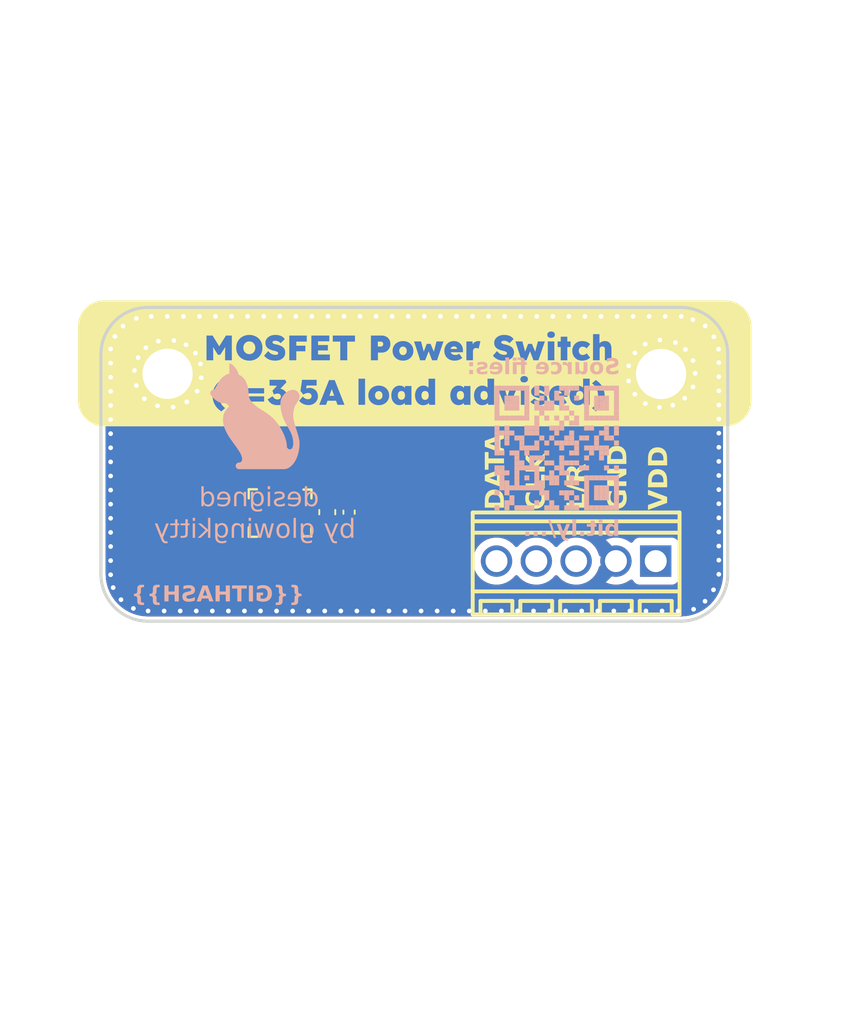
<source format=kicad_pcb>
(kicad_pcb (version 20240108) (generator "pcbnew") (generator_version "8.0")
  (layers (0 "F.Cu" signal) (31 "B.Cu" signal) (34 "B.Paste" user) (35 "F.Paste" user) (36 "B.SilkS" user "B.Silkscreen") (37 "F.SilkS" user "F.Silkscreen") (38 "B.Mask" user) (39 "F.Mask" user) (44 "Edge.Cuts" user))
  (net 0 "")
  (net 1 "data")
  (net 2 "gnd")
  (net 3 "vdd")
  (net 4 "l_r")
  (net 5 "clk")
  (footprint "lib:MountingHole_3.2mm_M3" (layer "F.Cu") (at 140.83 81.3)
    (property "Reference" "U4" (hide yes))
    (property "Value" "")
    (pad "" np_thru_hole circle (at 0 0) (size 3.2 3.2) (drill 3.2) (layers "*.Cu" "*.Mask"))
  )
  (footprint "lib:C0603" (layer "F.Cu") (at 151.02 90.12 -90)
    (property "Reference" "C1" (hide yes))
    (property "Value" "25V 10uF X5R ±20% 0603  Multilayer Ceramic Capacitors MLCC - SMD/SMT ROHS")
    (pad "1" smd roundrect (at -0.775 0 270) (size 0.9 0.95) (layers "F.Cu" "F.Paste" "F.Mask") (net 3 "vdd"))
    (pad "2" smd roundrect (at 0.775 0 270) (size 0.9 0.95) (layers "F.Cu" "F.Paste" "F.Mask") (net 2 "gnd"))
  )
  (footprint "lib:MountingHole_3.2mm_M3" (layer "F.Cu") (at 172.32 81.31)
    (property "Reference" "U3" (hide yes))
    (property "Value" "")
    (pad "" np_thru_hole circle (at 0 0) (size 3.2 3.2) (drill 3.2) (layers "*.Cu" "*.Mask"))
  )
  (footprint "lib:C0402" (layer "F.Cu") (at 152.41 90.12 90)
    (property "Reference" "C2" (hide yes))
    (property "Value" "16V 100nF X7R ±10% 0402  Multilayer Ceramic Capacitors MLCC - SMD/SMT ROHS")
    (pad "1" smd roundrect (at -0.48 0 90) (size 0.56 0.62) (layers "F.Cu" "F.Paste" "F.Mask") (net 3 "vdd"))
    (pad "2" smd roundrect (at 0.48 0 90) (size 0.56 0.62) (layers "F.Cu" "F.Paste" "F.Mask") (net 2 "gnd"))
  )
  (footprint "lib:CONN-TH_XY308-2.54-5P" (layer "F.Cu") (at 166.9 93.24 180)
    (property "Reference" "U2" (hide yes))
    (property "Value" "")
    (pad "1" thru_hole rect (at -5.08 0 180) (size 2 2) (drill 1.399997) (layers "*.Cu" "*.Mask") (net 3 "vdd"))
    (pad "2" thru_hole circle (at -2.54 0 180) (size 2 2) (drill 1.399997) (layers "*.Cu" "*.Mask") (net 2 "gnd"))
    (pad "3" thru_hole circle (at 0 0 180) (size 2 2) (drill 1.399997) (layers "*.Cu" "*.Mask") (net 4 "l_r"))
    (pad "4" thru_hole circle (at 2.54 0 180) (size 2 2) (drill 1.399997) (layers "*.Cu" "*.Mask") (net 5 "clk"))
    (pad "5" thru_hole circle (at 5.08 0 180) (size 2 2) (drill 1.399997) (layers "*.Cu" "*.Mask") (net 1 "data"))
  )
  (footprint "lib:MIC-SMD_8P-L4.0-W3.0_ZTS6231" (layer "F.Cu") (at 148.01 90.16 90)
    (property "Reference" "U1" (hide yes))
    (property "Value" "")
    (pad "1" smd rect (at 0.43 0.68 90) (size 0.65 1.05) (layers "F.Cu" "F.Paste" "F.Mask") (net 3 "vdd"))
    (pad "2" smd rect (at 0.43 -0.68 90) (size 0.65 1.05) (layers "F.Cu" "F.Paste" "F.Mask") (net 4 "l_r"))
    (pad "3" smd rect (at -0.43 -0.68 90) (size 0.65 1.05) (layers "F.Cu" "F.Paste" "F.Mask") (net 5 "clk"))
    (pad "4" smd rect (at -0.43 0.68 90) (size 0.65 1.05) (layers "F.Cu" "F.Paste" "F.Mask") (net 1 "data"))
    (pad "5" smd rect (at 0 1.73 90) (size 1.5 0.55) (layers "F.Cu" "F.Paste" "F.Mask") (net 2 "gnd"))
    (pad "6" smd rect (at 1.23 0 90) (size 0.45 2.6) (layers "F.Cu" "F.Paste" "F.Mask") (net 2 "gnd"))
    (pad "7" smd rect (at 0 -1.73 90) (size 1.5 0.55) (layers "F.Cu" "F.Paste" "F.Mask") (net 2 "gnd"))
    (pad "8" smd rect (at -1.23 0 90) (size 0.45 2.6) (layers "F.Cu" "F.Paste" "F.Mask") (net 2 "gnd"))
  )
  (gr_poly (pts (xy 163.597392 84.279884) (xy 163.915061 84.279884) (xy 163.915061 83.962215) (xy 163.597392 83.962215)) (stroke (width -0.000001)) (fill solid) (layer "B.SilkS"))
  (gr_poly (pts (xy 164.868069 82.691538) (xy 165.185739 82.691538) (xy 165.185739 82.373868) (xy 164.868069 82.373868)) (stroke (width -0.000001)) (fill solid) (layer "B.SilkS"))
  (gr_poly (pts (xy 165.185739 89.680262) (xy 165.503408 89.680262) (xy 165.503408 89.362593) (xy 165.185739 89.362593)) (stroke (width -0.000001)) (fill solid) (layer "B.SilkS"))
  (gr_poly (pts (xy 168.362432 83.644546) (xy 168.680101 83.644546) (xy 168.680101 83.326876) (xy 168.362432 83.326876)) (stroke (width -0.000001)) (fill solid) (layer "B.SilkS"))
  (gr_poly (pts (xy 165.185739 83.326876) (xy 165.503408 83.326876) (xy 165.503408 83.009207) (xy 165.185739 83.009207)) (stroke (width -0.000001)) (fill solid) (layer "B.SilkS"))
  (gr_poly (pts (xy 167.409424 83.009207) (xy 167.727093 83.009207) (xy 167.727093 82.691538) (xy 167.409424 82.691538)) (stroke (width -0.000001)) (fill solid) (layer "B.SilkS"))
  (gr_poly (pts (xy 168.362432 89.044924) (xy 168.680101 89.044924) (xy 168.680101 88.727255) (xy 168.362432 88.727255)) (stroke (width -0.000001)) (fill solid) (layer "B.SilkS"))
  (gr_poly (pts (xy 165.503408 85.232892) (xy 165.821077 85.232892) (xy 165.821077 84.915223) (xy 165.503408 84.915223)) (stroke (width -0.000001)) (fill solid) (layer "B.SilkS"))
  (gr_poly (pts (xy 169.31544 89.997932) (xy 169.633109 89.997932) (xy 169.633109 89.680262) (xy 169.31544 89.680262)) (stroke (width -0.000001)) (fill solid) (layer "B.SilkS"))
  (gr_poly (pts (xy 163.279723 87.456578) (xy 163.597392 87.456578) (xy 163.597392 87.138908) (xy 163.279723 87.138908)) (stroke (width -0.000001)) (fill solid) (layer "B.SilkS"))
  (gr_poly (pts (xy 166.774085 89.997932) (xy 167.091755 89.997932) (xy 167.091755 89.680262) (xy 166.774085 89.680262)) (stroke (width -0.000001)) (fill solid) (layer "B.SilkS"))
  (gr_poly (pts (xy 164.5504 83.962215) (xy 164.868069 83.962215) (xy 164.868069 83.644546) (xy 164.5504 83.644546)) (stroke (width -0.000001)) (fill solid) (layer "B.SilkS"))
  (gr_poly (pts (xy 165.185739 84.915223) (xy 165.503408 84.915223) (xy 165.503408 84.597553) (xy 165.185739 84.597553)) (stroke (width -0.000001)) (fill solid) (layer "B.SilkS"))
  (gr_poly (pts (xy 165.821077 89.044924) (xy 166.138747 89.044924) (xy 166.138747 88.727255) (xy 165.821077 88.727255)) (stroke (width -0.000001)) (fill solid) (layer "B.SilkS"))
  (gr_poly (pts (xy 168.044762 85.868231) (xy 168.362432 85.868231) (xy 168.362432 85.550561) (xy 168.044762 85.550561)) (stroke (width -0.000001)) (fill solid) (layer "B.SilkS"))
  (gr_poly (pts (xy 162.326715 88.409585) (xy 162.644384 88.409585) (xy 162.644384 88.091916) (xy 162.326715 88.091916)) (stroke (width -0.000001)) (fill solid) (layer "B.SilkS"))
  (gr_poly (pts (xy 168.362432 83.326876) (xy 168.680101 83.326876) (xy 168.680101 83.009207) (xy 168.362432 83.009207)) (stroke (width -0.000001)) (fill solid) (layer "B.SilkS"))
  (gr_poly (pts (xy 167.727093 89.997932) (xy 168.044762 89.997932) (xy 168.044762 89.680262) (xy 167.727093 89.680262)) (stroke (width -0.000001)) (fill solid) (layer "B.SilkS"))
  (gr_poly (pts (xy 167.409424 86.821239) (xy 167.727093 86.821239) (xy 167.727093 86.503569) (xy 167.409424 86.503569)) (stroke (width -0.000001)) (fill solid) (layer "B.SilkS"))
  (gr_poly (pts (xy 165.185739 85.550561) (xy 165.503408 85.550561) (xy 165.503408 85.232892) (xy 165.185739 85.232892)) (stroke (width -0.000001)) (fill solid) (layer "B.SilkS"))
  (gr_poly (pts (xy 162.962053 88.727255) (xy 163.279723 88.727255) (xy 163.279723 88.409585) (xy 162.962053 88.409585)) (stroke (width -0.000001)) (fill solid) (layer "B.SilkS"))
  (gr_poly (pts (xy 168.680101 85.550561) (xy 168.99777 85.550561) (xy 168.99777 85.232892) (xy 168.680101 85.232892)) (stroke (width -0.000001)) (fill solid) (layer "B.SilkS"))
  (gr_poly (pts (xy 162.644384 83.009207) (xy 162.962053 83.009207) (xy 162.962053 82.691538) (xy 162.644384 82.691538)) (stroke (width -0.000001)) (fill solid) (layer "B.SilkS"))
  (gr_poly (pts (xy 166.456416 82.373868) (xy 166.774085 82.373868) (xy 166.774085 82.056199) (xy 166.456416 82.056199)) (stroke (width -0.000001)) (fill solid) (layer "B.SilkS"))
  (gr_poly (pts (xy 162.644384 85.232892) (xy 162.962053 85.232892) (xy 162.962053 84.915223) (xy 162.644384 84.915223)) (stroke (width -0.000001)) (fill solid) (layer "B.SilkS"))
  (gr_poly (pts (xy 164.868069 84.279884) (xy 165.185739 84.279884) (xy 165.185739 83.962215) (xy 164.868069 83.962215)) (stroke (width -0.000001)) (fill solid) (layer "B.SilkS"))
  (gr_poly (pts (xy 162.326715 89.680262) (xy 162.644384 89.680262) (xy 162.644384 89.362593) (xy 162.326715 89.362593)) (stroke (width -0.000001)) (fill solid) (layer "B.SilkS"))
  (gr_poly (pts (xy 166.456416 89.044924) (xy 166.774085 89.044924) (xy 166.774085 88.727255) (xy 166.456416 88.727255)) (stroke (width -0.000001)) (fill solid) (layer "B.SilkS"))
  (gr_poly (pts (xy 165.503408 87.456578) (xy 165.821077 87.456578) (xy 165.821077 87.138908) (xy 165.503408 87.138908)) (stroke (width -0.000001)) (fill solid) (layer "B.SilkS"))
  (gr_poly (pts (xy 166.774085 85.868231) (xy 167.091755 85.868231) (xy 167.091755 85.550561) (xy 166.774085 85.550561)) (stroke (width -0.000001)) (fill solid) (layer "B.SilkS"))
  (gr_poly (pts (xy 166.138747 89.362593) (xy 166.456416 89.362593) (xy 166.456416 89.044924) (xy 166.138747 89.044924)) (stroke (width -0.000001)) (fill solid) (layer "B.SilkS"))
  (gr_poly (pts (xy 163.915061 84.915223) (xy 164.23273 84.915223) (xy 164.23273 84.597553) (xy 163.915061 84.597553)) (stroke (width -0.000001)) (fill solid) (layer "B.SilkS"))
  (gr_poly (pts (xy 164.23273 86.821239) (xy 164.5504 86.821239) (xy 164.5504 86.503569) (xy 164.23273 86.503569)) (stroke (width -0.000001)) (fill solid) (layer "B.SilkS"))
  (gr_poly (pts (xy 163.279723 85.868231) (xy 163.597392 85.868231) (xy 163.597392 85.550561) (xy 163.279723 85.550561)) (stroke (width -0.000001)) (fill solid) (layer "B.SilkS"))
  (gr_poly (pts (xy 164.23273 88.409585) (xy 164.5504 88.409585) (xy 164.5504 88.091916) (xy 164.23273 88.091916)) (stroke (width -0.000001)) (fill solid) (layer "B.SilkS"))
  (gr_poly (pts (xy 163.279723 87.138908) (xy 163.597392 87.138908) (xy 163.597392 86.821239) (xy 163.279723 86.821239)) (stroke (width -0.000001)) (fill solid) (layer "B.SilkS"))
  (gr_poly (pts (xy 162.962053 88.091916) (xy 163.279723 88.091916) (xy 163.279723 87.774247) (xy 162.962053 87.774247)) (stroke (width -0.000001)) (fill solid) (layer "B.SilkS"))
  (gr_poly (pts (xy 166.138747 87.138908) (xy 166.456416 87.138908) (xy 166.456416 86.821239) (xy 166.138747 86.821239)) (stroke (width -0.000001)) (fill solid) (layer "B.SilkS"))
  (gr_poly (pts (xy 161.691376 86.503569) (xy 162.009046 86.503569) (xy 162.009046 86.1859) (xy 161.691376 86.1859)) (stroke (width -0.000001)) (fill solid) (layer "B.SilkS"))
  (gr_poly (pts (xy 165.821077 84.597553) (xy 166.138747 84.597553) (xy 166.138747 84.279884) (xy 165.821077 84.279884)) (stroke (width -0.000001)) (fill solid) (layer "B.SilkS"))
  (gr_poly (pts (xy 163.915061 87.138908) (xy 164.23273 87.138908) (xy 164.23273 86.821239) (xy 163.915061 86.821239)) (stroke (width -0.000001)) (fill solid) (layer "B.SilkS"))
  (gr_poly (pts (xy 163.597392 84.915223) (xy 163.915061 84.915223) (xy 163.915061 84.597553) (xy 163.597392 84.597553)) (stroke (width -0.000001)) (fill solid) (layer "B.SilkS"))
  (gr_poly (pts (xy 161.691376 89.997932) (xy 162.009046 89.997932) (xy 162.009046 89.680262) (xy 161.691376 89.680262)) (stroke (width -0.000001)) (fill solid) (layer "B.SilkS"))
  (gr_poly (pts (xy 166.456416 83.962215) (xy 166.774085 83.962215) (xy 166.774085 83.644546) (xy 166.456416 83.644546)) (stroke (width -0.000001)) (fill solid) (layer "B.SilkS"))
  (gr_poly (pts (xy 165.821077 87.774247) (xy 166.138747 87.774247) (xy 166.138747 87.456578) (xy 165.821077 87.456578)) (stroke (width -0.000001)) (fill solid) (layer "B.SilkS"))
  (gr_poly (pts (xy 169.31544 82.691538) (xy 169.633109 82.691538) (xy 169.633109 82.373868) (xy 169.31544 82.373868)) (stroke (width -0.000001)) (fill solid) (layer "B.SilkS"))
  (gr_poly (pts (xy 168.680101 84.915223) (xy 168.99777 84.915223) (xy 168.99777 84.597553) (xy 168.680101 84.597553)) (stroke (width -0.000001)) (fill solid) (layer "B.SilkS"))
  (gr_poly (pts (xy 165.503408 82.691538) (xy 165.821077 82.691538) (xy 165.821077 82.373868) (xy 165.503408 82.373868)) (stroke (width -0.000001)) (fill solid) (layer "B.SilkS"))
  (gr_poly (pts (xy 166.456416 86.503569) (xy 166.774085 86.503569) (xy 166.774085 86.1859) (xy 166.456416 86.1859)) (stroke (width -0.000001)) (fill solid) (layer "B.SilkS"))
  (gr_poly (pts (xy 161.691376 83.326876) (xy 162.009046 83.326876) (xy 162.009046 83.009207) (xy 161.691376 83.009207)) (stroke (width -0.000001)) (fill solid) (layer "B.SilkS"))
  (gr_poly (pts (xy 162.009046 82.373868) (xy 162.326715 82.373868) (xy 162.326715 82.056199) (xy 162.009046 82.056199)) (stroke (width -0.000001)) (fill solid) (layer "B.SilkS"))
  (gr_poly (pts (xy 167.409424 88.409585) (xy 167.727093 88.409585) (xy 167.727093 88.091916) (xy 167.409424 88.091916)) (stroke (width -0.000001)) (fill solid) (layer "B.SilkS"))
  (gr_poly (pts (xy 161.691376 84.915223) (xy 162.009046 84.915223) (xy 162.009046 84.597553) (xy 161.691376 84.597553)) (stroke (width -0.000001)) (fill solid) (layer "B.SilkS"))
  (gr_poly (pts (xy 167.409424 88.727255) (xy 167.727093 88.727255) (xy 167.727093 88.409585) (xy 167.409424 88.409585)) (stroke (width -0.000001)) (fill solid) (layer "B.SilkS"))
  (gr_poly (pts (xy 167.409424 82.373868) (xy 167.727093 82.373868) (xy 167.727093 82.056199) (xy 167.409424 82.056199)) (stroke (width -0.000001)) (fill solid) (layer "B.SilkS"))
  (gr_poly (pts (xy 163.279723 86.1859) (xy 163.597392 86.1859) (xy 163.597392 85.868231) (xy 163.279723 85.868231)) (stroke (width -0.000001)) (fill solid) (layer "B.SilkS"))
  (gr_poly (pts (xy 163.915061 88.727255) (xy 164.23273 88.727255) (xy 164.23273 88.409585) (xy 163.915061 88.409585)) (stroke (width -0.000001)) (fill solid) (layer "B.SilkS"))
  (gr_poly (pts (xy 164.23273 82.691538) (xy 164.5504 82.691538) (xy 164.5504 82.373868) (xy 164.23273 82.373868)) (stroke (width -0.000001)) (fill solid) (layer "B.SilkS"))
  (gr_poly (pts (xy 168.362432 86.1859) (xy 168.680101 86.1859) (xy 168.680101 85.868231) (xy 168.362432 85.868231)) (stroke (width -0.000001)) (fill solid) (layer "B.SilkS"))
  (gr_poly (pts (xy 164.23273 83.644546) (xy 164.5504 83.644546) (xy 164.5504 83.326876) (xy 164.23273 83.326876)) (stroke (width -0.000001)) (fill solid) (layer "B.SilkS"))
  (gr_poly (pts (xy 168.044762 84.279884) (xy 168.362432 84.279884) (xy 168.362432 83.962215) (xy 168.044762 83.962215)) (stroke (width -0.000001)) (fill solid) (layer "B.SilkS"))
  (gr_poly (pts (xy 168.362432 83.009207) (xy 168.680101 83.009207) (xy 168.680101 82.691538) (xy 168.362432 82.691538)) (stroke (width -0.000001)) (fill solid) (layer "B.SilkS"))
  (gr_poly (pts (xy 167.409424 89.044924) (xy 167.727093 89.044924) (xy 167.727093 88.727255) (xy 167.409424 88.727255)) (stroke (width -0.000001)) (fill solid) (layer "B.SilkS"))
  (gr_poly (pts (xy 163.597392 86.1859) (xy 163.915061 86.1859) (xy 163.915061 85.868231) (xy 163.597392 85.868231)) (stroke (width -0.000001)) (fill solid) (layer "B.SilkS"))
  (gr_poly (pts (xy 161.691376 84.279884) (xy 162.009046 84.279884) (xy 162.009046 83.962215) (xy 161.691376 83.962215)) (stroke (width -0.000001)) (fill solid) (layer "B.SilkS"))
  (gr_poly (pts (xy 164.5504 83.009207) (xy 164.868069 83.009207) (xy 164.868069 82.691538) (xy 164.5504 82.691538)) (stroke (width -0.000001)) (fill solid) (layer "B.SilkS"))
  (gr_poly (pts (xy 162.009046 87.456578) (xy 162.326715 87.456578) (xy 162.326715 87.138908) (xy 162.009046 87.138908)) (stroke (width -0.000001)) (fill solid) (layer "B.SilkS"))
  (gr_poly (pts (xy 168.680101 82.373868) (xy 168.99777 82.373868) (xy 168.99777 82.056199) (xy 168.680101 82.056199)) (stroke (width -0.000001)) (fill solid) (layer "B.SilkS"))
  (gr_poly (pts (xy 162.644384 84.279884) (xy 162.962053 84.279884) (xy 162.962053 83.962215) (xy 162.644384 83.962215)) (stroke (width -0.000001)) (fill solid) (layer "B.SilkS"))
  (gr_poly (pts (xy 164.23273 84.279884) (xy 164.5504 84.279884) (xy 164.5504 83.962215) (xy 164.23273 83.962215)) (stroke (width -0.000001)) (fill solid) (layer "B.SilkS"))
  (gr_poly (pts (xy 162.962053 86.503569) (xy 163.279723 86.503569) (xy 163.279723 86.1859) (xy 162.962053 86.1859)) (stroke (width -0.000001)) (fill solid) (layer "B.SilkS"))
  (gr_poly (pts (xy 162.009046 88.727255) (xy 162.326715 88.727255) (xy 162.326715 88.409585) (xy 162.009046 88.409585)) (stroke (width -0.000001)) (fill solid) (layer "B.SilkS"))
  (gr_poly (pts (xy 164.868069 89.997932) (xy 165.185739 89.997932) (xy 165.185739 89.680262) (xy 164.868069 89.680262)) (stroke (width -0.000001)) (fill solid) (layer "B.SilkS"))
  (gr_poly (pts (xy 161.691376 82.373868) (xy 162.009046 82.373868) (xy 162.009046 82.056199) (xy 161.691376 82.056199)) (stroke (width -0.000001)) (fill solid) (layer "B.SilkS"))
  (gr_poly (pts (xy 164.5504 88.409585) (xy 164.868069 88.409585) (xy 164.868069 88.091916) (xy 164.5504 88.091916)) (stroke (width -0.000001)) (fill solid) (layer "B.SilkS"))
  (gr_poly (pts (xy 166.138747 88.409585) (xy 166.456416 88.409585) (xy 166.456416 88.091916) (xy 166.138747 88.091916)) (stroke (width -0.000001)) (fill solid) (layer "B.SilkS"))
  (gr_poly (pts (xy 164.23273 85.868231) (xy 164.5504 85.868231) (xy 164.5504 85.550561) (xy 164.23273 85.550561)) (stroke (width -0.000001)) (fill solid) (layer "B.SilkS"))
  (gr_poly (pts (xy 162.644384 82.373868) (xy 162.962053 82.373868) (xy 162.962053 82.056199) (xy 162.644384 82.056199)) (stroke (width -0.000001)) (fill solid) (layer "B.SilkS"))
  (gr_poly (pts (xy 165.821077 87.456578) (xy 166.138747 87.456578) (xy 166.138747 87.138908) (xy 165.821077 87.138908)) (stroke (width -0.000001)) (fill solid) (layer "B.SilkS"))
  (gr_poly (pts (xy 161.691376 83.962215) (xy 162.009046 83.962215) (xy 162.009046 83.644546) (xy 161.691376 83.644546)) (stroke (width -0.000001)) (fill solid) (layer "B.SilkS"))
  (gr_poly (pts (xy 165.503408 88.091916) (xy 165.821077 88.091916) (xy 165.821077 87.774247) (xy 165.503408 87.774247)) (stroke (width -0.000001)) (fill solid) (layer "B.SilkS"))
  (gr_poly (pts (xy 161.691376 83.644546) (xy 162.009046 83.644546) (xy 162.009046 83.326876) (xy 161.691376 83.326876)) (stroke (width -0.000001)) (fill solid) (layer "B.SilkS"))
  (gr_poly (pts (xy 167.409424 89.680262) (xy 167.727093 89.680262) (xy 167.727093 89.362593) (xy 167.409424 89.362593)) (stroke (width -0.000001)) (fill solid) (layer "B.SilkS"))
  (gr_poly (pts (xy 166.138747 85.868231) (xy 166.456416 85.868231) (xy 166.456416 85.550561) (xy 166.138747 85.550561)) (stroke (width -0.000001)) (fill solid) (layer "B.SilkS"))
  (gr_poly (pts (xy 166.138747 83.644546) (xy 166.456416 83.644546) (xy 166.456416 83.326876) (xy 166.138747 83.326876)) (stroke (width -0.000001)) (fill solid) (layer "B.SilkS"))
  (gr_poly (pts (xy 169.31544 83.644546) (xy 169.633109 83.644546) (xy 169.633109 83.326876) (xy 169.31544 83.326876)) (stroke (width -0.000001)) (fill solid) (layer "B.SilkS"))
  (gr_poly (pts (xy 169.31544 83.962215) (xy 169.633109 83.962215) (xy 169.633109 83.644546) (xy 169.31544 83.644546)) (stroke (width -0.000001)) (fill solid) (layer "B.SilkS"))
  (gr_poly (pts (xy 163.597392 83.009207) (xy 163.915061 83.009207) (xy 163.915061 82.691538) (xy 163.597392 82.691538)) (stroke (width -0.000001)) (fill solid) (layer "B.SilkS"))
  (gr_poly (pts (xy 165.503408 84.915223) (xy 165.821077 84.915223) (xy 165.821077 84.597553) (xy 165.503408 84.597553)) (stroke (width -0.000001)) (fill solid) (layer "B.SilkS"))
  (gr_poly (pts (xy 163.597392 82.691538) (xy 163.915061 82.691538) (xy 163.915061 82.373868) (xy 163.597392 82.373868)) (stroke (width -0.000001)) (fill solid) (layer "B.SilkS"))
  (gr_poly (pts (xy 166.774085 86.1859) (xy 167.091755 86.1859) (xy 167.091755 85.868231) (xy 166.774085 85.868231)) (stroke (width -0.000001)) (fill solid) (layer "B.SilkS"))
  (gr_poly (pts (xy 163.597392 85.232892) (xy 163.915061 85.232892) (xy 163.915061 84.915223) (xy 163.597392 84.915223)) (stroke (width -0.000001)) (fill solid) (layer "B.SilkS"))
  (gr_poly (pts (xy 162.326715 83.009207) (xy 162.644384 83.009207) (xy 162.644384 82.691538) (xy 162.326715 82.691538)) (stroke (width -0.000001)) (fill solid) (layer "B.SilkS"))
  (gr_poly (pts (xy 168.044762 82.373868) (xy 168.362432 82.373868) (xy 168.362432 82.056199) (xy 168.044762 82.056199)) (stroke (width -0.000001)) (fill solid) (layer "B.SilkS"))
  (gr_poly (pts (xy 167.409424 83.326876) (xy 167.727093 83.326876) (xy 167.727093 83.009207) (xy 167.409424 83.009207)) (stroke (width -0.000001)) (fill solid) (layer "B.SilkS"))
  (gr_poly (pts (xy 161.691376 89.044924) (xy 162.009046 89.044924) (xy 162.009046 88.727255) (xy 161.691376 88.727255)) (stroke (width -0.000001)) (fill solid) (layer "B.SilkS"))
  (gr_poly (pts (xy 163.597392 83.962215) (xy 163.915061 83.962215) (xy 163.915061 83.644546) (xy 163.597392 83.644546)) (stroke (width -0.000001)) (fill solid) (layer "B.SilkS"))
  (gr_poly (pts (xy 165.185739 87.774247) (xy 165.503408 87.774247) (xy 165.503408 87.456578) (xy 165.185739 87.456578)) (stroke (width -0.000001)) (fill solid) (layer "B.SilkS"))
  (gr_poly (pts (xy 163.597392 88.091916) (xy 163.915061 88.091916) (xy 163.915061 87.774247) (xy 163.597392 87.774247)) (stroke (width -0.000001)) (fill solid) (layer "B.SilkS"))
  (gr_poly (pts (xy 168.044762 83.326876) (xy 168.362432 83.326876) (xy 168.362432 83.009207) (xy 168.044762 83.009207)) (stroke (width -0.000001)) (fill solid) (layer "B.SilkS"))
  (gr_poly (pts (xy 163.597392 86.503569) (xy 163.915061 86.503569) (xy 163.915061 86.1859) (xy 163.597392 86.1859)) (stroke (width -0.000001)) (fill solid) (layer "B.SilkS"))
  (gr_poly (pts (xy 163.915061 87.456578) (xy 164.23273 87.456578) (xy 164.23273 87.138908) (xy 163.915061 87.138908)) (stroke (width -0.000001)) (fill solid) (layer "B.SilkS"))
  (gr_poly (pts (xy 167.409424 88.091916) (xy 167.727093 88.091916) (xy 167.727093 87.774247) (xy 167.409424 87.774247)) (stroke (width -0.000001)) (fill solid) (layer "B.SilkS"))
  (gr_poly (pts (xy 161.691376 86.1859) (xy 162.009046 86.1859) (xy 162.009046 85.868231) (xy 161.691376 85.868231)) (stroke (width -0.000001)) (fill solid) (layer "B.SilkS"))
  (gr_poly (pts (xy 169.31544 85.868231) (xy 169.633109 85.868231) (xy 169.633109 85.550561) (xy 169.31544 85.550561)) (stroke (width -0.000001)) (fill solid) (layer "B.SilkS"))
  (gr_poly (pts (xy 165.185739 83.644546) (xy 165.503408 83.644546) (xy 165.503408 83.326876) (xy 165.185739 83.326876)) (stroke (width -0.000001)) (fill solid) (layer "B.SilkS"))
  (gr_poly (pts (xy 166.456416 88.091916) (xy 166.774085 88.091916) (xy 166.774085 87.774247) (xy 166.456416 87.774247)) (stroke (width -0.000001)) (fill solid) (layer "B.SilkS"))
  (gr_poly (pts (xy 164.5504 88.727255) (xy 164.868069 88.727255) (xy 164.868069 88.409585) (xy 164.5504 88.409585)) (stroke (width -0.000001)) (fill solid) (layer "B.SilkS"))
  (gr_poly (pts (xy 168.99777 89.997932) (xy 169.31544 89.997932) (xy 169.31544 89.680262) (xy 168.99777 89.680262)) (stroke (width -0.000001)) (fill solid) (layer "B.SilkS"))
  (gr_poly (pts (xy 168.044762 89.997932) (xy 168.362432 89.997932) (xy 168.362432 89.680262) (xy 168.044762 89.680262)) (stroke (width -0.000001)) (fill solid) (layer "B.SilkS"))
  (gr_poly (pts (xy 166.774085 84.597553) (xy 167.091755 84.597553) (xy 167.091755 84.279884) (xy 166.774085 84.279884)) (stroke (width -0.000001)) (fill solid) (layer "B.SilkS"))
  (gr_poly (pts (xy 162.009046 87.774247) (xy 162.326715 87.774247) (xy 162.326715 87.456578) (xy 162.009046 87.456578)) (stroke (width -0.000001)) (fill solid) (layer "B.SilkS"))
  (gr_poly (pts (xy 165.821077 86.1859) (xy 166.138747 86.1859) (xy 166.138747 85.868231) (xy 165.821077 85.868231)) (stroke (width -0.000001)) (fill solid) (layer "B.SilkS"))
  (gr_poly (pts (xy 163.279723 88.727255) (xy 163.597392 88.727255) (xy 163.597392 88.409585) (xy 163.279723 88.409585)) (stroke (width -0.000001)) (fill solid) (layer "B.SilkS"))
  (gr_poly (pts (xy 165.821077 83.009207) (xy 166.138747 83.009207) (xy 166.138747 82.691538) (xy 165.821077 82.691538)) (stroke (width -0.000001)) (fill solid) (layer "B.SilkS"))
  (gr_poly (pts (xy 167.409424 83.644546) (xy 167.727093 83.644546) (xy 167.727093 83.326876) (xy 167.409424 83.326876)) (stroke (width -0.000001)) (fill solid) (layer "B.SilkS"))
  (gr_poly (pts (xy 166.774085 89.362593) (xy 167.091755 89.362593) (xy 167.091755 89.044924) (xy 166.774085 89.044924)) (stroke (width -0.000001)) (fill solid) (layer "B.SilkS"))
  (gr_poly (pts (xy 162.326715 83.644546) (xy 162.644384 83.644546) (xy 162.644384 83.326876) (xy 162.326715 83.326876)) (stroke (width -0.000001)) (fill solid) (layer "B.SilkS"))
  (gr_poly (pts (xy 161.691376 87.456578) (xy 162.009046 87.456578) (xy 162.009046 87.138908) (xy 161.691376 87.138908)) (stroke (width -0.000001)) (fill solid) (layer "B.SilkS"))
  (gr_poly (pts (xy 165.821077 83.644546) (xy 166.138747 83.644546) (xy 166.138747 83.326876) (xy 165.821077 83.326876)) (stroke (width -0.000001)) (fill solid) (layer "B.SilkS"))
  (gr_poly (pts (xy 166.456416 87.138908) (xy 166.774085 87.138908) (xy 166.774085 86.821239) (xy 166.456416 86.821239)) (stroke (width -0.000001)) (fill solid) (layer "B.SilkS"))
  (gr_poly (pts (xy 167.727093 86.1859) (xy 168.044762 86.1859) (xy 168.044762 85.868231) (xy 167.727093 85.868231)) (stroke (width -0.000001)) (fill solid) (layer "B.SilkS"))
  (gr_poly (pts (xy 167.409424 89.997932) (xy 167.727093 89.997932) (xy 167.727093 89.680262) (xy 167.409424 89.680262)) (stroke (width -0.000001)) (fill solid) (layer "B.SilkS"))
  (gr_poly (pts (xy 164.868069 88.091916) (xy 165.185739 88.091916) (xy 165.185739 87.774247) (xy 164.868069 87.774247)) (stroke (width -0.000001)) (fill solid) (layer "B.SilkS"))
  (gr_poly (pts (xy 168.044762 83.009207) (xy 168.362432 83.009207) (xy 168.362432 82.691538) (xy 168.044762 82.691538)) (stroke (width -0.000001)) (fill solid) (layer "B.SilkS"))
  (gr_poly (pts (xy 161.691376 85.868231) (xy 162.009046 85.868231) (xy 162.009046 85.550561) (xy 161.691376 85.550561)) (stroke (width -0.000001)) (fill solid) (layer "B.SilkS"))
  (gr_poly (pts (xy 163.597392 82.373868) (xy 163.915061 82.373868) (xy 163.915061 82.056199) (xy 163.597392 82.056199)) (stroke (width -0.000001)) (fill solid) (layer "B.SilkS"))
  (gr_poly (pts (xy 162.326715 85.232892) (xy 162.644384 85.232892) (xy 162.644384 84.915223) (xy 162.326715 84.915223)) (stroke (width -0.000001)) (fill solid) (layer "B.SilkS"))
  (gr_poly (pts (xy 162.009046 84.279884) (xy 162.326715 84.279884) (xy 162.326715 83.962215) (xy 162.009046 83.962215)) (stroke (width -0.000001)) (fill solid) (layer "B.SilkS"))
  (gr_poly (pts (xy 166.774085 87.138908) (xy 167.091755 87.138908) (xy 167.091755 86.821239) (xy 166.774085 86.821239)) (stroke (width -0.000001)) (fill solid) (layer "B.SilkS"))
  (gr_poly (pts (xy 166.138747 87.774247) (xy 166.456416 87.774247) (xy 166.456416 87.456578) (xy 166.138747 87.456578)) (stroke (width -0.000001)) (fill solid) (layer "B.SilkS"))
  (gr_poly (pts (xy 167.409424 83.962215) (xy 167.727093 83.962215) (xy 167.727093 83.644546) (xy 167.409424 83.644546)) (stroke (width -0.000001)) (fill solid) (layer "B.SilkS"))
  (gr_poly (pts (xy 166.774085 82.373868) (xy 167.091755 82.373868) (xy 167.091755 82.056199) (xy 166.774085 82.056199)) (stroke (width -0.000001)) (fill solid) (layer "B.SilkS"))
  (gr_poly (pts (xy 168.362432 88.727255) (xy 168.680101 88.727255) (xy 168.680101 88.409585) (xy 168.362432 88.409585)) (stroke (width -0.000001)) (fill solid) (layer "B.SilkS"))
  (gr_poly (pts (xy 162.009046 88.091916) (xy 162.326715 88.091916) (xy 162.326715 87.774247) (xy 162.009046 87.774247)) (stroke (width -0.000001)) (fill solid) (layer "B.SilkS"))
  (gr_poly (pts (xy 166.456416 85.550561) (xy 166.774085 85.550561) (xy 166.774085 85.232892) (xy 166.456416 85.232892)) (stroke (width -0.000001)) (fill solid) (layer "B.SilkS"))
  (gr_poly (pts (xy 167.409424 85.550561) (xy 167.727093 85.550561) (xy 167.727093 85.232892) (xy 167.409424 85.232892)) (stroke (width -0.000001)) (fill solid) (layer "B.SilkS"))
  (gr_poly (pts (xy 167.727093 84.279884) (xy 168.044762 84.279884) (xy 168.044762 83.962215) (xy 167.727093 83.962215)) (stroke (width -0.000001)) (fill solid) (layer "B.SilkS"))
  (gr_poly (pts (xy 165.185739 88.409585) (xy 165.503408 88.409585) (xy 165.503408 88.091916) (xy 165.185739 88.091916)) (stroke (width -0.000001)) (fill solid) (layer "B.SilkS"))
  (gr_poly (pts (xy 165.503408 85.868231) (xy 165.821077 85.868231) (xy 165.821077 85.550561) (xy 165.503408 85.550561)) (stroke (width -0.000001)) (fill solid) (layer "B.SilkS"))
  (gr_poly (pts (xy 162.962053 85.550561) (xy 163.279723 85.550561) (xy 163.279723 85.232892) (xy 162.962053 85.232892)) (stroke (width -0.000001)) (fill solid) (layer "B.SilkS"))
  (gr_poly (pts (xy 162.009046 85.232892) (xy 162.326715 85.232892) (xy 162.326715 84.915223) (xy 162.009046 84.915223)) (stroke (width -0.000001)) (fill solid) (layer "B.SilkS"))
  (gr_poly (pts (xy 164.23273 87.456578) (xy 164.5504 87.456578) (xy 164.5504 87.138908) (xy 164.23273 87.138908)) (stroke (width -0.000001)) (fill solid) (layer "B.SilkS"))
  (gr_poly (pts (xy 168.044762 83.644546) (xy 168.362432 83.644546) (xy 168.362432 83.326876) (xy 168.044762 83.326876)) (stroke (width -0.000001)) (fill solid) (layer "B.SilkS"))
  (gr_poly (pts (xy 164.23273 89.680262) (xy 164.5504 89.680262) (xy 164.5504 89.362593) (xy 164.23273 89.362593)) (stroke (width -0.000001)) (fill solid) (layer "B.SilkS"))
  (gr_poly (pts (xy 162.644384 88.727255) (xy 162.962053 88.727255) (xy 162.962053 88.409585) (xy 162.644384 88.409585)) (stroke (width -0.000001)) (fill solid) (layer "B.SilkS"))
  (gr_poly (pts (xy 164.23273 85.232892) (xy 164.5504 85.232892) (xy 164.5504 84.915223) (xy 164.23273 84.915223)) (stroke (width -0.000001)) (fill solid) (layer "B.SilkS"))
  (gr_poly (pts (xy 163.597392 83.326876) (xy 163.915061 83.326876) (xy 163.915061 83.009207) (xy 163.597392 83.009207)) (stroke (width -0.000001)) (fill solid) (layer "B.SilkS"))
  (gr_poly (pts (xy 165.185739 88.091916) (xy 165.503408 88.091916) (xy 165.503408 87.774247) (xy 165.185739 87.774247)) (stroke (width -0.000001)) (fill solid) (layer "B.SilkS"))
  (gr_poly (pts (xy 164.23273 83.326876) (xy 164.5504 83.326876) (xy 164.5504 83.009207) (xy 164.23273 83.009207)) (stroke (width -0.000001)) (fill solid) (layer "B.SilkS"))
  (gr_poly (pts (xy 167.409424 84.915223) (xy 167.727093 84.915223) (xy 167.727093 84.597553) (xy 167.409424 84.597553)) (stroke (width -0.000001)) (fill solid) (layer "B.SilkS"))
  (gr_poly (pts (xy 167.727093 88.091916) (xy 168.044762 88.091916) (xy 168.044762 87.774247) (xy 167.727093 87.774247)) (stroke (width -0.000001)) (fill solid) (layer "B.SilkS"))
  (gr_poly (pts (xy 162.326715 84.915223) (xy 162.644384 84.915223) (xy 162.644384 84.597553) (xy 162.326715 84.597553)) (stroke (width -0.000001)) (fill solid) (layer "B.SilkS"))
  (gr_poly (pts (xy 162.962053 83.644546) (xy 163.279723 83.644546) (xy 163.279723 83.326876) (xy 162.962053 83.326876)) (stroke (width -0.000001)) (fill solid) (layer "B.SilkS"))
  (gr_poly (pts (xy 168.680101 89.997932) (xy 168.99777 89.997932) (xy 168.99777 89.680262) (xy 168.680101 89.680262)) (stroke (width -0.000001)) (fill solid) (layer "B.SilkS"))
  (gr_poly (pts (xy 168.362432 86.821239) (xy 168.680101 86.821239) (xy 168.680101 86.503569) (xy 168.362432 86.503569)) (stroke (width -0.000001)) (fill solid) (layer "B.SilkS"))
  (gr_poly (pts (xy 167.727093 82.373868) (xy 168.044762 82.373868) (xy 168.044762 82.056199) (xy 167.727093 82.056199)) (stroke (width -0.000001)) (fill solid) (layer "B.SilkS"))
  (gr_poly (pts (xy 161.691376 85.550561) (xy 162.009046 85.550561) (xy 162.009046 85.232892) (xy 161.691376 85.232892)) (stroke (width -0.000001)) (fill solid) (layer "B.SilkS"))
  (gr_poly (pts (xy 166.774085 86.503569) (xy 167.091755 86.503569) (xy 167.091755 86.1859) (xy 166.774085 86.1859)) (stroke (width -0.000001)) (fill solid) (layer "B.SilkS"))
  (gr_poly (pts (xy 165.821077 83.326876) (xy 166.138747 83.326876) (xy 166.138747 83.009207) (xy 165.821077 83.009207)) (stroke (width -0.000001)) (fill solid) (layer "B.SilkS"))
  (gr_poly (pts (xy 168.680101 86.503569) (xy 168.99777 86.503569) (xy 168.99777 86.1859) (xy 168.680101 86.1859)) (stroke (width -0.000001)) (fill solid) (layer "B.SilkS"))
  (gr_poly (pts (xy 167.091755 87.456578) (xy 167.409424 87.456578) (xy 167.409424 87.138908) (xy 167.091755 87.138908)) (stroke (width -0.000001)) (fill solid) (layer "B.SilkS"))
  (gr_poly (pts (xy 166.774085 84.279884) (xy 167.091755 84.279884) (xy 167.091755 83.962215) (xy 166.774085 83.962215)) (stroke (width -0.000001)) (fill solid) (layer "B.SilkS"))
  (gr_poly (pts (xy 168.680101 89.362593) (xy 168.99777 89.362593) (xy 168.99777 89.044924) (xy 168.680101 89.044924)) (stroke (width -0.000001)) (fill solid) (layer "B.SilkS"))
  (gr_poly (pts (xy 168.362432 89.362593) (xy 168.680101 89.362593) (xy 168.680101 89.044924) (xy 168.362432 89.044924)) (stroke (width -0.000001)) (fill solid) (layer "B.SilkS"))
  (gr_poly (pts (xy 169.31544 88.727255) (xy 169.633109 88.727255) (xy 169.633109 88.409585) (xy 169.31544 88.409585)) (stroke (width -0.000001)) (fill solid) (layer "B.SilkS"))
  (gr_poly (pts (xy 162.962053 87.138908) (xy 163.279723 87.138908) (xy 163.279723 86.821239) (xy 162.962053 86.821239)) (stroke (width -0.000001)) (fill solid) (layer "B.SilkS"))
  (gr_poly (pts (xy 162.326715 82.373868) (xy 162.644384 82.373868) (xy 162.644384 82.056199) (xy 162.326715 82.056199)) (stroke (width -0.000001)) (fill solid) (layer "B.SilkS"))
  (gr_poly (pts (xy 164.868069 87.138908) (xy 165.185739 87.138908) (xy 165.185739 86.821239) (xy 164.868069 86.821239)) (stroke (width -0.000001)) (fill solid) (layer "B.SilkS"))
  (gr_poly (pts (xy 162.009046 86.503569) (xy 162.326715 86.503569) (xy 162.326715 86.1859) (xy 162.009046 86.1859)) (stroke (width -0.000001)) (fill solid) (layer "B.SilkS"))
  (gr_poly (pts (xy 166.138747 89.044924) (xy 166.456416 89.044924) (xy 166.456416 88.727255) (xy 166.138747 88.727255)) (stroke (width -0.000001)) (fill solid) (layer "B.SilkS"))
  (gr_poly (pts (xy 168.044762 85.550561) (xy 168.362432 85.550561) (xy 168.362432 85.232892) (xy 168.044762 85.232892)) (stroke (width -0.000001)) (fill solid) (layer "B.SilkS"))
  (gr_poly (pts (xy 168.680101 88.727255) (xy 168.99777 88.727255) (xy 168.99777 88.409585) (xy 168.680101 88.409585)) (stroke (width -0.000001)) (fill solid) (layer "B.SilkS"))
  (gr_poly (pts (xy 164.868069 83.326876) (xy 165.185739 83.326876) (xy 165.185739 83.009207) (xy 164.868069 83.009207)) (stroke (width -0.000001)) (fill solid) (layer "B.SilkS"))
  (gr_poly (pts (xy 166.774085 88.409585) (xy 167.091755 88.409585) (xy 167.091755 88.091916) (xy 166.774085 88.091916)) (stroke (width -0.000001)) (fill solid) (layer "B.SilkS"))
  (gr_poly (pts (xy 168.99777 85.550561) (xy 169.31544 85.550561) (xy 169.31544 85.232892) (xy 168.99777 85.232892)) (stroke (width -0.000001)) (fill solid) (layer "B.SilkS"))
  (gr_poly (pts (xy 162.326715 84.279884) (xy 162.644384 84.279884) (xy 162.644384 83.962215) (xy 162.326715 83.962215)) (stroke (width -0.000001)) (fill solid) (layer "B.SilkS"))
  (gr_poly (pts (xy 168.362432 85.232892) (xy 168.680101 85.232892) (xy 168.680101 84.915223) (xy 168.362432 84.915223)) (stroke (width -0.000001)) (fill solid) (layer "B.SilkS"))
  (gr_poly (pts (xy 169.31544 85.232892) (xy 169.633109 85.232892) (xy 169.633109 84.915223) (xy 169.31544 84.915223)) (stroke (width -0.000001)) (fill solid) (layer "B.SilkS"))
  (gr_poly (pts (xy 164.23273 82.373868) (xy 164.5504 82.373868) (xy 164.5504 82.056199) (xy 164.23273 82.056199)) (stroke (width -0.000001)) (fill solid) (layer "B.SilkS"))
  (gr_poly (pts (xy 162.962053 83.009207) (xy 163.279723 83.009207) (xy 163.279723 82.691538) (xy 162.962053 82.691538)) (stroke (width -0.000001)) (fill solid) (layer "B.SilkS"))
  (gr_poly (pts (xy 168.680101 84.279884) (xy 168.99777 84.279884) (xy 168.99777 83.962215) (xy 168.680101 83.962215)) (stroke (width -0.000001)) (fill solid) (layer "B.SilkS"))
  (gr_poly (pts (xy 169.31544 87.456578) (xy 169.633109 87.456578) (xy 169.633109 87.138908) (xy 169.31544 87.138908)) (stroke (width -0.000001)) (fill solid) (layer "B.SilkS"))
  (gr_poly (pts (xy 168.680101 83.644546) (xy 168.99777 83.644546) (xy 168.99777 83.326876) (xy 168.680101 83.326876)) (stroke (width -0.000001)) (fill solid) (layer "B.SilkS"))
  (gr_poly (pts (xy 163.279723 89.997932) (xy 163.597392 89.997932) (xy 163.597392 89.680262) (xy 163.279723 89.680262)) (stroke (width -0.000001)) (fill solid) (layer "B.SilkS"))
  (gr_poly (pts (xy 168.362432 82.373868) (xy 168.680101 82.373868) (xy 168.680101 82.056199) (xy 168.362432 82.056199)) (stroke (width -0.000001)) (fill solid) (layer "B.SilkS"))
  (gr_poly (pts (xy 163.915061 86.1859) (xy 164.23273 86.1859) (xy 164.23273 85.868231) (xy 163.915061 85.868231)) (stroke (width -0.000001)) (fill solid) (layer "B.SilkS"))
  (gr_poly (pts (xy 166.138747 84.279884) (xy 166.456416 84.279884) (xy 166.456416 83.962215) (xy 166.138747 83.962215)) (stroke (width -0.000001)) (fill solid) (layer "B.SilkS"))
  (gr_poly (pts (xy 166.456416 85.232892) (xy 166.774085 85.232892) (xy 166.774085 84.915223) (xy 166.456416 84.915223)) (stroke (width -0.000001)) (fill solid) (layer "B.SilkS"))
  (gr_poly (pts (xy 166.456416 89.680262) (xy 166.774085 89.680262) (xy 166.774085 89.362593) (xy 166.456416 89.362593)) (stroke (width -0.000001)) (fill solid) (layer "B.SilkS"))
  (gr_poly (pts (xy 164.868069 82.373868) (xy 165.185739 82.373868) (xy 165.185739 82.056199) (xy 164.868069 82.056199)) (stroke (width -0.000001)) (fill solid) (layer "B.SilkS"))
  (gr_poly (pts (xy 166.456416 88.409585) (xy 166.774085 88.409585) (xy 166.774085 88.091916) (xy 166.456416 88.091916)) (stroke (width -0.000001)) (fill solid) (layer "B.SilkS"))
  (gr_poly (pts (xy 165.821077 85.868231) (xy 166.138747 85.868231) (xy 166.138747 85.550561) (xy 165.821077 85.550561)) (stroke (width -0.000001)) (fill solid) (layer "B.SilkS"))
  (gr_poly (pts (xy 166.138747 89.997932) (xy 166.456416 89.997932) (xy 166.456416 89.680262) (xy 166.138747 89.680262)) (stroke (width -0.000001)) (fill solid) (layer "B.SilkS"))
  (gr_poly (pts (xy 163.597392 89.997932) (xy 163.915061 89.997932) (xy 163.915061 89.680262) (xy 163.597392 89.680262)) (stroke (width -0.000001)) (fill solid) (layer "B.SilkS"))
  (gr_poly (pts (xy 168.680101 83.009207) (xy 168.99777 83.009207) (xy 168.99777 82.691538) (xy 168.680101 82.691538)) (stroke (width -0.000001)) (fill solid) (layer "B.SilkS"))
  (gr_poly (pts (xy 162.962053 88.409585) (xy 163.279723 88.409585) (xy 163.279723 88.091916) (xy 162.962053 88.091916)) (stroke (width -0.000001)) (fill solid) (layer "B.SilkS"))
  (gr_poly (pts (xy 164.868069 89.362593) (xy 165.185739 89.362593) (xy 165.185739 89.044924) (xy 164.868069 89.044924)) (stroke (width -0.000001)) (fill solid) (layer "B.SilkS"))
  (gr_poly (pts (xy 167.409424 87.456578) (xy 167.727093 87.456578) (xy 167.727093 87.138908) (xy 167.409424 87.138908)) (stroke (width -0.000001)) (fill solid) (layer "B.SilkS"))
  (gr_poly (pts (xy 164.868069 83.644546) (xy 165.185739 83.644546) (xy 165.185739 83.326876) (xy 164.868069 83.326876)) (stroke (width -0.000001)) (fill solid) (layer "B.SilkS"))
  (gr_poly (pts (xy 165.185739 89.997932) (xy 165.503408 89.997932) (xy 165.503408 89.680262) (xy 165.185739 89.680262)) (stroke (width -0.000001)) (fill solid) (layer "B.SilkS"))
  (gr_poly (pts (xy 162.962053 83.326876) (xy 163.279723 83.326876) (xy 163.279723 83.009207) (xy 162.962053 83.009207)) (stroke (width -0.000001)) (fill solid) (layer "B.SilkS"))
  (gr_poly (pts (xy 169.31544 82.373868) (xy 169.633109 82.373868) (xy 169.633109 82.056199) (xy 169.31544 82.056199)) (stroke (width -0.000001)) (fill solid) (layer "B.SilkS"))
  (gr_poly (pts (xy 167.409424 84.279884) (xy 167.727093 84.279884) (xy 167.727093 83.962215) (xy 167.409424 83.962215)) (stroke (width -0.000001)) (fill solid) (layer "B.SilkS"))
  (gr_poly (pts (xy 169.31544 84.279884) (xy 169.633109 84.279884) (xy 169.633109 83.962215) (xy 169.31544 83.962215)) (stroke (width -0.000001)) (fill solid) (layer "B.SilkS"))
  (gr_poly (pts (xy 163.915061 85.232892) (xy 164.23273 85.232892) (xy 164.23273 84.915223) (xy 163.915061 84.915223)) (stroke (width -0.000001)) (fill solid) (layer "B.SilkS"))
  (gr_poly (pts (xy 165.503408 84.279884) (xy 165.821077 84.279884) (xy 165.821077 83.962215) (xy 165.503408 83.962215)) (stroke (width -0.000001)) (fill solid) (layer "B.SilkS"))
  (gr_poly (pts (xy 169.31544 84.915223) (xy 169.633109 84.915223) (xy 169.633109 84.597553) (xy 169.31544 84.597553)) (stroke (width -0.000001)) (fill solid) (layer "B.SilkS"))
  (gr_poly (pts (xy 168.044762 86.1859) (xy 168.362432 86.1859) (xy 168.362432 85.868231) (xy 168.044762 85.868231)) (stroke (width -0.000001)) (fill solid) (layer "B.SilkS"))
  (gr_poly (pts (xy 166.138747 82.373868) (xy 166.456416 82.373868) (xy 166.456416 82.056199) (xy 166.138747 82.056199)) (stroke (width -0.000001)) (fill solid) (layer "B.SilkS"))
  (gr_poly (pts (xy 163.915061 89.997932) (xy 164.23273 89.997932) (xy 164.23273 89.680262) (xy 163.915061 89.680262)) (stroke (width -0.000001)) (fill solid) (layer "B.SilkS"))
  (gr_poly (pts (xy 168.680101 86.1859) (xy 168.99777 86.1859) (xy 168.99777 85.868231) (xy 168.680101 85.868231)) (stroke (width -0.000001)) (fill solid) (layer "B.SilkS"))
  (gr_poly (pts (xy 166.138747 82.691538) (xy 166.456416 82.691538) (xy 166.456416 82.373868) (xy 166.138747 82.373868)) (stroke (width -0.000001)) (fill solid) (layer "B.SilkS"))
  (gr_poly (pts (xy 169.31544 89.680262) (xy 169.633109 89.680262) (xy 169.633109 89.362593) (xy 169.31544 89.362593)) (stroke (width -0.000001)) (fill solid) (layer "B.SilkS"))
  (gr_poly (pts (xy 163.279723 82.373868) (xy 163.597392 82.373868) (xy 163.597392 82.056199) (xy 163.279723 82.056199)) (stroke (width -0.000001)) (fill solid) (layer "B.SilkS"))
  (gr_poly (pts (xy 162.962053 87.774247) (xy 163.279723 87.774247) (xy 163.279723 87.456578) (xy 162.962053 87.456578)) (stroke (width -0.000001)) (fill solid) (layer "B.SilkS"))
  (gr_poly (pts (xy 164.5504 86.821239) (xy 164.868069 86.821239) (xy 164.868069 86.503569) (xy 164.5504 86.503569)) (stroke (width -0.000001)) (fill solid) (layer "B.SilkS"))
  (gr_poly (pts (xy 164.868069 89.044924) (xy 165.185739 89.044924) (xy 165.185739 88.727255) (xy 164.868069 88.727255)) (stroke (width -0.000001)) (fill solid) (layer "B.SilkS"))
  (gr_poly (pts (xy 162.962053 84.279884) (xy 163.279723 84.279884) (xy 163.279723 83.962215) (xy 162.962053 83.962215)) (stroke (width -0.000001)) (fill solid) (layer "B.SilkS"))
  (gr_poly (pts (xy 165.821077 86.821239) (xy 166.138747 86.821239) (xy 166.138747 86.503569) (xy 165.821077 86.503569)) (stroke (width -0.000001)) (fill solid) (layer "B.SilkS"))
  (gr_poly (pts (xy 167.409424 86.1859) (xy 167.727093 86.1859) (xy 167.727093 85.868231) (xy 167.409424 85.868231)) (stroke (width -0.000001)) (fill solid) (layer "B.SilkS"))
  (gr_poly (pts (xy 168.680101 83.326876) (xy 168.99777 83.326876) (xy 168.99777 83.009207) (xy 168.680101 83.009207)) (stroke (width -0.000001)) (fill solid) (layer "B.SilkS"))
  (gr_poly (pts (xy 167.409424 82.691538) (xy 167.727093 82.691538) (xy 167.727093 82.373868) (xy 167.409424 82.373868)) (stroke (width -0.000001)) (fill solid) (layer "B.SilkS"))
  (gr_poly (pts (xy 162.962053 87.456578) (xy 163.279723 87.456578) (xy 163.279723 87.138908) (xy 162.962053 87.138908)) (stroke (width -0.000001)) (fill solid) (layer "B.SilkS"))
  (gr_poly (pts (xy 168.680101 85.232892) (xy 168.99777 85.232892) (xy 168.99777 84.915223) (xy 168.680101 84.915223)) (stroke (width -0.000001)) (fill solid) (layer "B.SilkS"))
  (gr_poly (pts (xy 162.644384 83.326876) (xy 162.962053 83.326876) (xy 162.962053 83.009207) (xy 162.644384 83.009207)) (stroke (width -0.000001)) (fill solid) (layer "B.SilkS"))
  (gr_poly (pts (xy 164.23273 88.091916) (xy 164.5504 88.091916) (xy 164.5504 87.774247) (xy 164.23273 87.774247)) (stroke (width -0.000001)) (fill solid) (layer "B.SilkS"))
  (gr_poly (pts (xy 168.044762 89.362593) (xy 168.362432 89.362593) (xy 168.362432 89.044924) (xy 168.044762 89.044924)) (stroke (width -0.000001)) (fill solid) (layer "B.SilkS"))
  (gr_poly (pts (xy 163.279723 85.550561) (xy 163.597392 85.550561) (xy 163.597392 85.232892) (xy 163.279723 85.232892)) (stroke (width -0.000001)) (fill solid) (layer "B.SilkS"))
  (gr_poly (pts (xy 164.868069 85.868231) (xy 165.185739 85.868231) (xy 165.185739 85.550561) (xy 164.868069 85.550561)) (stroke (width -0.000001)) (fill solid) (layer "B.SilkS"))
  (gr_poly (pts (xy 168.362432 84.279884) (xy 168.680101 84.279884) (xy 168.680101 83.962215) (xy 168.362432 83.962215)) (stroke (width -0.000001)) (fill solid) (layer "B.SilkS"))
  (gr_poly (pts (xy 168.680101 89.044924) (xy 168.99777 89.044924) (xy 168.99777 88.727255) (xy 168.680101 88.727255)) (stroke (width -0.000001)) (fill solid) (layer "B.SilkS"))
  (gr_poly (pts (xy 162.962053 82.373868) (xy 163.279723 82.373868) (xy 163.279723 82.056199) (xy 162.962053 82.056199)) (stroke (width -0.000001)) (fill solid) (layer "B.SilkS"))
  (gr_poly (pts (xy 164.23273 84.597553) (xy 164.5504 84.597553) (xy 164.5504 84.279884) (xy 164.23273 84.279884)) (stroke (width -0.000001)) (fill solid) (layer "B.SilkS"))
  (gr_poly (pts (xy 168.680101 87.456578) (xy 168.99777 87.456578) (xy 168.99777 87.138908) (xy 168.680101 87.138908)) (stroke (width -0.000001)) (fill solid) (layer "B.SilkS"))
  (gr_poly (pts (xy 164.23273 86.1859) (xy 164.5504 86.1859) (xy 164.5504 85.868231) (xy 164.23273 85.868231)) (stroke (width -0.000001)) (fill solid) (layer "B.SilkS"))
  (gr_poly (pts (xy 165.503408 88.409585) (xy 165.821077 88.409585) (xy 165.821077 88.091916) (xy 165.503408 88.091916)) (stroke (width -0.000001)) (fill solid) (layer "B.SilkS"))
  (gr_poly (pts (xy 163.597392 87.456578) (xy 163.915061 87.456578) (xy 163.915061 87.138908) (xy 163.597392 87.138908)) (stroke (width -0.000001)) (fill solid) (layer "B.SilkS"))
  (gr_poly (pts (xy 168.044762 88.091916) (xy 168.362432 88.091916) (xy 168.362432 87.774247) (xy 168.044762 87.774247)) (stroke (width -0.000001)) (fill solid) (layer "B.SilkS"))
  (gr_poly (pts (xy 168.362432 86.503569) (xy 168.680101 86.503569) (xy 168.680101 86.1859) (xy 168.362432 86.1859)) (stroke (width -0.000001)) (fill solid) (layer "B.SilkS"))
  (gr_poly (pts (xy 168.044762 89.044924) (xy 168.362432 89.044924) (xy 168.362432 88.727255) (xy 168.044762 88.727255)) (stroke (width -0.000001)) (fill solid) (layer "B.SilkS"))
  (gr_poly (pts (xy 162.326715 87.774247) (xy 162.644384 87.774247) (xy 162.644384 87.456578) (xy 162.326715 87.456578)) (stroke (width -0.000001)) (fill solid) (layer "B.SilkS"))
  (gr_poly (pts (xy 164.23273 84.915223) (xy 164.5504 84.915223) (xy 164.5504 84.597553) (xy 164.23273 84.597553)) (stroke (width -0.000001)) (fill solid) (layer "B.SilkS"))
  (gr_poly (pts (xy 162.644384 86.503569) (xy 162.962053 86.503569) (xy 162.962053 86.1859) (xy 162.644384 86.1859)) (stroke (width -0.000001)) (fill solid) (layer "B.SilkS"))
  (gr_poly (pts (xy 168.99777 82.373868) (xy 169.31544 82.373868) (xy 169.31544 82.056199) (xy 168.99777 82.056199)) (stroke (width -0.000001)) (fill solid) (layer "B.SilkS"))
  (gr_poly (pts (xy 161.691376 83.009207) (xy 162.009046 83.009207) (xy 162.009046 82.691538) (xy 161.691376 82.691538)) (stroke (width -0.000001)) (fill solid) (layer "B.SilkS"))
  (gr_poly (pts (xy 162.326715 85.868231) (xy 162.644384 85.868231) (xy 162.644384 85.550561) (xy 162.326715 85.550561)) (stroke (width -0.000001)) (fill solid) (layer "B.SilkS"))
  (gr_poly (pts (xy 169.31544 83.009207) (xy 169.633109 83.009207) (xy 169.633109 82.691538) (xy 169.31544 82.691538)) (stroke (width -0.000001)) (fill solid) (layer "B.SilkS"))
  (gr_poly (pts (xy 165.503408 89.997932) (xy 165.821077 89.997932) (xy 165.821077 89.680262) (xy 165.503408 89.680262)) (stroke (width -0.000001)) (fill solid) (layer "B.SilkS"))
  (gr_poly (pts (xy 168.680101 88.091916) (xy 168.99777 88.091916) (xy 168.99777 87.774247) (xy 168.680101 87.774247)) (stroke (width -0.000001)) (fill solid) (layer "B.SilkS"))
  (gr_poly (pts (xy 161.691376 87.774247) (xy 162.009046 87.774247) (xy 162.009046 87.456578) (xy 161.691376 87.456578)) (stroke (width -0.000001)) (fill solid) (layer "B.SilkS"))
  (gr_poly (pts (xy 166.456416 85.868231) (xy 166.774085 85.868231) (xy 166.774085 85.550561) (xy 166.456416 85.550561)) (stroke (width -0.000001)) (fill solid) (layer "B.SilkS"))
  (gr_poly (pts (xy 169.31544 83.326876) (xy 169.633109 83.326876) (xy 169.633109 83.009207) (xy 169.31544 83.009207)) (stroke (width -0.000001)) (fill solid) (layer "B.SilkS"))
  (gr_poly (pts (xy 166.456416 89.997932) (xy 166.774085 89.997932) (xy 166.774085 89.680262) (xy 166.456416 89.680262)) (stroke (width -0.000001)) (fill solid) (layer "B.SilkS"))
  (gr_poly (pts (xy 164.5504 85.550561) (xy 164.868069 85.550561) (xy 164.868069 85.232892) (xy 164.5504 85.232892)) (stroke (width -0.000001)) (fill solid) (layer "B.SilkS"))
  (gr_poly (pts (xy 168.362432 89.997932) (xy 168.680101 89.997932) (xy 168.680101 89.680262) (xy 168.362432 89.680262)) (stroke (width -0.000001)) (fill solid) (layer "B.SilkS"))
  (gr_poly (pts (xy 165.821077 84.915223) (xy 166.138747 84.915223) (xy 166.138747 84.597553) (xy 165.821077 84.597553)) (stroke (width -0.000001)) (fill solid) (layer "B.SilkS"))
  (gr_poly (pts (xy 164.5504 89.044924) (xy 164.868069 89.044924) (xy 164.868069 88.727255) (xy 164.5504 88.727255)) (stroke (width -0.000001)) (fill solid) (layer "B.SilkS"))
  (gr_poly (pts (xy 167.727093 86.503569) (xy 168.044762 86.503569) (xy 168.044762 86.1859) (xy 167.727093 86.1859)) (stroke (width -0.000001)) (fill solid) (layer "B.SilkS"))
  (gr_poly (pts (xy 168.99777 84.279884) (xy 169.31544 84.279884) (xy 169.31544 83.962215) (xy 168.99777 83.962215)) (stroke (width -0.000001)) (fill solid) (layer "B.SilkS"))
  (gr_poly (pts (xy 169.31544 88.091916) (xy 169.633109 88.091916) (xy 169.633109 87.774247) (xy 169.31544 87.774247)) (stroke (width -0.000001)) (fill solid) (layer "B.SilkS"))
  (gr_poly (pts (xy 162.644384 89.362593) (xy 162.962053 89.362593) (xy 162.962053 89.044924) (xy 162.644384 89.044924)) (stroke (width -0.000001)) (fill solid) (layer "B.SilkS"))
  (gr_poly (pts (xy 166.138747 85.550561) (xy 166.456416 85.550561) (xy 166.456416 85.232892) (xy 166.138747 85.232892)) (stroke (width -0.000001)) (fill solid) (layer "B.SilkS"))
  (gr_poly (pts (xy 161.691376 85.232892) (xy 162.009046 85.232892) (xy 162.009046 84.915223) (xy 161.691376 84.915223)) (stroke (width -0.000001)) (fill solid) (layer "B.SilkS"))
  (gr_poly (pts (xy 162.962053 86.821239) (xy 163.279723 86.821239) (xy 163.279723 86.503569) (xy 162.962053 86.503569)) (stroke (width -0.000001)) (fill solid) (layer "B.SilkS"))
  (gr_poly (pts (xy 166.774085 83.009207) (xy 167.091755 83.009207) (xy 167.091755 82.691538) (xy 166.774085 82.691538)) (stroke (width -0.000001)) (fill solid) (layer "B.SilkS"))
  (gr_poly (pts (xy 162.326715 83.326876) (xy 162.644384 83.326876) (xy 162.644384 83.009207) (xy 162.326715 83.009207)) (stroke (width -0.000001)) (fill solid) (layer "B.SilkS"))
  (gr_poly (pts (xy 165.821077 82.373868) (xy 166.138747 82.373868) (xy 166.138747 82.056199) (xy 165.821077 82.056199)) (stroke (width -0.000001)) (fill solid) (layer "B.SilkS"))
  (gr_poly (pts (xy 164.23273 88.727255) (xy 164.5504 88.727255) (xy 164.5504 88.409585) (xy 164.23273 88.409585)) (stroke (width -0.000001)) (fill solid) (layer "B.SilkS"))
  (gr_poly (pts (xy 168.044762 88.727255) (xy 168.362432 88.727255) (xy 168.362432 88.409585) (xy 168.044762 88.409585)) (stroke (width -0.000001)) (fill solid) (layer "B.SilkS"))
  (gr_poly (pts (xy 162.009046 88.409585) (xy 162.326715 88.409585) (xy 162.326715 88.091916) (xy 162.009046 88.091916)) (stroke (width -0.000001)) (fill solid) (layer "B.SilkS"))
  (gr_poly (pts (xy 168.362432 88.091916) (xy 168.680101 88.091916) (xy 168.680101 87.774247) (xy 168.362432 87.774247)) (stroke (width -0.000001)) (fill solid) (layer "B.SilkS"))
  (gr_poly (pts (xy 163.597392 88.727255) (xy 163.915061 88.727255) (xy 163.915061 88.409585) (xy 163.597392 88.409585)) (stroke (width -0.000001)) (fill solid) (layer "B.SilkS"))
  (gr_poly (pts (xy 166.456416 84.597553) (xy 166.774085 84.597553) (xy 166.774085 84.279884) (xy 166.456416 84.279884)) (stroke (width -0.000001)) (fill solid) (layer "B.SilkS"))
  (gr_poly (pts (xy 162.326715 89.997932) (xy 162.644384 89.997932) (xy 162.644384 89.680262) (xy 162.326715 89.680262)) (stroke (width -0.000001)) (fill solid) (layer "B.SilkS"))
  (gr_poly (pts (xy 167.409424 89.362593) (xy 167.727093 89.362593) (xy 167.727093 89.044924) (xy 167.409424 89.044924)) (stroke (width -0.000001)) (fill solid) (layer "B.SilkS"))
  (gr_poly (pts (xy 165.821077 87.138908) (xy 166.138747 87.138908) (xy 166.138747 86.821239) (xy 165.821077 86.821239)) (stroke (width -0.000001)) (fill solid) (layer "B.SilkS"))
  (gr_poly (pts (xy 164.868069 86.503569) (xy 165.185739 86.503569) (xy 165.185739 86.1859) (xy 164.868069 86.1859)) (stroke (width -0.000001)) (fill solid) (layer "B.SilkS"))
  (gr_poly (pts (xy 168.99777 88.091916) (xy 169.31544 88.091916) (xy 169.31544 87.774247) (xy 168.99777 87.774247)) (stroke (width -0.000001)) (fill solid) (layer "B.SilkS"))
  (gr_poly (pts (xy 162.326715 85.550561) (xy 162.644384 85.550561) (xy 162.644384 85.232892) (xy 162.326715 85.232892)) (stroke (width -0.000001)) (fill solid) (layer "B.SilkS"))
  (gr_poly (pts (xy 161.691376 82.691538) (xy 162.009046 82.691538) (xy 162.009046 82.373868) (xy 161.691376 82.373868)) (stroke (width -0.000001)) (fill solid) (layer "B.SilkS"))
  (gr_poly (pts (xy 162.962053 89.997932) (xy 163.279723 89.997932) (xy 163.279723 89.680262) (xy 162.962053 89.680262)) (stroke (width -0.000001)) (fill solid) (layer "B.SilkS"))
  (gr_poly (pts (xy 169.31544 88.409585) (xy 169.633109 88.409585) (xy 169.633109 88.091916) (xy 169.31544 88.091916)) (stroke (width -0.000001)) (fill solid) (layer "B.SilkS"))
  (gr_poly (pts (xy 165.503408 83.009207) (xy 165.821077 83.009207) (xy 165.821077 82.691538) (xy 165.503408 82.691538)) (stroke (width -0.000001)) (fill solid) (layer "B.SilkS"))
  (gr_poly (pts (xy 163.597392 83.644546) (xy 163.915061 83.644546) (xy 163.915061 83.326876) (xy 163.597392 83.326876)) (stroke (width -0.000001)) (fill solid) (layer "B.SilkS"))
  (gr_poly (pts (xy 144.771115 81.289703) (xy 144.746594 81.295759) (xy 144.722372 81.302407) (xy 144.698448 81.309647) (xy 144.674822 81.317477) (xy 144.651494 81.3259) (xy 144.628465 81.334914) (xy 144.605734 81.344519) (xy 144.583302 81.354716) (xy 144.561168 81.365504) (xy 144.539333 81.376884) (xy 144.517796 81.388855) (xy 144.496557 81.401418) (xy 144.475617 81.414572) (xy 144.454976 81.428318) (xy 144.434633 81.442656) (xy 144.414589 81.457585) (xy 144.394943 81.472886) (xy 144.375794 81.488342) (xy 144.357143 81.503952) (xy 144.338989 81.519717) (xy 144.321332 81.535636) (xy 144.304173 81.551709) (xy 144.287511 81.567936) (xy 144.271346 81.584318) (xy 144.255679 81.600854) (xy 144.240509 81.617544) (xy 144.225836 81.634389) (xy 144.21166 81.651388) (xy 144.197981 81.668541) (xy 144.184799 81.685849) (xy 144.172115 81.703311) (xy 144.159927 81.720927) (xy 144.136404 81.756263) (xy 144.113575 81.791495) (xy 144.091442 81.826625) (xy 144.070004 81.861651) (xy 144.049263 81.896575) (xy 144.029218 81.931396) (xy 144.009871 81.966114) (xy 143.991221 82.000729) (xy 143.955602 82.066977) (xy 143.921976 82.127464) (xy 143.905911 82.155546) (xy 143.890344 82.182188) (xy 143.875275 82.207388) (xy 143.860705 82.231146) (xy 143.853566 82.242308) (xy 143.846477 82.252751) (xy 143.839437 82.262472) (xy 143.832448 82.271474) (xy 143.825508 82.279756) (xy 143.818619 82.287317) (xy 143.811779 82.294159) (xy 143.804989 82.30028) (xy 143.79825 82.305681) (xy 143.794898 82.308111) (xy 143.79156 82.310362) (xy 143.788234 82.312432) (xy 143.78492 82.314323) (xy 143.781619 82.316033) (xy 143.77833 82.317563) (xy 143.775053 82.318914) (xy 143.77179 82.320084) (xy 143.768538 82.321074) (xy 143.765299 82.321884) (xy 143.762073 82.322514) (xy 143.758859 82.322964) (xy 143.755658 82.323234) (xy 143.752469 82.323324) (xy 143.742211 82.323569) (xy 143.732127 82.324302) (xy 143.722217 82.325524) (xy 143.712482 82.327234) (xy 143.70292 82.329434) (xy 143.693532 82.332121) (xy 143.684319 82.335298) (xy 143.675279 82.338963) (xy 143.666414 82.343117) (xy 143.657722 82.347759) (xy 143.649205 82.352889) (xy 143.640862 82.358508) (xy 143.632692 82.364616) (xy 143.624697 82.371212) (xy 143.616876 82.378296) (xy 143.609229 82.385869) (xy 143.601905 82.393776) (xy 143.595054 82.401863) (xy 143.588675 82.410131) (xy 143.582768 82.418578) (xy 143.577333 82.427206) (xy 143.572371 82.436014) (xy 143.567882 82.445001) (xy 143.563865 82.454169) (xy 143.56032 82.463518) (xy 143.557248 82.473046) (xy 143.554648 82.482754) (xy 143.552521 82.492643) (xy 143.550867 82.502712) (xy 143.549685 82.512961) (xy 143.548976 82.52339) (xy 143.54874 82.533999) (xy 143.549187 82.542551) (xy 143.55053 82.551745) (xy 143.552768 82.561582) (xy 143.555901 82.572063) (xy 143.559929 82.583186) (xy 143.564852 82.594952) (xy 143.570671 82.607361) (xy 143.577385 82.620412) (xy 143.584994 82.634107) (xy 143.593498 82.648445) (xy 143.602898 82.663425) (xy 143.613193 82.679048) (xy 143.624384 82.695314) (xy 143.63647 82.712223) (xy 143.663328 82.74797) (xy 143.677988 82.766435) (xy 143.693321 82.784797) (xy 143.709324 82.803056) (xy 143.725999 82.821212) (xy 143.743346 82.839265) (xy 143.761364 82.857215) (xy 143.780054 82.875063) (xy 143.799415 82.892808) (xy 143.819448 82.910449) (xy 143.840152 82.927988) (xy 143.861528 82.945424) (xy 143.883575 82.962757) (xy 143.906294 82.979987) (xy 143.929684 82.997115) (xy 143.978479 83.031061) (xy 144.003486 83.047404) (xy 144.028368 83.062693) (xy 144.053126 83.076927) (xy 144.077759 83.090107) (xy 144.102268 83.102232) (xy 144.126652 83.113303) (xy 144.150912 83.12332) (xy 144.175047 83.132282) (xy 144.199058 83.14019) (xy 144.222945 83.147043) (xy 144.246708 83.152842) (xy 144.270346 83.157587) (xy 144.29386 83.161278) (xy 144.31725 83.163913) (xy 144.340516 83.165495) (xy 144.363657 83.166022) (xy 144.400961 83.166948) (xy 144.418941 83.168106) (xy 144.436474 83.169726) (xy 144.453559 83.171809) (xy 144.470197 83.174355) (xy 144.486387 83.177364) (xy 144.502129 83.180836) (xy 144.517424 83.184771) (xy 144.532271 83.189169) (xy 144.54667 83.19403) (xy 144.560622 83.199354) (xy 144.574126 83.20514) (xy 144.587182 83.21139) (xy 144.599791 83.218102) (xy 144.611952 83.225277) (xy 144.623665 83.232916) (xy 144.634931 83.241017) (xy 144.645749 83.249581) (xy 144.65612 83.258607) (xy 144.666042 83.268097) (xy 144.675518 83.27805) (xy 144.684545 83.288465) (xy 144.693125 83.299344) (xy 144.701257 83.310685) (xy 144.708942 83.322489) (xy 144.716179 83.334756) (xy 144.722968 83.347486) (xy 144.72931 83.360678) (xy 144.735204 83.374334) (xy 144.74065 83.388452) (xy 144.745649 83.403033) (xy 144.699392 83.444027) (xy 144.656119 83.486357) (xy 144.615831 83.530025) (xy 144.578527 83.57503) (xy 144.544208 83.621373) (xy 144.512873 83.669053) (xy 144.484522 83.71807) (xy 144.459155 83.768424) (xy 144.436773 83.820115) (xy 144.417375 83.873144) (xy 144.400961 83.92751) (xy 144.387532 83.983213) (xy 144.377086 84.040252) (xy 144.369626 84.098629) (xy 144.365149 84.158343) (xy 144.363657 84.219395) (xy 144.364154 84.255681) (xy 144.365647 84.292122) (xy 144.368134 84.328718) (xy 144.371616 84.365468) (xy 144.376093 84.402373) (xy 144.381564 84.439431) (xy 144.388031 84.476645) (xy 144.395492 84.514012) (xy 144.403948 84.551534) (xy 144.413398 84.589211) (xy 144.423843 84.627041) (xy 144.435283 84.665026) (xy 144.447717 84.703165) (xy 144.461146 84.741458) (xy 144.47557 84.779905) (xy 144.490988 84.818506) (xy 144.523614 84.89504) (xy 144.557833 84.969928) (xy 144.593643 85.04317) (xy 144.631046 85.114766) (xy 144.670042 85.184715) (xy 144.710629 85.253019) (xy 144.752809 85.319677) (xy 144.796581 85.384688) (xy 144.885714 85.512037) (xy 144.974844 85.637331) (xy 145.063974 85.760569) (xy 145.153107 85.881751) (xy 145.196879 85.941621) (xy 145.239059 86.001079) (xy 145.279646 86.060124) (xy 145.318642 86.118757) (xy 145.356045 86.176979) (xy 145.391856 86.234789) (xy 145.426074 86.292189) (xy 145.458701 86.349179) (xy 145.474119 86.377353) (xy 145.488542 86.40509) (xy 145.501971 86.432389) (xy 145.514406 86.459252) (xy 145.525845 86.485677) (xy 145.53629 86.511665) (xy 145.545741 86.537215) (xy 145.554197 86.562328) (xy 145.561658 86.587004) (xy 145.568124 86.611243) (xy 145.573596 86.635044) (xy 145.578073 86.658408) (xy 145.581555 86.681334) (xy 145.584042 86.703823) (xy 145.585534 86.725874) (xy 145.586032 86.747488) (xy 145.585808 86.758882) (xy 145.585137 86.770018) (xy 145.584018 86.780897) (xy 145.582451 86.791518) (xy 145.580437 86.801883) (xy 145.577975 86.81199) (xy 145.575066 86.821839) (xy 145.571708 86.831432) (xy 145.567903 86.840767) (xy 145.56365 86.849845) (xy 145.55895 86.858666) (xy 145.553801 86.86723) (xy 145.548205 86.875537) (xy 145.54216 86.883586) (xy 145.535668 86.891379) (xy 145.528728 86.898915) (xy 145.521443 86.90609) (xy 145.513909 86.912803) (xy 145.506125 86.919052) (xy 145.498093 86.924838) (xy 145.489812 86.930161) (xy 145.481281 86.935021) (xy 145.472502 86.939419) (xy 145.463475 86.943353) (xy 145.454198 86.946824) (xy 145.444673 86.949832) (xy 145.434899 86.952378) (xy 145.424877 86.95446) (xy 145.414606 86.95608) (xy 145.404086 86.957237) (xy 145.393319 86.957931) (xy 145.382302 86.958162) (xy 145.372044 86.958407) (xy 145.36196 86.95914) (xy 145.352051 86.960362) (xy 145.342315 86.962072) (xy 145.332753 86.964272) (xy 145.323365 86.966959) (xy 145.314152 86.970136) (xy 145.305112 86.973801) (xy 145.296247 86.977955) (xy 145.287555 86.982597) (xy 145.279038 86.987727) (xy 145.270695 86.993346) (xy 145.262526 86.999454) (xy 145.25453 87.00605) (xy 145.246709 87.013134) (xy 145.239062 87.020707) (xy 145.231738 87.028614) (xy 145.224887 87.036702) (xy 145.218508 87.044969) (xy 145.212601 87.053417) (xy 145.207167 87.062044) (xy 145.202205 87.070852) (xy 145.197715 87.07984) (xy 145.193698 87.089008) (xy 145.190153 87.098356) (xy 145.187081 87.107884) (xy 145.184482 87.117593) (xy 145.182355 87.127481) (xy 145.1807 87.13755) (xy 145.179519 87.147799) (xy 145.17881 87.158228) (xy 145.178573 87.168838) (xy 145.17881 87.179447) (xy 145.179519 87.189876) (xy 145.1807 87.200124) (xy 145.182355 87.210193) (xy 145.184482 87.220082) (xy 145.187081 87.22979) (xy 145.190153 87.239318) (xy 145.193698 87.248667) (xy 145.197715 87.257835) (xy 145.202205 87.266823) (xy 145.207167 87.27563) (xy 145.212601 87.284258) (xy 145.218508 87.292705) (xy 145.224887 87.300973) (xy 145.231738 87.30906) (xy 145.239062 87.316967) (xy 145.246709 87.32454) (xy 145.25453 87.331624) (xy 145.262526 87.33822) (xy 145.270695 87.344328) (xy 145.279038 87.349947) (xy 145.287555 87.355077) (xy 145.296247 87.35972) (xy 145.305112 87.363873) (xy 145.314152 87.367538) (xy 145.323365 87.370715) (xy 145.332753 87.373403) (xy 145.342315 87.375602) (xy 145.352051 87.377312) (xy 145.36196 87.378534) (xy 145.372044 87.379268) (xy 145.382302 87.379512) (xy 148.234511 87.379512) (xy 148.270907 87.378548) (xy 148.30688 87.375655) (xy 148.342431 87.370833) (xy 148.377559 87.364083) (xy 148.412264 87.355403) (xy 148.446546 87.344796) (xy 148.480406 87.332259) (xy 148.513843 87.317793) (xy 148.546857 87.301399) (xy 148.579448 87.283076) (xy 148.611616 87.262824) (xy 148.643362 87.240643) (xy 148.674684 87.216533) (xy 148.705584 87.190494) (xy 148.736062 87.162526) (xy 148.766116 87.132629) (xy 148.795512 87.10124) (xy 148.824012 87.068797) (xy 148.851617 87.0353) (xy 148.878327 87.000748) (xy 148.904141 86.965142) (xy 148.92906 86.928482) (xy 148.953084 86.890767) (xy 148.976212 86.851999) (xy 148.998445 86.812176) (xy 149.019783 86.771299) (xy 149.040226 86.729368) (xy 149.059773 86.686383) (xy 149.078425 86.642343) (xy 149.096182 86.59725) (xy 149.113043 86.551103) (xy 149.129009 86.503902) (xy 149.158106 86.407719) (xy 149.183323 86.310096) (xy 149.204661 86.211034) (xy 149.222119 86.110531) (xy 149.235698 86.008588) (xy 149.245397 85.905205) (xy 149.251217 85.800381) (xy 149.253156 85.694116) (xy 149.252361 85.666137) (xy 149.249973 85.634865) (xy 149.240423 85.562447) (xy 149.224507 85.47686) (xy 149.202224 85.378106) (xy 149.173574 85.266185) (xy 149.138558 85.141096) (xy 149.097176 85.00284) (xy 149.049427 84.851418) (xy 149.001678 84.699996) (xy 148.960296 84.56174) (xy 148.92528 84.436651) (xy 148.896631 84.32473) (xy 148.874348 84.225975) (xy 148.865594 84.181536) (xy 148.858431 84.140389) (xy 148.852861 84.102534) (xy 148.848881 84.067971) (xy 148.846494 84.036699) (xy 148.845698 84.00872) (xy 148.846494 83.947566) (xy 148.848881 83.887544) (xy 148.852861 83.828652) (xy 148.858431 83.770892) (xy 148.865594 83.714264) (xy 148.874348 83.658766) (xy 148.884693 83.6044) (xy 148.896631 83.551165) (xy 148.91016 83.499062) (xy 148.92528 83.448091) (xy 148.941992 83.39825) (xy 148.960296 83.349542) (xy 148.980191 83.301964) (xy 149.001678 83.255519) (xy 149.024757 83.210205) (xy 149.049427 83.166022) (xy 149.051865 83.161856) (xy 149.055993 83.155941) (xy 149.061812 83.148278) (xy 149.069323 83.138866) (xy 149.078525 83.127706) (xy 149.089417 83.114797) (xy 149.116276 83.083734) (xy 149.131049 83.066243) (xy 149.145125 83.048341) (xy 149.158504 83.030029) (xy 149.171188 83.011306) (xy 149.183174 82.992173) (xy 149.194465 82.972629) (xy 149.205059 82.952674) (xy 149.214957 82.932308) (xy 149.219583 82.921932) (xy 149.22391 82.911375) (xy 149.227939 82.900639) (xy 149.231669 82.889723) (xy 149.235101 82.878626) (xy 149.238235 82.867349) (xy 149.24107 82.855892) (xy 149.243607 82.844255) (xy 149.245845 82.832438) (xy 149.247785 82.820441) (xy 149.249426 82.808263) (xy 149.250769 82.795905) (xy 149.251813 82.783368) (xy 149.25256 82.77065) (xy 149.253007 82.757752) (xy 149.253156 82.744673) (xy 149.252696 82.722674) (xy 149.251316 82.701111) (xy 149.249016 82.679984) (xy 149.245795 82.659295) (xy 149.241654 82.639043) (xy 149.236593 82.619227) (xy 149.230612 82.599849) (xy 149.223711 82.580907) (xy 149.21589 82.562403) (xy 149.207148 82.544336) (xy 149.197486 82.526706) (xy 149.186904 82.509514) (xy 149.175402 82.492759) (xy 149.16298 82.476441) (xy 149.149638 82.46056) (xy 149.135375 82.445117) (xy 149.120441 82.430369) (xy 149.105084 82.416572) (xy 149.089305 82.403727) (xy 149.073102 82.391833) (xy 149.056477 82.380891) (xy 149.039429 82.3709) (xy 149.021959 82.36186) (xy 149.004065 82.353773) (xy 148.985749 82.346636) (xy 148.96701 82.340452) (xy 148.947848 82.335218) (xy 148.928264 82.330936) (xy 148.908257 82.327606) (xy 148.887827 82.325227) (xy 148.866974 82.3238) (xy 148.845698 82.323324) (xy 148.807698 82.324353) (xy 148.770096 82.327439) (xy 148.732891 82.332583) (xy 148.696085 82.339785) (xy 148.659676 82.349043) (xy 148.623665 82.360359) (xy 148.588053 82.373733) (xy 148.552838 82.389164) (xy 148.518021 82.406652) (xy 148.483602 82.426197) (xy 148.44958 82.4478) (xy 148.415957 82.47146) (xy 148.382732 82.497177) (xy 148.349904 82.524952) (xy 148.317475 82.554783) (xy 148.285443 82.586672) (xy 148.254604 82.619795) (xy 148.225755 82.65333) (xy 148.198895 82.687276) (xy 148.174026 82.721633) (xy 148.151146 82.756403) (xy 148.130256 82.791583) (xy 148.111355 82.827175) (xy 148.094444 82.863179) (xy 148.079523 82.899594) (xy 148.066592 82.936421) (xy 148.055649 82.973659) (xy 148.046697 83.011308) (xy 148.039734 83.04937) (xy 148.03476 83.087842) (xy 148.031776 83.126727) (xy 148.030781 83.166022) (xy 148.032075 83.252689) (xy 148.035955 83.338225) (xy 148.042422 83.422628) (xy 148.051476 83.5059) (xy 148.063116 83.588041) (xy 148.077342 83.669051) (xy 148.094154 83.74893) (xy 148.113551 83.827679) (xy 148.134838 83.904467) (xy 148.15732 83.978479) (xy 148.180996 84.049714) (xy 148.205866 84.118171) (xy 148.231929 84.183852) (xy 148.259186 84.246755) (xy 148.287637 84.30688) (xy 148.31728 84.364227) (xy 148.37776 84.475127) (xy 148.43824 84.583966) (xy 148.498722 84.690745) (xy 148.559203 84.795467) (xy 148.588848 84.847668) (xy 148.617298 84.90059) (xy 148.644555 84.954234) (xy 148.670618 85.0086) (xy 148.695488 85.063685) (xy 148.719164 85.119491) (xy 148.741646 85.176017) (xy 148.762934 85.233262) (xy 148.782332 85.290867) (xy 148.791061 85.31967) (xy 148.799143 85.348474) (xy 148.806579 85.377277) (xy 148.813368 85.406081) (xy 148.819511 85.434885) (xy 148.825007 85.463689) (xy 148.829856 85.492493) (xy 148.834059 85.521297) (xy 148.837616 85.550101) (xy 148.840525 85.578904) (xy 148.842788 85.607708) (xy 148.844405 85.636511) (xy 148.845375 85.665313) (xy 148.845698 85.694116) (xy 148.845474 85.720822) (xy 148.844803 85.746629) (xy 148.843684 85.771535) (xy 148.842117 85.795542) (xy 148.840102 85.818648) (xy 148.83764 85.840855) (xy 148.83473 85.862161) (xy 148.831373 85.882568) (xy 148.827568 85.902074) (xy 148.823315 85.920681) (xy 148.818615 85.938387) (xy 148.813467 85.955193) (xy 148.807871 85.971099) (xy 148.801828 85.986105) (xy 148.795337 86.00021) (xy 148.788398 86.013415) (xy 148.781112 86.025772) (xy 148.773576 86.037331) (xy 148.765792 86.048094) (xy 148.757759 86.058059) (xy 148.749478 86.067228) (xy 148.740948 86.075599) (xy 148.732169 86.083173) (xy 148.723142 86.08995) (xy 148.713865 86.09593) (xy 148.704341 86.101113) (xy 148.694567 86.105498) (xy 148.684545 86.109086) (xy 148.674274 86.111877) (xy 148.663754 86.11387) (xy 148.652986 86.115066) (xy 148.641969 86.115465) (xy 148.630977 86.115234) (xy 148.620283 86.114539) (xy 148.609888 86.113383) (xy 148.599791 86.111763) (xy 148.589992 86.10968) (xy 148.580492 86.107135) (xy 148.571291 86.104126) (xy 148.562387 86.100655) (xy 148.553782 86.096721) (xy 148.545476 86.092324) (xy 148.537468 86.087463) (xy 148.529759 86.08214) (xy 148.522348 86.076354) (xy 148.515235 86.070105) (xy 148.508421 86.063392) (xy 148.501905 86.056217) (xy 148.495713 86.048912) (xy 148.489869 86.041814) (xy 148.484373 86.034921) (xy 148.479225 86.028234) (xy 148.474425 86.021753) (xy 148.469973 86.015477) (xy 148.46587 86.009408) (xy 148.462115 86.003544) (xy 148.458707 85.997885) (xy 148.455649 85.992433) (xy 148.452938 85.987186) (xy 148.450575 85.982145) (xy 148.448561 85.97731) (xy 148.446895 85.972681) (xy 148.445577 85.968257) (xy 148.444607 85.964039) (xy 148.443115 85.955912) (xy 148.441821 85.947991) (xy 148.440727 85.940277) (xy 148.439832 85.932768) (xy 148.439135 85.925466) (xy 148.438638 85.918369) (xy 148.438339 85.911477) (xy 148.43824 85.904791) (xy 148.437108 85.855542) (xy 148.433714 85.804904) (xy 148.428056 85.752878) (xy 148.420135 85.699463) (xy 148.409951 85.644659) (xy 148.397504 85.588467) (xy 148.382793 85.530886) (xy 148.36582 85.471917) (xy 148.346583 85.411559) (xy 148.325083 85.349812) (xy 148.30132 85.286677) (xy 148.275294 85.222153) (xy 148.247004 85.15624) (xy 148.216451 85.088939) (xy 148.183635 85.020249) (xy 148.148555 84.950171) (xy 148.111762 84.880144) (xy 148.073799 84.811608) (xy 148.034667 84.744565) (xy 147.994366 84.679012) (xy 147.952897 84.614951) (xy 147.910258 84.552382) (xy 147.866451 84.491304) (xy 147.821475 84.431717) (xy 147.775331 84.373623) (xy 147.728017 84.317019) (xy 147.679535 84.261907) (xy 147.629884 84.208287) (xy 147.579064 84.156158) (xy 147.527076 84.10552) (xy 147.473919 84.056375) (xy 147.419594 84.00872) (xy 147.357125 83.957493) (xy 147.290675 83.905854) (xy 147.220246 83.853802) (xy 147.145838 83.801338) (xy 147.067449 83.748462) (xy 146.985081 83.695176) (xy 146.898734 83.641478) (xy 146.808406 83.587371) (xy 146.805026 83.585519) (xy 146.801246 83.583256) (xy 146.797069 83.580581) (xy 146.792493 83.577495) (xy 146.787519 83.573997) (xy 146.782148 83.570088) (xy 146.77638 83.565767) (xy 146.770216 83.561035) (xy 146.735945 83.539894) (xy 146.703166 83.519269) (xy 146.67188 83.499159) (xy 146.642087 83.479564) (xy 146.613786 83.460484) (xy 146.586977 83.441918) (xy 146.561661 83.423867) (xy 146.537836 83.40633) (xy 146.513911 83.388015) (xy 146.488295 83.367645) (xy 146.460988 83.345217) (xy 146.431989 83.320734) (xy 146.4013 83.294194) (xy 146.368919 83.265596) (xy 146.334847 83.234942) (xy 146.299083 83.20223) (xy 146.28104 83.185219) (xy 146.263519 83.167924) (xy 146.24652 83.150346) (xy 146.230044 83.132486) (xy 146.21409 83.114342) (xy 146.198658 83.095916) (xy 146.183748 83.077207) (xy 146.169361 83.058215) (xy 146.155497 83.03894) (xy 146.142154 83.019382) (xy 146.129335 82.999542) (xy 146.117037 82.979419) (xy 146.105263 82.959013) (xy 146.094011 82.938325) (xy 146.083281 82.917353) (xy 146.073074 82.8961) (xy 146.063436 82.874624) (xy 146.05442 82.852994) (xy 146.046025 82.831211) (xy 146.038253 82.809273) (xy 146.031103 82.787181) (xy 146.024575 82.764935) (xy 146.018668 82.742535) (xy 146.013383 82.71998) (xy 146.008721 82.697272) (xy 146.00468 82.67441) (xy 146.00126 82.651393) (xy 145.998463 82.628222) (xy 145.996287 82.604898) (xy 145.994733 82.581419) (xy 145.993801 82.557786) (xy 145.99349 82.533999) (xy 145.992868 82.484891) (xy 145.991002 82.436324) (xy 145.987893 82.388297) (xy 145.983541 82.34081) (xy 145.977945 82.293863) (xy 145.971105 82.247457) (xy 145.963022 82.20159) (xy 145.953695 82.156264) (xy 145.943126 82.111478) (xy 145.931312 82.067232) (xy 145.918255 82.023526) (xy 145.903955 81.98036) (xy 145.888412 81.937735) (xy 145.871625 81.895649) (xy 145.853595 81.854103) (xy 145.834322 81.813098) (xy 145.813855 81.77312) (xy 145.792244 81.73466) (xy 145.769488 81.697718) (xy 145.745589 81.662292) (xy 145.720545 81.628384) (xy 145.694357 81.595994) (xy 145.667026 81.56512) (xy 145.63855 81.535764) (xy 145.60893 81.507925) (xy 145.578166 81.481604) (xy 145.546258 81.4568) (xy 145.513206 81.433513) (xy 145.479011 81.411743) (xy 145.443671 81.391491) (xy 145.407188 81.372756) (xy 145.36956 81.355539) (xy 145.361852 81.324331) (xy 145.35305 81.293252) (xy 145.343154 81.262301) (xy 145.332163 81.231479) (xy 145.320078 81.200786) (xy 145.306898 81.170221) (xy 145.292623 81.139785) (xy 145.277255 81.109477) (xy 145.260791 81.079298) (xy 145.243233 81.049248) (xy 145.224581 81.019326) (xy 145.204834 80.989533) (xy 145.183992 80.959868) (xy 145.162056 80.930332) (xy 145.139025 80.900924) (xy 145.114899 80.871645) (xy 145.090428 80.843343) (xy 145.066355 80.816868) (xy 145.042681 80.792218) (xy 145.019404 80.769394) (xy 144.996525 80.748396) (xy 144.974044 80.729224) (xy 144.951961 80.711878) (xy 144.930276 80.696358) (xy 144.908989 80.682664) (xy 144.888099 80.670795) (xy 144.867608 80.660753) (xy 144.847514 80.652536) (xy 144.827818 80.646145) (xy 144.808519 80.64158) (xy 144.799019 80.639983) (xy 144.789618 80.638842) (xy 144.780317 80.638157) (xy 144.771115 80.637929)) (stroke (width -0.000001)) (fill solid) (layer "B.SilkS"))
  (gr_poly (pts (xy 169.31544 89.044924) (xy 169.633109 89.044924) (xy 169.633109 88.727255) (xy 169.31544 88.727255)) (stroke (width -0.000001)) (fill solid) (layer "B.SilkS"))
  (gr_poly (pts (xy 164.5504 83.644546) (xy 164.868069 83.644546) (xy 164.868069 83.326876) (xy 164.5504 83.326876)) (stroke (width -0.000001)) (fill solid) (layer "B.SilkS"))
  (gr_poly (pts (xy 162.326715 89.044924) (xy 162.644384 89.044924) (xy 162.644384 88.727255) (xy 162.326715 88.727255)) (stroke (width -0.000001)) (fill solid) (layer "B.SilkS"))
  (gr_poly (pts (xy 167.091755 85.550561) (xy 167.409424 85.550561) (xy 167.409424 85.232892) (xy 167.091755 85.232892)) (stroke (width -0.000001)) (fill solid) (layer "B.SilkS"))
  (gr_poly (pts (xy 162.644384 89.680262) (xy 162.962053 89.680262) (xy 162.962053 89.362593) (xy 162.644384 89.362593)) (stroke (width -0.000001)) (fill solid) (layer "B.SilkS"))
  (gr_poly (pts (xy 169.31544 89.362593) (xy 169.633109 89.362593) (xy 169.633109 89.044924) (xy 169.31544 89.044924)) (stroke (width -0.000001)) (fill solid) (layer "B.SilkS"))
  (gr_poly (pts (xy 164.23273 87.774247) (xy 164.5504 87.774247) (xy 164.5504 87.456578) (xy 164.23273 87.456578)) (stroke (width -0.000001)) (fill solid) (layer "B.SilkS"))
  (gr_poly (pts (xy 163.915061 86.821239) (xy 164.23273 86.821239) (xy 164.23273 86.503569) (xy 163.915061 86.503569)) (stroke (width -0.000001)) (fill solid) (layer "B.SilkS"))
  (gr_poly (pts (xy 167.727093 84.915223) (xy 168.044762 84.915223) (xy 168.044762 84.597553) (xy 167.727093 84.597553)) (stroke (width -0.000001)) (fill solid) (layer "B.SilkS"))
  (gr_poly (pts (xy 163.279723 84.279884) (xy 163.597392 84.279884) (xy 163.597392 83.962215) (xy 163.279723 83.962215)) (stroke (width -0.000001)) (fill solid) (layer "B.SilkS"))
  (gr_poly (pts (xy 162.644384 83.644546) (xy 162.962053 83.644546) (xy 162.962053 83.326876) (xy 162.644384 83.326876)) (stroke (width -0.000001)) (fill solid) (layer "B.SilkS"))
  (gr_poly (pts (xy 162.326715 88.727255) (xy 162.644384 88.727255) (xy 162.644384 88.409585) (xy 162.326715 88.409585)) (stroke (width -0.000001)) (fill solid) (layer "B.SilkS"))
  (gr_poly (pts (xy 165.185739 87.138908) (xy 165.503408 87.138908) (xy 165.503408 86.821239) (xy 165.185739 86.821239)) (stroke (width -0.000001)) (fill solid) (layer "B.SilkS"))
  (gr_poly (pts (xy 157.271697 82.396672) (xy 157.280472 82.397067) (xy 157.289088 82.397727) (xy 157.297546 82.39865) (xy 157.305844 82.399838) (xy 157.313984 82.401289) (xy 157.321964 82.403004) (xy 157.329785 82.404983) (xy 157.337447 82.407226) (xy 157.344949 82.409733) (xy 157.352291 82.412503) (xy 157.359474 82.415537) (xy 157.366496 82.418836) (xy 157.373358 82.422398) (xy 157.38006 82.426224) (xy 157.386602 82.430314) (xy 157.392984 82.434386) (xy 157.399171 82.438723) (xy 157.405163 82.443323) (xy 157.410961 82.448187) (xy 157.416564 82.453314) (xy 157.421973 82.458705) (xy 157.427188 82.464361) (xy 157.432209 82.47028) (xy 157.437036 82.476462) (xy 157.441669 82.482909) (xy 157.446108 82.48962) (xy 157.450354 82.496594) (xy 157.454407 82.503833) (xy 157.458267 82.511335) (xy 157.461933 82.519102) (xy 157.465407 82.527133) (xy 157.468679 82.535109) (xy 157.47174 82.54328) (xy 157.47459 82.551644) (xy 157.477228 82.560202) (xy 157.479656 82.568953) (xy 157.481872 82.577898) (xy 157.483877 82.587036) (xy 157.485672 82.596368) (xy 157.487255 82.605894) (xy 157.488627 82.615613) (xy 157.489788 82.625525) (xy 157.490737 82.635631) (xy 157.491476 82.645931) (xy 157.492004 82.656424) (xy 157.49232 82.66711) (xy 157.492426 82.67799) (xy 157.492004 82.699556) (xy 157.491476 82.710049) (xy 157.490737 82.720349) (xy 157.489788 82.730455) (xy 157.488627 82.740367) (xy 157.487255 82.750086) (xy 157.485672 82.759612) (xy 157.483877 82.768944) (xy 157.481872 82.778082) (xy 157.479656 82.787027) (xy 157.477228 82.795778) (xy 157.47459 82.804336) (xy 157.47174 82.8127) (xy 157.468679 82.820871) (xy 157.465407 82.828848) (xy 157.461933 82.83635) (xy 157.458267 82.843659) (xy 157.454407 82.850775) (xy 157.450354 82.857697) (xy 157.446108 82.864425) (xy 157.441669 82.87096) (xy 157.437036 82.877302) (xy 157.432209 82.88345) (xy 157.427188 82.889405) (xy 157.421973 82.895166) (xy 157.416564 82.900733) (xy 157.410961 82.906107) (xy 157.405163 82.911287) (xy 157.399171 82.916274) (xy 157.392984 82.921067) (xy 157.386602 82.925666) (xy 157.38006 82.929756) (xy 157.373358 82.933582) (xy 157.366496 82.937144) (xy 157.359474 82.940443) (xy 157.352291 82.943477) (xy 157.344949 82.946247) (xy 157.337447 82.948754) (xy 157.329785 82.950997) (xy 157.321964 82.952976) (xy 157.313984 82.954691) (xy 157.305844 82.956142) (xy 157.297546 82.95733) (xy 157.289088 82.958253) (xy 157.280472 82.958913) (xy 157.271697 82.959309) (xy 157.262764 82.959441) (xy 157.253848 82.959309) (xy 157.245088 82.958913) (xy 157.236484 82.958253) (xy 157.228036 82.95733) (xy 157.219746 82.956142) (xy 157.211612 82.954691) (xy 157.203635 82.952976) (xy 157.195815 82.950997) (xy 157.188152 82.948754) (xy 157.180646 82.946247) (xy 157.173298 82.943477) (xy 157.166108 82.940443) (xy 157.159075 82.937144) (xy 157.152201 82.933582) (xy 157.145484 82.929756) (xy 157.138926 82.925666) (xy 157.13256 82.921067) (xy 157.126384 82.916274) (xy 157.1204 82.911287) (xy 157.114607 82.906107) (xy 157.109006 82.900733) (xy 157.103596 82.895166) (xy 157.098379 82.889405) (xy 157.093354 82.88345) (xy 157.088522 82.877302) (xy 157.083883 82.87096) (xy 157.079438 82.864425) (xy 157.075185 82.857697) (xy 157.071127 82.850775) (xy 157.067263 82.843659) (xy 157.063593 82.83635) (xy 157.060118 82.828848) (xy 157.056846 82.820871) (xy 157.053786 82.8127) (xy 157.050936 82.804336) (xy 157.048298 82.795778) (xy 157.04587 82.787027) (xy 157.043654 82.778082) (xy 157.041648 82.768944) (xy 157.039854 82.759612) (xy 157.038271 82.750086) (xy 157.036899 82.740367) (xy 157.035738 82.730455) (xy 157.034788 82.720349) (xy 157.034049 82.710049) (xy 157.033521 82.699556) (xy 157.033204 82.68887) (xy 157.033099 82.67799) (xy 157.033521 82.656424) (xy 157.034049 82.645931) (xy 157.034788 82.635631) (xy 157.035738 82.625525) (xy 157.036899 82.615613) (xy 157.038271 82.605894) (xy 157.039854 82.596368) (xy 157.041648 82.587036) (xy 157.043654 82.577898) (xy 157.04587 82.568953) (xy 157.048298 82.560202) (xy 157.050936 82.551644) (xy 157.053786 82.54328) (xy 157.056846 82.535109) (xy 157.060118 82.527133) (xy 157.063593 82.519102) (xy 157.067263 82.511335) (xy 157.071127 82.503833) (xy 157.075185 82.496594) (xy 157.079438 82.48962) (xy 157.083883 82.482909) (xy 157.088522 82.476462) (xy 157.093354 82.47028) (xy 157.098379 82.464361) (xy 157.103596 82.458705) (xy 157.109006 82.453314) (xy 157.114607 82.448187) (xy 157.1204 82.443323) (xy 157.126384 82.438723) (xy 157.13256 82.434386) (xy 157.138926 82.430314) (xy 157.145484 82.426224) (xy 157.152201 82.422398) (xy 157.159075 82.418836) (xy 157.166108 82.415537) (xy 157.173298 82.412503) (xy 157.180646 82.409733) (xy 157.188152 82.407226) (xy 157.195815 82.404983) (xy 157.203635 82.403004) (xy 157.211612 82.401289) (xy 157.219746 82.399838) (xy 157.228036 82.39865) (xy 157.236484 82.397727) (xy 157.245088 82.397067) (xy 157.253848 82.396672) (xy 157.262764 82.39654)) (stroke (width -0.000001)) (fill solid) (layer "F.SilkS"))
  (gr_poly (pts (xy 155.758895 82.396672) (xy 155.767655 82.397067) (xy 155.776259 82.397727) (xy 155.784706 82.39865) (xy 155.792997 82.399838) (xy 155.801131 82.401289) (xy 155.809108 82.403004) (xy 155.816928 82.404983) (xy 155.824591 82.407226) (xy 155.832096 82.409733) (xy 155.839444 82.412503) (xy 155.846635 82.415537) (xy 155.853667 82.418836) (xy 155.860542 82.422398) (xy 155.867259 82.426224) (xy 155.873817 82.430314) (xy 155.880183 82.434378) (xy 155.886358 82.438688) (xy 155.892342 82.443244) (xy 155.898135 82.448047) (xy 155.903737 82.453095) (xy 155.909146 82.45839) (xy 155.914363 82.463932) (xy 155.919388 82.469719) (xy 155.92422 82.475752) (xy 155.928859 82.482032) (xy 155.933305 82.488558) (xy 155.937557 82.49533) (xy 155.941616 82.502349) (xy 155.94548 82.509613) (xy 155.94915 82.517124) (xy 155.952625 82.524881) (xy 155.956163 82.532858) (xy 155.959475 82.541028) (xy 155.962559 82.549392) (xy 155.965416 82.55795) (xy 155.968045 82.566701) (xy 155.970446 82.575646) (xy 155.972619 82.584785) (xy 155.974565 82.594117) (xy 155.976281 82.603642) (xy 155.97777 82.613361) (xy 155.97903 82.623274) (xy 155.980061 82.63338) (xy 155.980863 82.643679) (xy 155.981436 82.654172) (xy 155.98178 82.664859) (xy 155.981895 82.675739) (xy 155.98178 82.686346) (xy 155.981436 82.696778) (xy 155.980863 82.707034) (xy 155.980061 82.717114) (xy 155.97903 82.727017) (xy 155.97777 82.736745) (xy 155.976281 82.746297) (xy 155.974565 82.755673) (xy 155.972619 82.764873) (xy 155.970446 82.773897) (xy 155.968045 82.782744) (xy 155.965416 82.791416) (xy 155.962559 82.799912) (xy 155.959475 82.808232) (xy 155.956163 82.816376) (xy 155.952625 82.824344) (xy 155.94915 82.83211) (xy 155.94548 82.839647) (xy 155.941616 82.846956) (xy 155.937557 82.854036) (xy 155.933305 82.860887) (xy 155.928859 82.86751) (xy 155.92422 82.873905) (xy 155.919388 82.88007) (xy 155.914363 82.886007) (xy 155.909146 82.891716) (xy 155.903737 82.897195) (xy 155.898135 82.902446) (xy 155.892342 82.907469) (xy 155.886358 82.912262) (xy 155.880183 82.916827) (xy 155.873817 82.921163) (xy 155.867259 82.924981) (xy 155.860542 82.928552) (xy 155.853667 82.931877) (xy 155.846635 82.934956) (xy 155.839444 82.937788) (xy 155.832096 82.940374) (xy 155.824591 82.942713) (xy 155.816928 82.944806) (xy 155.809108 82.946653) (xy 155.801131 82.948254) (xy 155.792997 82.949608) (xy 155.784706 82.950716) (xy 155.776259 82.951578) (xy 155.767655 82.952193) (xy 155.758895 82.952563) (xy 155.749979 82.952686) (xy 155.741046 82.952563) (xy 155.732271 82.952193) (xy 155.723654 82.951578) (xy 155.715197 82.950716) (xy 155.706898 82.949608) (xy 155.698759 82.948254) (xy 155.690778 82.946653) (xy 155.682957 82.944806) (xy 155.675296 82.942713) (xy 155.667794 82.940374) (xy 155.660451 82.937788) (xy 155.653269 82.934956) (xy 155.646246 82.931877) (xy 155.639384 82.928552) (xy 155.632682 82.924981) (xy 155.626141 82.921163) (xy 155.620026 82.916827) (xy 155.61409 82.912262) (xy 155.608333 82.907469) (xy 155.602753 82.902446) (xy 155.597351 82.897195) (xy 155.592127 82.891716) (xy 155.58708 82.886007) (xy 155.582211 82.88007) (xy 155.577517 82.873905) (xy 155.573 82.86751) (xy 155.56866 82.860887) (xy 155.564495 82.854036) (xy 155.560505 82.846956) (xy 155.556691 82.839647) (xy 155.553052 82.83211) (xy 155.549587 82.824344) (xy 155.546315 82.816376) (xy 155.543254 82.808232) (xy 155.540404 82.799912) (xy 155.537765 82.791416) (xy 155.535338 82.782744) (xy 155.533121 82.773897) (xy 155.531116 82.764873) (xy 155.529321 82.755673) (xy 155.527738 82.746297) (xy 155.526366 82.736745) (xy 155.525205 82.727017) (xy 155.524255 82.717114) (xy 155.523516 82.707034) (xy 155.522989 82.696778) (xy 155.522672 82.686346) (xy 155.522567 82.675739) (xy 155.522989 82.654172) (xy 155.523516 82.643679) (xy 155.524255 82.63338) (xy 155.525205 82.623274) (xy 155.526366 82.613361) (xy 155.527738 82.603642) (xy 155.529321 82.594117) (xy 155.531116 82.584785) (xy 155.533121 82.575646) (xy 155.535338 82.566701) (xy 155.537765 82.55795) (xy 155.540404 82.549392) (xy 155.543254 82.541028) (xy 155.546315 82.532858) (xy 155.549587 82.524881) (xy 155.553052 82.517124) (xy 155.556691 82.509613) (xy 155.560505 82.502349) (xy 155.564495 82.49533) (xy 155.56866 82.488558) (xy 155.573 82.482032) (xy 155.577517 82.475752) (xy 155.582211 82.469719) (xy 155.58708 82.463932) (xy 155.592127 82.45839) (xy 155.597351 82.453095) (xy 155.602753 82.448047) (xy 155.608333 82.443244) (xy 155.61409 82.438688) (xy 155.620026 82.434378) (xy 155.626141 82.430314) (xy 155.632682 82.426224) (xy 155.639384 82.422398) (xy 155.646246 82.418836) (xy 155.653269 82.415537) (xy 155.660451 82.412503) (xy 155.667794 82.409733) (xy 155.675296 82.407226) (xy 155.682957 82.404983) (xy 155.690778 82.403004) (xy 155.698759 82.401289) (xy 155.706898 82.399838) (xy 155.715197 82.39865) (xy 155.723654 82.397727) (xy 155.732271 82.397067) (xy 155.741046 82.396672) (xy 155.749979 82.39654)) (stroke (width -0.000001)) (fill solid) (layer "F.SilkS"))
  (gr_poly (pts (xy 167.13568 82.396672) (xy 167.144451 82.397067) (xy 167.153063 82.397727) (xy 167.161515 82.39865) (xy 167.169808 82.399838) (xy 167.177942 82.401289) (xy 167.185917 82.403004) (xy 167.193733 82.404983) (xy 167.201391 82.407226) (xy 167.208891 82.409733) (xy 167.216233 82.412503) (xy 167.223417 82.415537) (xy 167.230445 82.418836) (xy 167.237316 82.422398) (xy 167.24403 82.426224) (xy 167.250587 82.430314) (xy 167.256969 82.434386) (xy 167.263156 82.438723) (xy 167.269148 82.443323) (xy 167.274945 82.448187) (xy 167.280549 82.453314) (xy 167.285958 82.458705) (xy 167.291173 82.464361) (xy 167.296193 82.47028) (xy 167.30102 82.476462) (xy 167.305653 82.482909) (xy 167.310093 82.48962) (xy 167.314339 82.496594) (xy 167.318392 82.503833) (xy 167.322251 82.511335) (xy 167.325917 82.519102) (xy 167.329391 82.527133) (xy 167.332663 82.535109) (xy 167.335723 82.54328) (xy 167.338573 82.551644) (xy 167.341212 82.560202) (xy 167.343639 82.568953) (xy 167.345856 82.577898) (xy 167.347861 82.587036) (xy 167.349656 82.596368) (xy 167.351239 82.605894) (xy 167.352611 82.615613) (xy 167.353772 82.625525) (xy 167.354722 82.635631) (xy 167.355461 82.645931) (xy 167.355989 82.656424) (xy 167.356306 82.66711) (xy 167.356411 82.67799) (xy 167.355989 82.699556) (xy 167.355461 82.710049) (xy 167.354722 82.720349) (xy 167.353772 82.730455) (xy 167.352611 82.740367) (xy 167.351239 82.750086) (xy 167.349656 82.759612) (xy 167.347861 82.768944) (xy 167.345856 82.778082) (xy 167.343639 82.787027) (xy 167.341212 82.795778) (xy 167.338573 82.804336) (xy 167.335723 82.8127) (xy 167.332663 82.820871) (xy 167.329391 82.828848) (xy 167.325917 82.83635) (xy 167.322251 82.843659) (xy 167.318392 82.850775) (xy 167.314339 82.857697) (xy 167.310093 82.864425) (xy 167.305653 82.87096) (xy 167.30102 82.877302) (xy 167.296193 82.88345) (xy 167.291173 82.889405) (xy 167.285958 82.895166) (xy 167.280549 82.900733) (xy 167.274945 82.906107) (xy 167.269148 82.911287) (xy 167.263156 82.916274) (xy 167.256969 82.921067) (xy 167.250587 82.925666) (xy 167.24403 82.929756) (xy 167.237316 82.933582) (xy 167.230445 82.937144) (xy 167.223417 82.940443) (xy 167.216233 82.943477) (xy 167.208891 82.946247) (xy 167.201391 82.948754) (xy 167.193733 82.950997) (xy 167.185917 82.952976) (xy 167.177942 82.954691) (xy 167.169808 82.956142) (xy 167.161515 82.95733) (xy 167.153063 82.958253) (xy 167.144451 82.958913) (xy 167.13568 82.959309) (xy 167.126748 82.959441) (xy 167.117815 82.959309) (xy 167.109043 82.958913) (xy 167.100431 82.958253) (xy 167.091979 82.95733) (xy 167.083686 82.956142) (xy 167.075553 82.954691) (xy 167.067578 82.952976) (xy 167.059762 82.950997) (xy 167.052104 82.948754) (xy 167.044605 82.946247) (xy 167.037263 82.943477) (xy 167.030079 82.940443) (xy 167.023052 82.937144) (xy 167.016182 82.933582) (xy 167.009468 82.929756) (xy 167.002911 82.925666) (xy 166.996529 82.921067) (xy 166.990342 82.916274) (xy 166.984349 82.911287) (xy 166.978551 82.906107) (xy 166.972948 82.900733) (xy 166.967539 82.895166) (xy 166.962324 82.889405) (xy 166.957303 82.88345) (xy 166.952476 82.877302) (xy 166.947843 82.87096) (xy 166.943403 82.864425) (xy 166.939156 82.857697) (xy 166.935103 82.850775) (xy 166.931243 82.843659) (xy 166.927576 82.83635) (xy 166.924102 82.828848) (xy 166.92083 82.820871) (xy 166.917769 82.8127) (xy 166.914919 82.804336) (xy 166.912281 82.795778) (xy 166.909853 82.787027) (xy 166.907637 82.778082) (xy 166.905631 82.768944) (xy 166.903837 82.759612) (xy 166.902254 82.750086) (xy 166.900881 82.740367) (xy 166.89972 82.730455) (xy 166.89877 82.720349) (xy 166.898031 82.710049) (xy 166.897504 82.699556) (xy 166.897187 82.68887) (xy 166.897081 82.67799) (xy 166.897504 82.656424) (xy 166.898031 82.645931) (xy 166.89877 82.635631) (xy 166.89972 82.625525) (xy 166.900881 82.615613) (xy 166.902254 82.605894) (xy 166.903837 82.596368) (xy 166.905631 82.587036) (xy 166.907637 82.577898) (xy 166.909853 82.568953) (xy 166.912281 82.560202) (xy 166.914919 82.551644) (xy 166.917769 82.54328) (xy 166.92083 82.535109) (xy 166.924102 82.527133) (xy 166.927576 82.519102) (xy 166.931243 82.511335) (xy 166.935103 82.503833) (xy 166.939156 82.496594) (xy 166.943403 82.48962) (xy 166.947843 82.482909) (xy 166.952476 82.476462) (xy 166.957303 82.47028) (xy 166.962324 82.464361) (xy 166.967539 82.458705) (xy 166.972948 82.453314) (xy 166.978551 82.448187) (xy 166.984349 82.443323) (xy 166.990342 82.438723) (xy 166.996529 82.434386) (xy 167.002911 82.430314) (xy 167.009468 82.426224) (xy 167.016182 82.422398) (xy 167.023052 82.418836) (xy 167.030079 82.415537) (xy 167.037263 82.412503) (xy 167.044605 82.409733) (xy 167.052104 82.407226) (xy 167.059762 82.404983) (xy 167.067578 82.403004) (xy 167.075553 82.401289) (xy 167.083686 82.399838) (xy 167.091979 82.39865) (xy 167.100431 82.397727) (xy 167.109043 82.397067) (xy 167.117815 82.396672) (xy 167.126748 82.39654)) (stroke (width -0.000001)) (fill solid) (layer "F.SilkS"))
  (gr_poly (pts (xy 176.510438 76.622166) (xy 176.594956 76.628593) (xy 176.678245 76.639176) (xy 176.7602 76.653812) (xy 176.840717 76.672395) (xy 176.919692 76.694821) (xy 176.997019 76.720985) (xy 177.072595 76.750784) (xy 177.146314 76.784111) (xy 177.218073 76.820864) (xy 177.287766 76.860936) (xy 177.355288 76.904225) (xy 177.420537 76.950624) (xy 177.483406 77.000029) (xy 177.543792 77.052337) (xy 177.601589 77.107442) (xy 177.656694 77.165239) (xy 177.709001 77.225625) (xy 177.758406 77.288495) (xy 177.804805 77.353743) (xy 177.848092 77.421266) (xy 177.888165 77.490959) (xy 177.924917 77.562717) (xy 177.958244 77.636436) (xy 177.988042 77.712012) (xy 178.014206 77.789339) (xy 178.036632 77.868313) (xy 178.055215 77.948829) (xy 178.06985 78.030784) (xy 178.080433 78.114072) (xy 178.08686 78.198588) (xy 178.089025 78.284229) (xy 178.089025 82.983229) (xy 178.08686 83.06887) (xy 178.080433 83.153386) (xy 178.06985 83.236674) (xy 178.055215 83.318628) (xy 178.036632 83.399145) (xy 178.014206 83.478119) (xy 177.988042 83.555445) (xy 177.958244 83.631021) (xy 177.924917 83.70474) (xy 177.888165 83.776498) (xy 177.848092 83.846191) (xy 177.804805 83.913714) (xy 177.758406 83.978962) (xy 177.709001 84.041832) (xy 177.656694 84.102218) (xy 177.601589 84.160015) (xy 177.543792 84.21512) (xy 177.483406 84.267428) (xy 177.420537 84.316834) (xy 177.355288 84.363233) (xy 177.287766 84.406522) (xy 177.218073 84.446594) (xy 177.146314 84.483347) (xy 177.072595 84.516675) (xy 176.997019 84.546473) (xy 176.919692 84.572638) (xy 176.840717 84.595064) (xy 176.7602 84.613647) (xy 176.678245 84.628283) (xy 176.594956 84.638866) (xy 176.510438 84.645293) (xy 176.424796 84.647459) (xy 136.776984 84.647459) (xy 136.691343 84.645293) (xy 136.606827 84.638866) (xy 136.523539 84.628283) (xy 136.441584 84.613647) (xy 136.361068 84.595064) (xy 136.282094 84.572638) (xy 136.204767 84.546473) (xy 136.129191 84.516675) (xy 136.055472 84.483347) (xy 135.983714 84.446594) (xy 135.914021 84.406522) (xy 135.846498 84.363233) (xy 135.78125 84.316834) (xy 135.71838 84.267428) (xy 135.657994 84.21512) (xy 135.600197 84.160015) (xy 135.545092 84.102218) (xy 135.492784 84.041832) (xy 135.443379 83.978962) (xy 135.39698 83.913714) (xy 135.353691 83.846191) (xy 135.313619 83.776498) (xy 135.276867 83.70474) (xy 135.243539 83.631021) (xy 135.21374 83.555445) (xy 135.187576 83.478119) (xy 135.16515 83.399145) (xy 135.146567 83.318628) (xy 135.131931 83.236674) (xy 135.121348 83.153386) (xy 135.114921 83.06887) (xy 135.112755 82.983229) (xy 135.112755 82.696003) (xy 143.701166 82.696003) (xy 143.701729 82.735178) (xy 143.703418 82.773895) (xy 143.706232 82.812155) (xy 143.710172 82.849958) (xy 143.715238 82.887303) (xy 143.721429 82.92419) (xy 143.728747 82.96062) (xy 143.73719 82.996593) (xy 143.746759 83.032109) (xy 143.757454 83.067167) (xy 143.769275 83.101767) (xy 143.782222 83.13591) (xy 143.796294 83.169596) (xy 143.811493 83.202825) (xy 143.827818 83.235596) (xy 143.845269 83.26791) (xy 143.863792 83.299661) (xy 143.883334 83.330744) (xy 143.903898 83.361159) (xy 143.925481 83.390905) (xy 143.948085 83.419982) (xy 143.971709 83.448391) (xy 143.996353 83.476132) (xy 144.022018 83.503204) (xy 144.048703 83.529608) (xy 144.076408 83.555343) (xy 144.105134 83.58041) (xy 144.13488 83.604808) (xy 144.165646 83.628538) (xy 144.197433 83.651599) (xy 144.23024 83.673991) (xy 144.264068 83.695715) (xy 144.504989 83.481813) (xy 167.912752 83.481813) (xy 168.151423 83.695715) (xy 168.185256 83.673991) (xy 168.218067 83.651599) (xy 168.249858 83.628538) (xy 168.280627 83.604808) (xy 168.310376 83.58041) (xy 168.339103 83.555343) (xy 168.366809 83.529608) (xy 168.393495 83.503204) (xy 168.419159 83.476132) (xy 168.443802 83.448391) (xy 168.467424 83.419982) (xy 168.490026 83.390905) (xy 168.511606 83.361159) (xy 168.532165 83.330744) (xy 168.551703 83.299661) (xy 168.57022 83.26791) (xy 168.587948 83.235333) (xy 168.604531 83.202333) (xy 168.61997 83.168911) (xy 168.634264 83.135066) (xy 168.647414 83.1008) (xy 168.65942 83.066111) (xy 168.670281 83.030999) (xy 168.679998 82.995466) (xy 168.688572 82.95951) (xy 168.696002 82.923133) (xy 168.702289 82.886333) (xy 168.707432 82.849111) (xy 168.711432 82.811467) (xy 168.714289 82.773401) (xy 168.716003 82.734913) (xy 168.716575 82.696003) (xy 168.716011 82.656828) (xy 168.714322 82.618111) (xy 168.711506 82.579851) (xy 168.707563 82.542048) (xy 168.702495 82.504703) (xy 168.696301 82.467815) (xy 168.688982 82.431385) (xy 168.680536 82.395413) (xy 168.670966 82.359897) (xy 168.66027 82.324839) (xy 168.648449 82.290239) (xy 168.635503 82.256095) (xy 168.621432 82.222409) (xy 168.606237 82.189181) (xy 168.589917 82.156409) (xy 168.572472 82.124095) (xy 168.553955 82.092344) (xy 168.534417 82.061261) (xy 168.513858 82.030847) (xy 168.492278 82.001101) (xy 168.469676 81.972024) (xy 168.446054 81.943614) (xy 168.42141 81.915874) (xy 168.395746 81.888802) (xy 168.36906 81.862398) (xy 168.341354 81.836663) (xy 168.312626 81.811596) (xy 168.282877 81.787198) (xy 168.252108 81.763468) (xy 168.220317 81.740407) (xy 168.187506 81.718015) (xy 168.153673 81.696291) (xy 167.912752 81.910193) (xy 167.9371 81.92737) (xy 167.960623 81.945128) (xy 167.983319 81.963466) (xy 168.00519 81.982385) (xy 168.026234 82.001884) (xy 168.046453 82.021964) (xy 168.065846 82.042624) (xy 168.084412 82.063865) (xy 168.102153 82.085686) (xy 168.119068 82.108088) (xy 168.135156 82.13107) (xy 168.150419 82.154633) (xy 168.164856 82.178776) (xy 168.178466 82.2035) (xy 168.191251 82.228804) (xy 168.203209 82.254688) (xy 168.214661 82.280688) (xy 168.225374 82.306898) (xy 168.235348 82.33332) (xy 168.244583 82.359952) (xy 168.25308 82.386795) (xy 168.260837 82.413849) (xy 168.267856 82.441114) (xy 168.274136 82.468591) (xy 168.279677 82.496278) (xy 168.28448 82.524177) (xy 168.288543 82.552286) (xy 168.291868 82.580607) (xy 168.294454 82.609139) (xy 168.296301 82.637883) (xy 168.297409 82.666837) (xy 168.297778 82.696003) (xy 168.297409 82.725178) (xy 168.296301 82.754159) (xy 168.294454 82.782946) (xy 168.291868 82.81154) (xy 168.288543 82.83994) (xy 168.28448 82.868147) (xy 168.279677 82.89616) (xy 168.274136 82.923979) (xy 168.267856 82.951605) (xy 168.260837 82.979038) (xy 168.25308 83.006276) (xy 168.244583 83.033322) (xy 168.235348 83.060174) (xy 168.225374 83.086832) (xy 168.214661 83.113297) (xy 168.203209 83.139569) (xy 168.191251 83.165181) (xy 168.178466 83.190231) (xy 168.164856 83.214717) (xy 168.150419 83.238641) (xy 168.135156 83.262001) (xy 168.119068 83.284799) (xy 168.102153 83.307033) (xy 168.084412 83.328705) (xy 168.065846 83.349814) (xy 168.046453 83.370359) (xy 168.026234 83.390342) (xy 168.00519 83.409762) (xy 167.983319 83.428619) (xy 167.960623 83.446913) (xy 167.9371 83.464644) (xy 167.912752 83.481813) (xy 144.504989 83.481813) (xy 144.480625 83.464644) (xy 144.45707 83.446913) (xy 144.434325 83.428619) (xy 144.412389 83.409762) (xy 144.391262 83.390342) (xy 144.370945 83.370359) (xy 144.351437 83.349814) (xy 144.332739 83.328705) (xy 144.314849 83.307033) (xy 144.297769 83.284799) (xy 144.281498 83.262001) (xy 144.266037 83.238641) (xy 144.251384 83.214717) (xy 144.23754 83.190231) (xy 144.224506 83.165181) (xy 144.212281 83.139569) (xy 144.201101 83.113297) (xy 144.190643 83.086832) (xy 144.180906 83.060174) (xy 144.171891 83.033322) (xy 144.163597 83.006276) (xy 144.156024 82.979038) (xy 144.149173 82.951605) (xy 144.143043 82.923979) (xy 144.137634 82.89616) (xy 144.132946 82.868147) (xy 144.128979 82.83994) (xy 144.125734 82.81154) (xy 144.125473 82.808583) (xy 144.598176 82.808583) (xy 145.498818 83.324201) (xy 145.663185 82.98646) (xy 145.164838 82.736532) (xy 145.866661 82.736532) (xy 145.866661 83.069769) (xy 146.990163 83.069769) (xy 146.990163 82.932421) (xy 147.21405 82.932421) (xy 147.229371 82.957549) (xy 147.244938 82.981709) (xy 147.260751 83.004902) (xy 147.276809 83.027128) (xy 147.293114 83.048386) (xy 147.309664 83.068677) (xy 147.326462 83.088001) (xy 147.343505 83.106357) (xy 147.360796 83.123745) (xy 147.378333 83.140166) (xy 147.396117 83.15562) (xy 147.414148 83.170106) (xy 147.432426 83.183624) (xy 147.450952 83.196176) (xy 147.469725 83.207759) (xy 147.488745 83.218375) (xy 147.508074 83.228191) (xy 147.52777 83.237373) (xy 147.547833 83.245922) (xy 147.568265 83.253838) (xy 147.589064 83.26112) (xy 147.610233 83.26777) (xy 147.63177 83.273786) (xy 147.653676 83.279168) (xy 147.675951 83.283918) (xy 147.698597 83.288034) (xy 147.721612 83.291517) (xy 147.744997 83.294367) (xy 147.768754 83.296583) (xy 147.79288 83.298166) (xy 147.817378 83.299116) (xy 147.842248 83.299433) (xy 147.86406 83.299151) (xy 147.88559 83.298307) (xy 147.906838 83.2969) (xy 147.927804 83.29493) (xy 147.948489 83.292397) (xy 147.968892 83.289301) (xy 147.989014 83.285643) (xy 148.008854 83.281421) (xy 148.028414 83.276637) (xy 148.047692 83.271289) (xy 148.06669 83.265379) (xy 148.085407 83.258905) (xy 148.103844 83.251869) (xy 148.122 83.244269) (xy 148.139876 83.236107) (xy 148.157472 83.227382) (xy 148.174975 83.218172) (xy 148.192022 83.208558) (xy 148.208611 83.19854) (xy 148.224744 83.188117) (xy 148.240419 83.17729) (xy 148.255637 83.166058) (xy 148.270397 83.154422) (xy 148.2847 83.142381) (xy 148.298546 83.129936) (xy 148.311933 83.117086) (xy 148.324862 83.103831) (xy 148.337333 83.090172) (xy 148.341298 83.08553) (xy 148.646364 83.08553) (xy 148.646575 83.098292) (xy 148.647208 83.110684) (xy 148.648264 83.122707) (xy 148.649741 83.134361) (xy 148.651641 83.145646) (xy 148.653963 83.156561) (xy 148.656707 83.167107) (xy 148.659873 83.177283) (xy 148.663462 83.18709) (xy 148.667473 83.196528) (xy 148.671905 83.205596) (xy 148.67676 83.214295) (xy 148.682038 83.222624) (xy 148.687737 83.230584) (xy 148.693858 83.238174) (xy 148.700402 83.245394) (xy 148.707625 83.25221) (xy 148.715197 83.258586) (xy 148.723119 83.264523) (xy 148.73139 83.27002) (xy 148.74001 83.275077) (xy 148.748981 83.279694) (xy 148.758303 83.283872) (xy 148.767975 83.28761) (xy 148.777999 83.290909) (xy 148.788373 83.293768) (xy 148.7991 83.296186) (xy 148.810178 83.298166) (xy 148.821608 83.299705) (xy 148.833391 83.300805) (xy 148.845526 83.301464) (xy 148.858015 83.301684) (xy 148.869696 83.301447) (xy 148.881097 83.300734) (xy 148.892217 83.299547) (xy 148.903057 83.297885) (xy 148.913615 83.295747) (xy 148.923892 83.293135) (xy 148.933887 83.290048) (xy 148.943601 83.286486) (xy 148.953032 83.282449) (xy 148.962181 83.277937) (xy 148.971047 83.27295) (xy 148.97963 83.267488) (xy 148.987929 83.261551) (xy 148.995945 83.25514) (xy 149.003677 83.248253) (xy 149.011125 83.240891) (xy 149.018219 83.23316) (xy 149.024854 83.225165) (xy 149.031031 83.216906) (xy 149.03675 83.208383) (xy 149.04201 83.199597) (xy 149.046812 83.190547) (xy 149.051156 83.181232) (xy 149.055042 83.171654) (xy 149.058471 83.161812) (xy 149.061441 83.151706) (xy 149.063955 83.141337) (xy 149.066011 83.130703) (xy 149.06761 83.119806) (xy 149.068752 83.108644) (xy 149.069437 83.097219) (xy 149.069665 83.08553) (xy 149.069446 83.072769) (xy 149.068789 83.060376) (xy 149.067692 83.048353) (xy 149.066157 83.0367) (xy 149.064182 83.025415) (xy 149.061767 83.0145) (xy 149.061491 83.013479) (xy 149.22395 83.013479) (xy 149.237101 83.03012) (xy 149.250638 83.046268) (xy 149.264561 83.061923) (xy 149.278869 83.077086) (xy 149.293562 83.091757) (xy 149.308642 83.105935) (xy 149.324106 83.11962) (xy 149.339956 83.132813) (xy 149.356191 83.145513) (xy 149.372812 83.157721) (xy 149.389819 83.169436) (xy 149.40721 83.180659) (xy 149.424988 83.19139) (xy 149.443151 83.201628) (xy 149.461699 83.211373) (xy 149.480632 83.220626) (xy 149.499917 83.229352) (xy 149.519482 83.237514) (xy 149.539327 83.245114) (xy 149.559452 83.25215) (xy 149.579858 83.258624) (xy 149.600545 83.264534) (xy 149.621512 83.269882) (xy 149.64276 83.274666) (xy 149.66429 83.278888) (xy 149.6861 83.282546) (xy 149.708192 83.285642) (xy 149.730565 83.288175) (xy 149.75322 83.290145) (xy 149.776157 83.291552) (xy 149.799376 83.292396) (xy 149.822876 83.292678) (xy 149.844137 83.292396) (xy 149.865113 83.291552) (xy 149.885805 83.290145) (xy 149.906213 83.288175) (xy 149.926338 83.285642) (xy 149.94618 83.282546) (xy 149.965739 83.278888) (xy 149.97474 83.276917) (xy 150.505993 83.276917) (xy 150.940552 83.276917) (xy 151.03698 83.015731) (xy 151.578148 83.015731) (xy 151.674576 83.276917) (xy 152.118141 83.276917) (xy 151.494447 81.700794) (xy 151.134191 81.700794) (xy 150.505993 83.276917) (xy 149.97474 83.276917) (xy 149.985016 83.274666) (xy 150.00401 83.269882) (xy 150.022723 83.264534) (xy 150.041154 83.258624) (xy 150.059304 83.25215) (xy 150.077172 83.245114) (xy 150.09476 83.237514) (xy 150.112068 83.229352) (xy 150.129095 83.220626) (xy 150.145763 83.211145) (xy 150.161992 83.201277) (xy 150.177782 83.191021) (xy 150.193134 83.180379) (xy 150.208046 83.169349) (xy 150.222518 83.157933) (xy 150.23655 83.146129) (xy 150.250143 83.133939) (xy 150.263294 83.121361) (xy 150.276005 83.108397) (xy 150.288275 83.095045) (xy 150.300103 83.081307) (xy 150.31149 83.067182) (xy 150.322434 83.05267) (xy 150.332937 83.037771) (xy 150.342997 83.022486) (xy 150.352813 83.006609) (xy 150.361995 82.990505) (xy 150.370544 82.974172) (xy 150.37846 82.95761) (xy 150.385743 82.940819) (xy 150.392392 82.9238) (xy 150.398408 82.906553) (xy 150.403791 82.889077) (xy 150.40854 82.871372) (xy 150.412657 82.853438) (xy 150.41614 82.835276) (xy 150.41899 82.816885) (xy 150.421206 82.798266) (xy 150.422789 82.779418) (xy 150.423739 82.760341) (xy 150.424056 82.741035) (xy 150.423784 82.721192) (xy 150.422968 82.701631) (xy 150.421607 82.682351) (xy 150.419702 82.663353) (xy 150.417252 82.644636) (xy 150.414257 82.626201) (xy 150.410716 82.608047) (xy 150.40663 82.590175) (xy 150.401997 82.572584) (xy 150.396818 82.555275) (xy 150.391092 82.538248) (xy 150.38482 82.521502) (xy 150.378 82.505037) (xy 150.370633 82.488854) (xy 150.362718 82.472953) (xy 150.354255 82.457333) (xy 150.345333 82.442073) (xy 150.336005 82.427254) (xy 150.326271 82.412874) (xy 150.316132 82.398933) (xy 150.305587 82.385432) (xy 150.294637 82.372371) (xy 150.283281 82.35975) (xy 150.27152 82.347568) (xy 150.259355 82.335826) (xy 150.246784 82.324524) (xy 150.233809 82.313662) (xy 150.220429 82.303239) (xy 150.206645 82.293256) (xy 150.192457 82.283713) (xy 150.177864 82.27461) (xy 150.162868 82.265947) (xy 150.14783 82.257495) (xy 150.132527 82.249588) (xy 150.116957 82.242227) (xy 150.101122 82.235411) (xy 150.085021 82.22914) (xy 150.068655 82.223414) (xy 150.052023 82.218233) (xy 150.035127 82.213598) (xy 150.017965 82.209508) (xy 150.000538 82.205963) (xy 149.982847 82.202964) (xy 149.964891 82.20051) (xy 149.946671 82.198601) (xy 149.928187 82.197238) (xy 149.909438 82.19642) (xy 149.890425 82.196147) (xy 149.871331 82.196463) (xy 149.852302 82.197413) (xy 149.83334 82.198997) (xy 149.814445 82.201213) (xy 149.79562 82.204063) (xy 149.776864 82.207546) (xy 149.75818 82.211662) (xy 149.739568 82.216411) (xy 149.731179 82.218822) (xy 149.722824 82.221325) (xy 149.714501 82.22392) (xy 149.706209 82.226608) (xy 149.697944 82.229388) (xy 149.689704 82.232261) (xy 149.681487 82.235225) (xy 149.673291 82.238281) (xy 149.701681 82.047541) (xy 150.340744 82.047541) (xy 150.340744 81.682781) (xy 149.410833 81.682781) (xy 149.30951 82.389785) (xy 149.489639 82.626203) (xy 149.504662 82.616388) (xy 149.519336 82.607205) (xy 149.533659 82.598656) (xy 149.54763 82.59074) (xy 149.561247 82.583458) (xy 149.57451 82.576808) (xy 149.587417 82.570792) (xy 149.599967 82.56541) (xy 149.612302 82.559958) (xy 149.62449 82.554857) (xy 149.636531 82.550108) (xy 149.648426 82.545711) (xy 149.660173 82.541665) (xy 149.671774 82.53797) (xy 149.683227 82.534627) (xy 149.694534 82.531636) (xy 149.706498 82.528996) (xy 149.718744 82.526709) (xy 149.731272 82.524774) (xy 149.744082 82.523191) (xy 149.757172 82.52196) (xy 149.77054 82.521081) (xy 149.784186 82.520554) (xy 149.798109 82.520378) (xy 149.806215 82.520483) (xy 149.814197 82.5208) (xy 149.822056 82.521328) (xy 149.82979 82.522066) (xy 149.837401 82.523016) (xy 149.844888 82.524177) (xy 149.85225 82.525549) (xy 149.859489 82.527133) (xy 149.866604 82.528927) (xy 149.873595 82.530932) (xy 149.880463 82.533149) (xy 149.887206 82.535576) (xy 149.893825 82.538215) (xy 149.900321 82.541064) (xy 149.906693 82.544125) (xy 149.91294 82.547397) (xy 149.919055 82.550845) (xy 149.924991 82.554433) (xy 149.930749 82.558162) (xy 149.936328 82.562032) (xy 149.94173 82.566042) (xy 149.946954 82.570194) (xy 149.952001 82.574485) (xy 149.956871 82.578918) (xy 149.961564 82.583492) (xy 149.966081 82.588206) (xy 149.970422 82.593061) (xy 149.974587 82.598057) (xy 149.978576 82.603193) (xy 149.98239 82.608471) (xy 149.98603 82.613889) (xy 149.989494 82.619448) (xy 149.993049 82.625131) (xy 149.996373 82.630918) (xy 149.999466 82.636811) (xy 150.002328 82.64281) (xy 150.004959 82.648913) (xy 150.00736 82.655123) (xy 150.009531 82.661437) (xy 150.011473 82.667858) (xy 150.013185 82.674384) (xy 150.014667 82.681015) (xy 150.015921 82.687752) (xy 150.016947 82.694595) (xy 150.017743 82.701543) (xy 150.018312 82.708597) (xy 150.018653 82.715757) (xy 150.018767 82.723022) (xy 150.018662 82.729742) (xy 150.018345 82.736391) (xy 150.017817 82.74297) (xy 150.017078 82.749478) (xy 150.016128 82.755916) (xy 150.014967 82.762284) (xy 150.013595 82.768581) (xy 150.012012 82.774808) (xy 150.010217 82.780964) (xy 150.008212 82.787051) (xy 150.005995 82.793067) (xy 150.003568 82.799012) (xy 150.000929 82.804888) (xy 149.998079 82.810693) (xy 149.995018 82.816428) (xy 149.991747 82.822093) (xy 149.988282 82.827652) (xy 149.984643 82.83307) (xy 149.980828 82.838348) (xy 149.976839 82.843484) (xy 149.972674 82.84848) (xy 149.968333 82.853335) (xy 149.963816 82.858049) (xy 149.959123 82.862623) (xy 149.954253 82.867056) (xy 149.949206 82.871347) (xy 149.943982 82.875499) (xy 149.93858 82.879509) (xy 149.933 82.883379) (xy 149.927243 82.887108) (xy 149.921306 82.890696) (xy 149.915192 82.894144) (xy 149.909211 82.897144) (xy 149.903091 82.89995) (xy 149.89683 82.902562) (xy 149.890429 82.904981) (xy 149.883887 82.907207) (xy 149.877205 82.909238) (xy 149.870382 82.911076) (xy 149.863418 82.912721) (xy 149.856313 82.914172) (xy 149.849066 82.915429) (xy 149.841678 82.916493) (xy 149.834149 82.917364) (xy 149.826478 82.918041) (xy 149.818665 82.918525) (xy 149.81071 82.918815) (xy 149.802612 82.918911) (xy 149.790586 82.918771) (xy 149.7787 82.918348) (xy 149.766953 82.917645) (xy 149.755347 82.916659) (xy 149.74388 82.915393) (xy 149.732554 82.913844) (xy 149.721367 82.912015) (xy 149.71032 82.909904) (xy 149.699414 82.907511) (xy 149.688647 82.904838) (xy 149.67802 82.901882) (xy 149.667533 82.898646) (xy 149.657187 82.895128) (xy 149.64698 82.891328) (xy 149.636913 82.887248) (xy 149.626986 82.882886) (xy 149.61712 82.878155) (xy 149.607199 82.872966) (xy 149.597223 82.867319) (xy 149.587193 82.861216) (xy 149.577108 82.854654) (xy 149.566969 82.847636) (xy 149.556776 82.84016) (xy 149.546528 82.832226) (xy 149.536227 82.823835) (xy 149.525871 82.814987) (xy 149.515462 82.805681) (xy 149.505 82.795918) (xy 149.494484 82.785698) (xy 149.483915 82.77502) (xy 149.473293 82.763885) (xy 149.462618 82.752293) (xy 149.22395 83.013479) (xy 149.061491 83.013479) (xy 149.058912 83.003954) (xy 149.055618 82.993777) (xy 149.051882 82.98397) (xy 149.047706 82.974533) (xy 149.043089 82.965464) (xy 149.03803 82.956766) (xy 149.03253 82.948437) (xy 149.026588 82.940477) (xy 149.020203 82.932887) (xy 149.013376 82.925666) (xy 149.006178 82.91885) (xy 148.998645 82.912474) (xy 148.990778 82.906538) (xy 148.982575 82.901041) (xy 148.974038 82.895984) (xy 148.965165 82.891366) (xy 148.955957 82.887188) (xy 148.946415 82.88345) (xy 148.936537 82.880152) (xy 148.926325 82.877293) (xy 148.915777 82.874874) (xy 148.904895 82.872895) (xy 148.893677 82.871356) (xy 148.882125 82.870256) (xy 148.870237 82.869597) (xy 148.858015 82.869377) (xy 148.846335 82.869614) (xy 148.834937 82.870327) (xy 148.823821 82.871514) (xy 148.812987 82.873176) (xy 148.802435 82.875313) (xy 148.792164 82.877926) (xy 148.782174 82.881013) (xy 148.772466 82.884575) (xy 148.763039 82.888612) (xy 148.753893 82.893124) (xy 148.745027 82.898111) (xy 148.736442 82.903573) (xy 148.728138 82.909509) (xy 148.720114 82.915921) (xy 148.71237 82.922808) (xy 148.704906 82.93017) (xy 148.697828 82.937901) (xy 148.691204 82.945896) (xy 148.685035 82.954155) (xy 148.679321 82.962677) (xy 148.674063 82.971464) (xy 148.669261 82.980514) (xy 148.664914 82.989829) (xy 148.661024 82.999407) (xy 148.65759 83.009249) (xy 148.654614 83.019354) (xy 148.652094 83.029724) (xy 148.650032 83.040358) (xy 148.648428 83.051255) (xy 148.647281 83.062416) (xy 148.646593 83.073841) (xy 148.646364 83.08553) (xy 148.341298 83.08553) (xy 148.349346 83.076109) (xy 148.3609 83.061641) (xy 148.371996 83.046769) (xy 148.382632 83.031492) (xy 148.392715 83.015607) (xy 148.402149 82.999476) (xy 148.410933 82.983099) (xy 148.419067 82.966475) (xy 148.426551 82.949605) (xy 148.433385 82.932489) (xy 148.439569 82.915127) (xy 148.445103 82.897519) (xy 148.449986 82.879665) (xy 148.454219 82.861564) (xy 148.4578 82.843217) (xy 148.460731 82.824624) (xy 148.463011 82.805785) (xy 148.46464 82.786699) (xy 148.465617 82.767368) (xy 148.465943 82.74779) (xy 148.465775 82.73435) (xy 148.465273 82.721052) (xy 148.464436 82.707894) (xy 148.463264 82.694877) (xy 148.461758 82.682) (xy 148.459918 82.669264) (xy 148.457743 82.656669) (xy 148.455235 82.644215) (xy 148.452393 82.631901) (xy 148.449217 82.619728) (xy 148.445707 82.607696) (xy 148.441864 82.595805) (xy 148.437688 82.584055) (xy 148.433179 82.572445) (xy 148.428337 82.560976) (xy 148.423162 82.549649) (xy 148.417697 82.538205) (xy 148.411984 82.526956) (xy 148.406023 82.5159) (xy 148.399815 82.505037) (xy 148.39336 82.494368) (xy 148.386658 82.483893) (xy 148.379709 82.473612) (xy 148.372513 82.463523) (xy 148.36507 82.453629) (xy 148.357381 82.443928) (xy 148.349446 82.43442) (xy 148.341264 82.425106) (xy 148.332836 82.415986) (xy 148.324163 82.407059) (xy 148.315243 82.398325) (xy 148.306078 82.389785) (xy 148.296702 82.381184) (xy 148.287149 82.372828) (xy 148.27742 82.364719) (xy 148.267515 82.356857) (xy 148.257433 82.34924) (xy 148.247176 82.34187) (xy 148.236743 82.334746) (xy 148.226134 82.327868) (xy 148.21535 82.321236) (xy 148.20439 82.314851) (xy 148.193255 82.308711) (xy 148.181945 82.302818) (xy 148.17046 82.297171) (xy 148.1588 82.291771) (xy 148.146966 82.286616) (xy 148.134957 82.281708) (xy 148.121773 82.276391) (xy 148.108505 82.271447) (xy 148.095152 82.266877) (xy 148.081714 82.26268) (xy 148.068188 82.258858) (xy 148.054573 82.255409) (xy 148.040869 82.252336) (xy 148.027075 82.249637) (xy 148.414156 81.842645) (xy 148.335349 81.682781) (xy 147.335637 81.682781) (xy 147.335637 82.047541) (xy 147.814348 82.060796) (xy 147.520268 82.378527) (xy 147.612584 82.619448) (xy 147.62268 82.614488) (xy 147.632703 82.609738) (xy 147.642656 82.6052) (xy 147.652538 82.600873) (xy 147.662351 82.596756) (xy 147.672097 82.592851) (xy 147.681776 82.589157) (xy 147.69139 82.585674) (xy 147.701453 82.582402) (xy 147.711378 82.579341) (xy 147.721162 82.576492) (xy 147.730806 82.573853) (xy 147.740307 82.571426) (xy 147.749665 82.569209) (xy 147.758878 82.567204) (xy 147.767946 82.56541) (xy 147.777417 82.563827) (xy 147.786671 82.562455) (xy 147.795709 82.561294) (xy 147.804533 82.560344) (xy 147.813147 82.559605) (xy 147.821552 82.559077) (xy 147.82975 82.55876) (xy 147.837745 82.558655) (xy 147.846385 82.558743) (xy 147.85487 82.559007) (xy 147.863198 82.559447) (xy 147.871369 82.560063) (xy 147.879383 82.560854) (xy 147.887239 82.561822) (xy 147.894938 82.562966) (xy 147.902478 82.564285) (xy 147.909861 82.565781) (xy 147.917084 82.567452) (xy 147.924149 82.569299) (xy 147.931055 82.571322) (xy 147.937801 82.57352) (xy 147.944387 82.575895) (xy 147.950814 82.578445) (xy 147.95708 82.581171) (xy 147.963178 82.583792) (xy 147.969102 82.586589) (xy 147.974852 82.589562) (xy 147.980426 82.592711) (xy 147.985826 82.596036) (xy 147.991051 82.599537) (xy 147.9961 82.603213) (xy 148.000974 82.607066) (xy 148.005672 82.611094) (xy 148.010195 82.615298) (xy 148.014542 82.619678) (xy 148.018713 82.624234) (xy 148.022708 82.628966) (xy 148.026526 82.633874) (xy 148.030168 82.638957) (xy 148.033634 82.644216) (xy 148.036906 82.649361) (xy 148.039967 82.654665) (xy 148.042816 82.660127) (xy 148.045455 82.665747) (xy 148.047882 82.671525) (xy 148.050099 82.677462) (xy 148.052104 82.683557) (xy 148.053899 82.689811) (xy 148.055482 82.696223) (xy 148.056854 82.702793) (xy 148.058015 82.709521) (xy 148.058965 82.716408) (xy 148.059704 82.723453) (xy 148.060232 82.730656) (xy 148.060548 82.738018) (xy 148.060654 82.745538) (xy 148.060539 82.752795) (xy 148.060195 82.759928) (xy 148.059622 82.766939) (xy 148.05882 82.773826) (xy 148.057789 82.78059) (xy 148.056529 82.78723) (xy 148.055041 82.793748) (xy 148.053324 82.800142) (xy 148.051379 82.806413) (xy 148.049205 82.812561) (xy 148.046804 82.818585) (xy 148.044175 82.824487) (xy 148.041318 82.830265) (xy 148.038233 82.83592) (xy 148.034921 82.841452) (xy 148.031382 82.84686) (xy 148.027926 82.852128) (xy 148.024311 82.857238) (xy 148.020538 82.86219) (xy 148.016606 82.866983) (xy 148.012516 82.871618) (xy 148.008268 82.876095) (xy 148.003862 82.880414) (xy 147.999297 82.884575) (xy 147.994574 82.888577) (xy 147.989693 82.892421) (xy 147.984653 82.896106) (xy 147.979455 82.899633) (xy 147.974099 82.903002) (xy 147.968584 82.906212) (xy 147.962911 82.909264) (xy 147.95708 82.912157) (xy 147.951134 82.914883) (xy 147.945117 82.917433) (xy 147.939029 82.919807) (xy 147.93287 82.922006) (xy 147.926641 82.924029) (xy 147.920342 82.925876) (xy 147.913972 82.927547) (xy 147.907532 82.929043) (xy 147.901022 82.930362) (xy 147.894443 82.931506) (xy 147.887793 82.932473) (xy 147.881074 82.933265) (xy 147.874286 82.933881) (xy 147.867428 82.934321) (xy 147.860502 82.934585) (xy 147.853506 82.934673) (xy 147.838344 82.934392) (xy 147.823255 82.933548) (xy 147.808236 82.932141) (xy 147.793288 82.930171) (xy 147.778408 82.927638) (xy 147.763596 82.924542) (xy 147.748851 82.920883) (xy 147.734171 82.91666) (xy 147.727158 82.91403) (xy 147.72018 82.911207) (xy 147.713235 82.90819) (xy 147.706326 82.90498) (xy 147.69945 82.901577) (xy 147.69261 82.89798) (xy 147.685803 82.894189) (xy 147.679031 82.890205) (xy 147.672294 82.886027) (xy 147.66559 82.881656) (xy 147.658922 82.877091) (xy 147.652287 82.872333) (xy 147.645687 82.867381) (xy 147.639122 82.862235) (xy 147.632591 82.856896) (xy 147.626094 82.851364) (xy 147.619642 82.845611) (xy 147.613245 82.839612) (xy 147.606902 82.833367) (xy 147.600614 82.826875) (xy 147.594379 82.820138) (xy 147.588198 82.813154) (xy 147.58207 82.805924) (xy 147.575996 82.798448) (xy 147.569974 82.790726) (xy 147.564005 82.782758) (xy 147.558087 82.774543) (xy 147.552222 82.766082) (xy 147.546409 82.757375) (xy 147.540646 82.748422) (xy 147.534935 82.739223) (xy 147.529275 82.729777) (xy 147.21405 82.932421) (xy 146.990163 82.932421) (xy 146.990163 82.736532) (xy 145.866661 82.736532) (xy 145.164838 82.736532) (xy 145.075046 82.6915) (xy 145.663185 82.39654) (xy 145.575523 82.216411) (xy 145.866661 82.216411) (xy 145.866661 82.549649) (xy 146.990163 82.549649) (xy 146.990163 82.216411) (xy 145.866661 82.216411) (xy 145.575523 82.216411) (xy 145.498818 82.058799) (xy 144.598176 82.574416) (xy 144.598176 82.808583) (xy 144.125473 82.808583) (xy 144.12321 82.782946) (xy 144.121407 82.754159) (xy 144.120325 82.725178) (xy 144.119965 82.696003) (xy 144.120325 82.666837) (xy 144.121407 82.637883) (xy 144.12321 82.609139) (xy 144.125734 82.580607) (xy 144.128979 82.552286) (xy 144.132946 82.524177) (xy 144.137634 82.496278) (xy 144.143043 82.468591) (xy 144.149173 82.441114) (xy 144.156024 82.413849) (xy 144.163597 82.386795) (xy 144.171891 82.359952) (xy 144.180906 82.33332) (xy 144.190643 82.306898) (xy 144.201101 82.280688) (xy 144.212281 82.254688) (xy 144.224506 82.228804) (xy 144.23754 82.2035) (xy 144.251384 82.178776) (xy 144.266037 82.154633) (xy 144.281498 82.13107) (xy 144.297769 82.108088) (xy 144.314849 82.085686) (xy 144.332739 82.063865) (xy 144.351437 82.042624) (xy 144.370945 82.021964) (xy 144.391262 82.001884) (xy 144.412389 81.982385) (xy 144.434325 81.963466) (xy 144.45707 81.945128) (xy 144.480625 81.92737) (xy 144.504989 81.910193) (xy 144.266319 81.696291) (xy 144.232483 81.718023) (xy 144.199649 81.740442) (xy 144.167818 81.763547) (xy 144.13699 81.787339) (xy 144.107165 81.811816) (xy 144.078342 81.83698) (xy 144.050522 81.86283) (xy 144.023705 81.889366) (xy 143.997891 81.916588) (xy 143.973079 81.944495) (xy 143.94927 81.973089) (xy 143.926464 82.002369) (xy 143.904661 82.032335) (xy 143.883861 82.062987) (xy 143.864064 82.094324) (xy 143.845269 82.126347) (xy 143.827818 82.158652) (xy 143.811493 82.191398) (xy 143.796294 82.224582) (xy 143.782222 82.258207) (xy 143.769275 82.292272) (xy 143.757454 82.326776) (xy 143.746759 82.36172) (xy 143.73719 82.397104) (xy 143.728747 82.432927) (xy 143.721429 82.46919) (xy 143.715238 82.505893) (xy 143.710172 82.543036) (xy 143.706232 82.580618) (xy 143.703418 82.61864) (xy 143.701729 82.657102) (xy 143.701166 82.696003) (xy 135.112755 82.696003) (xy 135.112755 81.61073) (xy 153.012615 81.61073) (xy 153.012615 83.276917) (xy 153.431414 83.276917) (xy 153.431414 82.675739) (xy 153.641696 82.675739) (xy 153.642029 82.698369) (xy 153.643031 82.720665) (xy 153.644701 82.742627) (xy 153.647038 82.764254) (xy 153.650044 82.785548) (xy 153.653719 82.806507) (xy 153.658062 82.827131) (xy 153.663073 82.847422) (xy 153.668754 82.867378) (xy 153.675103 82.887001) (xy 153.682121 82.906289) (xy 153.689809 82.925243) (xy 153.698166 82.943863) (xy 153.707193 82.962148) (xy 153.716889 82.9801) (xy 153.727256 82.997718) (xy 153.738194 83.014939) (xy 153.749645 83.031704) (xy 153.761607 83.048011) (xy 153.77408 83.06386) (xy 153.787066 83.079252) (xy 153.800563 83.094186) (xy 153.814571 83.108663) (xy 153.829092 83.122683) (xy 153.844124 83.136245) (xy 153.859667 83.14935) (xy 153.875723 83.161998) (xy 153.89229 83.174188) (xy 153.909368 83.185921) (xy 153.926959 83.197196) (xy 153.945061 83.208014) (xy 153.963674 83.218375) (xy 153.982683 83.228191) (xy 154.00201 83.237373) (xy 154.021653 83.245922) (xy 154.041613 83.253838) (xy 154.06189 83.26112) (xy 154.082485 83.26777) (xy 154.103397 83.273786) (xy 154.124627 83.279168) (xy 154.146175 83.283918) (xy 154.16804 83.288034) (xy 154.190224 83.291517) (xy 154.212726 83.294367) (xy 154.235546 83.296583) (xy 154.258685 83.298166) (xy 154.282142 83.299116) (xy 154.305918 83.299433) (xy 154.329669 83.299116) (xy 154.353087 83.298166) (xy 154.376172 83.296583) (xy 154.398923 83.294367) (xy 154.421342 83.291517) (xy 154.443427 83.288034) (xy 154.465179 83.283918) (xy 154.486597 83.279168) (xy 154.507681 83.273786) (xy 154.528431 83.26777) (xy 154.548847 83.26112) (xy 154.568928 83.253838) (xy 154.588676 83.245922) (xy 154.608089 83.237373) (xy 154.627167 83.228191) (xy 154.64591 83.218375) (xy 154.664506 83.208014) (xy 154.682593 83.197196) (xy 154.700171 83.185921) (xy 154.717239 83.174188) (xy 154.733798 83.161998) (xy 154.749848 83.14935) (xy 154.765388 83.136245) (xy 154.780419 83.122683) (xy 154.794941 83.108663) (xy 154.808953 83.094186) (xy 154.822456 83.079252) (xy 154.835449 83.06386) (xy 154.847933 83.048011) (xy 154.859908 83.031704) (xy 154.871374 83.014939) (xy 154.88233 82.997718) (xy 154.892679 82.9801) (xy 154.902364 82.962148) (xy 154.911382 82.943863) (xy 154.919734 82.925243) (xy 154.927419 82.906289) (xy 154.934438 82.887001) (xy 154.94079 82.867378) (xy 154.946475 82.847422) (xy 154.951491 82.827131) (xy 154.95584 82.806507) (xy 154.959521 82.785548) (xy 154.962533 82.764254) (xy 154.964876 82.742627) (xy 154.96655 82.720665) (xy 154.967555 82.698369) (xy 154.96789 82.675739) (xy 155.108273 82.675739) (xy 155.108537 82.698106) (xy 155.109328 82.720174) (xy 155.110647 82.741942) (xy 155.112494 82.763412) (xy 155.114869 82.784582) (xy 155.117771 82.805453) (xy 155.121202 82.826026) (xy 155.125159 82.846299) (xy 155.129645 82.866273) (xy 155.134658 82.885948) (xy 155.140199 82.905323) (xy 155.146268 82.9244) (xy 155.152864 82.943178) (xy 155.159988 82.961657) (xy 155.16764 82.979837) (xy 155.17582 82.997718) (xy 155.184724 83.014939) (xy 155.193997 83.031704) (xy 155.20364 83.048011) (xy 155.213652 83.06386) (xy 155.224035 83.079252) (xy 155.234788 83.094186) (xy 155.245911 83.108663) (xy 155.257404 83.122683) (xy 155.269268 83.136245) (xy 155.281503 83.14935) (xy 155.294109 83.161998) (xy 155.307085 83.174188) (xy 155.320433 83.185921) (xy 155.334152 83.197196) (xy 155.348242 83.208014) (xy 155.362704 83.218375) (xy 155.377725 83.227919) (xy 155.392976 83.236846) (xy 155.408459 83.245158) (xy 155.424173 83.252854) (xy 155.440118 83.259935) (xy 155.456292 83.266399) (xy 155.472697 83.272248) (xy 155.489332 83.277481) (xy 155.506196 83.282098) (xy 155.523289 83.2861) (xy 155.540611 83.289486) (xy 155.558161 83.292256) (xy 155.57594 83.294411) (xy 155.593947 83.29595) (xy 155.612182 83.296874) (xy 155.630645 83.297181) (xy 155.651216 83.296829) (xy 155.671301 83.295774) (xy 155.690896 83.294014) (xy 155.710002 83.291551) (xy 155.728616 83.288384) (xy 155.746738 83.284515) (xy 155.764367 83.279941) (xy 155.781502 83.274665) (xy 155.798728 83.268226) (xy 155.815534 83.261295) (xy 155.83192 83.253871) (xy 155.847887 83.245956) (xy 155.863436 83.237548) (xy 155.87857 83.228647) (xy 155.893288 83.219254) (xy 155.907591 83.209369) (xy 155.916223 83.202635) (xy 155.924642 83.195739) (xy 155.932848 83.18868) (xy 155.94084 83.181458) (xy 155.948615 83.174073) (xy 155.956174 83.166524) (xy 155.963515 83.158811) (xy 155.970636 83.150935) (xy 155.970636 83.276917) (xy 156.391686 83.276917) (xy 156.391686 82.67799) (xy 156.621056 82.67799) (xy 156.62132 82.700629) (xy 156.622112 82.722952) (xy 156.623431 82.744958) (xy 156.625278 82.766647) (xy 156.627653 82.78802) (xy 156.630555 82.809076) (xy 156.633985 82.829815) (xy 156.637943 82.850238) (xy 156.642429 82.870344) (xy 156.647442 82.890133) (xy 156.652983 82.909606) (xy 156.659052 82.928763) (xy 156.665648 82.947602) (xy 156.672772 82.966125) (xy 156.680424 82.984331) (xy 156.688603 83.002221) (xy 156.697241 83.019443) (xy 156.706266 83.036207) (xy 156.715679 83.052514) (xy 156.725479 83.068363) (xy 156.735666 83.083755) (xy 156.74624 83.09869) (xy 156.757201 83.113167) (xy 156.768549 83.127186) (xy 156.780283 83.140748) (xy 156.792404 83.153853) (xy 156.804911 83.166501) (xy 156.817804 83.178691) (xy 156.831083 83.190424) (xy 156.844748 83.201699) (xy 156.858799 83.212517) (xy 156.873235 83.222878) (xy 156.888281 83.232422) (xy 156.903572 83.241349) (xy 156.919109 83.249661) (xy 156.934891 83.257357) (xy 156.950919 83.264438) (xy 156.967193 83.270902) (xy 156.983712 83.276751) (xy 157.000476 83.281984) (xy 157.017486 83.286601) (xy 157.034741 83.290603) (xy 157.052242 83.293989) (xy 157.069989 83.296759) (xy 157.087981 83.298914) (xy 157.106218 83.300453) (xy 157.124701 83.301376) (xy 157.143429 83.301684) (xy 157.163588 83.301332) (xy 157.183535 83.300277) (xy 157.203272 83.298517) (xy 157.222797 83.296054) (xy 157.242112 83.292887) (xy 157.261215 83.289018) (xy 157.280108 83.284445) (xy 157.298789 83.279168) (xy 157.317631 83.273821) (xy 157.335832 83.267911) (xy 157.353392 83.261438) (xy 157.361933 83.25799) (xy 157.370314 83.254402) (xy 157.378535 83.250673) (xy 157.386597 83.246803) (xy 157.3945 83.242792) (xy 157.402244 83.238641) (xy 157.409829 83.234348) (xy 157.417256 83.229915) (xy 157.424523 83.225341) (xy 157.431632 83.220626) (xy 157.442504 83.213297) (xy 157.453017 83.205766) (xy 157.463173 83.198034) (xy 157.47297 83.1901) (xy 157.482409 83.181966) (xy 157.491491 83.17363) (xy 157.500214 83.165094) (xy 157.50858 83.156358) (xy 157.521699 83.276917) (xy 157.902219 83.276917) (xy 157.902219 82.675739) (xy 158.87266 82.675739) (xy 158.872924 82.698106) (xy 158.873715 82.720174) (xy 158.875035 82.741942) (xy 158.876882 82.763412) (xy 158.879256 82.784582) (xy 158.882159 82.805453) (xy 158.885589 82.826026) (xy 158.889547 82.846299) (xy 158.894033 82.866273) (xy 158.899046 82.885948) (xy 158.904587 82.905323) (xy 158.910656 82.9244) (xy 158.917253 82.943178) (xy 158.924377 82.961657) (xy 158.932029 82.979837) (xy 158.940208 82.997718) (xy 158.949112 83.014939) (xy 158.958385 83.031704) (xy 158.968028 83.048011) (xy 158.978041 83.06386) (xy 158.988424 83.079252) (xy 158.999176 83.094186) (xy 159.010299 83.108663) (xy 159.021793 83.122683) (xy 159.033657 83.136245) (xy 159.045891 83.14935) (xy 159.058497 83.161998) (xy 159.071473 83.174188) (xy 159.084821 83.185921) (xy 159.098539 83.197196) (xy 159.112629 83.208014) (xy 159.127091 83.218375) (xy 159.142112 83.227919) (xy 159.157364 83.236846) (xy 159.172847 83.245158) (xy 159.188561 83.252854) (xy 159.204505 83.259935) (xy 159.22068 83.266399) (xy 159.237085 83.272248) (xy 159.25372 83.277481) (xy 159.270584 83.282098) (xy 159.287677 83.2861) (xy 159.304999 83.289486) (xy 159.32255 83.292256) (xy 159.340329 83.294411) (xy 159.358336 83.29595) (xy 159.376571 83.296874) (xy 159.395033 83.297181) (xy 159.415604 83.296829) (xy 159.435688 83.295774) (xy 159.455284 83.294014) (xy 159.474389 83.291551) (xy 159.493004 83.288384) (xy 159.511126 83.284515) (xy 159.528755 83.279941) (xy 159.545889 83.274665) (xy 159.563116 83.268226) (xy 159.579922 83.261295) (xy 159.596308 83.253871) (xy 159.612275 83.245956) (xy 159.627825 83.237548) (xy 159.642958 83.228647) (xy 159.657676 83.219254) (xy 159.67198 83.209369) (xy 159.680611 83.202635) (xy 159.68903 83.195739) (xy 159.697236 83.18868) (xy 159.705227 83.181458) (xy 159.713003 83.174073) (xy 159.720562 83.166524) (xy 159.727903 83.158811) (xy 159.735024 83.150935) (xy 159.735024 83.276917) (xy 160.156075 83.276917) (xy 160.156075 82.67799) (xy 160.385443 82.67799) (xy 160.385707 82.700629) (xy 160.386499 82.722952) (xy 160.387818 82.744958) (xy 160.389665 82.766647) (xy 160.39204 82.78802) (xy 160.394943 82.809076) (xy 160.398373 82.829815) (xy 160.402331 82.850238) (xy 160.406817 82.870344) (xy 160.41183 82.890133) (xy 160.417371 82.909606) (xy 160.42344 82.928763) (xy 160.430037 82.947602) (xy 160.437161 82.966125) (xy 160.444812 82.984331) (xy 160.452992 83.002221) (xy 160.461629 83.019443) (xy 160.470655 83.036207) (xy 160.480067 83.052514) (xy 160.489867 83.068363) (xy 160.500054 83.083755) (xy 160.510628 83.09869) (xy 160.521589 83.113167) (xy 160.532937 83.127186) (xy 160.544671 83.140748) (xy 160.556792 83.153853) (xy 160.569299 83.166501) (xy 160.582192 83.178691) (xy 160.595472 83.190424) (xy 160.609137 83.201699) (xy 160.623188 83.212517) (xy 160.637625 83.222878) (xy 160.65267 83.232422) (xy 160.667961 83.241349) (xy 160.683498 83.249661) (xy 160.69928 83.257357) (xy 160.715308 83.264438) (xy 160.731581 83.270902) (xy 160.7481 83.276751) (xy 160.764864 83.281984) (xy 160.781874 83.286601) (xy 160.799129 83.290603) (xy 160.81663 83.293989) (xy 160.834376 83.296759) (xy 160.852368 83.298914) (xy 160.870605 83.300453) (xy 160.889088 83.301376) (xy 160.907816 83.301684) (xy 160.927975 83.301332) (xy 160.947923 83.300277) (xy 160.96766 83.298517) (xy 160.987186 83.296054) (xy 161.0065 83.292887) (xy 161.025604 83.289018) (xy 161.044496 83.284445) (xy 161.063176 83.279168) (xy 161.082019 83.273821) (xy 161.10022 83.267911) (xy 161.11778 83.261438) (xy 161.126321 83.25799) (xy 161.134702 83.254402) (xy 161.142923 83.250673) (xy 161.150986 83.246803) (xy 161.158889 83.242792) (xy 161.166633 83.238641) (xy 161.174218 83.234348) (xy 161.181644 83.229915) (xy 161.188912 83.225341) (xy 161.196021 83.220626) (xy 161.206921 83.213297) (xy 161.217447 83.205766) (xy 161.227605 83.198034) (xy 161.237396 83.1901) (xy 161.246824 83.181966) (xy 161.255894 83.17363) (xy 161.264608 83.165094) (xy 161.27297 83.156358) (xy 161.286085 83.276917) (xy 161.666608 83.276917) (xy 161.666608 82.076812) (xy 161.824416 82.076812) (xy 162.324271 83.276917) (xy 162.659758 83.276917) (xy 163.184384 82.076812) (xy 163.373813 82.076812) (xy 163.373813 83.276917) (xy 163.792612 83.276917) (xy 163.792612 83.090033) (xy 163.981451 83.090033) (xy 163.991554 83.101441) (xy 164.002147 83.112585) (xy 164.013232 83.123465) (xy 164.024809 83.134081) (xy 164.036876 83.144433) (xy 164.049436 83.154521) (xy 164.062488 83.164346) (xy 164.076031 83.173906) (xy 164.090067 83.183202) (xy 164.104595 83.192235) (xy 164.119615 83.201003) (xy 164.135128 83.209508) (xy 164.151134 83.21775) (xy 164.167633 83.225727) (xy 164.184625 83.233441) (xy 164.20211 83.240891) (xy 164.220018 83.247981) (xy 164.238279 83.254613) (xy 164.256892 83.260787) (xy 164.275858 83.266504) (xy 164.295177 83.271764) (xy 164.314847 83.276566) (xy 164.334869 83.280911) (xy 164.355242 83.284799) (xy 164.375967 83.288229) (xy 164.397042 83.291201) (xy 164.418467 83.293716) (xy 164.440243 83.295774) (xy 164.462369 83.297375) (xy 164.484844 83.298518) (xy 164.507669 83.299204) (xy 164.530842 83.299433) (xy 164.549855 83.29923) (xy 164.568604 83.298624) (xy 164.58709 83.297612) (xy 164.605311 83.296196) (xy 164.623269 83.294376) (xy 164.640962 83.292151) (xy 164.658392 83.289521) (xy 164.675558 83.286487) (xy 164.69246 83.283048) (xy 164.709098 83.279205) (xy 164.725472 83.274957) (xy 164.741583 83.270304) (xy 164.757429 83.265246) (xy 164.773012 83.259784) (xy 164.788331 83.253917) (xy 164.803385 83.247646) (xy 164.818089 83.240742) (xy 164.832391 83.233538) (xy 164.846291 83.226036) (xy 164.859789 83.218235) (xy 164.872884 83.210135) (xy 164.885576 83.201735) (xy 164.897865 83.193037) (xy 164.90975 83.184039) (xy 164.921231 83.174743) (xy 164.932308 83.165147) (xy 164.942981 83.155253) (xy 164.953249 83.145059) (xy 164.963112 83.134566) (xy 164.97257 83.123774) (xy 164.981622 83.112682) (xy 164.990268 83.101292) (xy 164.998714 83.089374) (xy 165.006614 83.077263) (xy 165.013968 83.064958) (xy 165.020777 83.05246) (xy 165.02704 83.039769) (xy 165.032758 83.026884) (xy 165.03793 83.013805) (xy 165.042557 83.000534) (xy 165.04664 82.987068) (xy 165.050177 82.973409) (xy 165.05317 82.959556) (xy 165.055619 82.94551) (xy 165.057523 82.93127) (xy 165.058883 82.916837) (xy 165.059699 82.90221) (xy 165.059971 82.887389) (xy 165.05969 82.873494) (xy 165.05934 82.866678) (xy 165.058849 82.859949) (xy 165.058218 82.853309) (xy 165.057446 82.846757) (xy 165.056533 82.840293) (xy 165.055479 82.833916) (xy 165.054284 82.827627) (xy 165.052948 82.821426) (xy 165.05147 82.815314) (xy 165.049852 82.809288) (xy 165.048091 82.803351) (xy 165.046188 82.797502) (xy 165.044144 82.79174) (xy 165.041958 82.786067) (xy 165.039655 82.780192) (xy 165.037227 82.774387) (xy 165.034674 82.768653) (xy 165.031995 82.762989) (xy 165.029192 82.757395) (xy 165.026266 82.751872) (xy 165.023215 82.746419) (xy 165.020041 82.741036) (xy 165.016745 82.735724) (xy 165.013326 82.730482) (xy 165.009785 82.72531) (xy 165.006123 82.720209) (xy 165.00234 82.715178) (xy 164.998436 82.710217) (xy 164.994412 82.705326) (xy 164.990268 82.700506) (xy 164.984243 82.694359) (xy 164.977988 82.688299) (xy 164.971504 82.682328) (xy 164.966555 82.67799) (xy 165.165699 82.67799) (xy 165.166015 82.700357) (xy 165.166965 82.722425) (xy 165.168548 82.744194) (xy 165.170765 82.765663) (xy 165.173615 82.786834) (xy 165.177098 82.807705) (xy 165.181214 82.828277) (xy 165.185963 82.84855) (xy 165.191346 82.868524) (xy 165.197362 82.888199) (xy 165.204011 82.907575) (xy 165.211293 82.926652) (xy 165.219209 82.94543) (xy 165.227758 82.963909) (xy 165.23694 82.982089) (xy 165.246755 82.99997) (xy 165.257151 83.017191) (xy 165.268075 83.033956) (xy 165.279526 83.050262) (xy 165.291505 83.066112) (xy 165.304012 83.081504) (xy 165.317047 83.096438) (xy 165.33061 83.110915) (xy 165.3447 83.124935) (xy 165.359318 83.138497) (xy 165.374463 83.151602) (xy 165.390137 83.164249) (xy 165.406338 83.176439) (xy 165.423066 83.188172) (xy 165.440323 83.199447) (xy 165.458107 83.210266) (xy 165.476418 83.220626) (xy 165.495214 83.23017) (xy 165.514451 83.239098) (xy 165.534128 83.247409) (xy 165.554244 83.255106) (xy 165.574801 83.262186) (xy 165.595798 83.26865) (xy 165.617234 83.274499) (xy 165.639109 83.279732) (xy 165.661424 83.28435) (xy 165.684178 83.288351) (xy 165.707372 83.291737) (xy 165.731004 83.294508) (xy 165.755075 83.296662) (xy 165.779584 83.298201) (xy 165.804532 83.299125) (xy 165.829918 83.299433) (xy 165.850151 83.299151) (xy 165.870317 83.298307) (xy 165.890414 83.296901) (xy 165.91044 83.294931) (xy 165.930392 83.292398) (xy 165.950269 83.289302) (xy 165.970068 83.285643) (xy 165.989786 83.28142) (xy 166.009499 83.277164) (xy 166.029211 83.272274) (xy 166.048921 83.26675) (xy 166.068627 83.260593) (xy 166.088329 83.253802) (xy 166.108025 83.246378) (xy 166.127715 83.238322) (xy 166.147396 83.229633) (xy 166.167628 83.219676) (xy 166.187794 83.208945) (xy 166.20789 83.19744) (xy 166.227916 83.185161) (xy 166.247868 83.172109) (xy 166.267745 83.158283) (xy 166.287543 83.143684) (xy 166.307261 83.128311) (xy 166.113623 82.855867) (xy 166.098531 82.866703) (xy 166.083649 82.876695) (xy 166.068978 82.885842) (xy 166.054519 82.894144) (xy 166.047368 82.897978) (xy 166.04027 82.901602) (xy 166.033225 82.905014) (xy 166.026233 82.908215) (xy 166.019293 82.911206) (xy 166.012407 82.913985) (xy 166.005573 82.916554) (xy 165.998791 82.918911) (xy 165.992259 82.921093) (xy 165.985585 82.923134) (xy 165.978768 82.925034) (xy 165.971809 82.926794) (xy 165.964708 82.928412) (xy 165.957465 82.92989) (xy 165.950079 82.931226) (xy 165.942551 82.932422) (xy 165.934881 82.933478) (xy 165.927068 82.934392) (xy 165.919113 82.935166) (xy 165.911016 82.935799) (xy 165.894395 82.936643) (xy 165.877204 82.936925) (xy 165.86411 82.936784) (xy 165.851259 82.936361) (xy 165.838652 82.935658) (xy 165.826289 82.934672) (xy 165.81417 82.933406) (xy 165.802296 82.931858) (xy 165.790667 82.930028) (xy 165.779284 82.927917) (xy 165.768146 82.925524) (xy 165.757253 82.922851) (xy 165.746607 82.919895) (xy 165.736207 82.916659) (xy 165.726054 82.913141) (xy 165.716148 82.909342) (xy 165.706489 82.905261) (xy 165.697077 82.900899) (xy 165.688213 82.896282) (xy 165.679612 82.891436) (xy 165.671272 82.886362) (xy 165.663194 82.881059) (xy 165.655378 82.875527) (xy 165.647824 82.869766) (xy 165.640533 82.863776) (xy 165.633505 82.857558) (xy 165.626739 82.851111) (xy 165.620236 82.844435) (xy 165.613996 82.837531) (xy 165.60802 82.830397) (xy 165.602306 82.823035) (xy 165.596856 82.815445) (xy 165.59167 82.807625) (xy 165.586747 82.799577) (xy 165.584435 82.795262) (xy 165.582196 82.790893) (xy 165.58003 82.78647) (xy 165.577938 82.781993) (xy 165.575919 82.777463) (xy 165.573973 82.772879) (xy 165.572101 82.768242) (xy 165.570301 82.763551) (xy 166.350042 82.763551) (xy 166.352077 82.67799) (xy 166.48504 82.67799) (xy 166.485304 82.700629) (xy 166.486096 82.722952) (xy 166.487415 82.744958) (xy 166.489262 82.766647) (xy 166.491637 82.78802) (xy 166.49454 82.809076) (xy 166.49797 82.829815) (xy 166.501928 82.850238) (xy 166.506414 82.870344) (xy 166.511427 82.890133) (xy 166.516968 82.909606) (xy 166.523037 82.928763) (xy 166.529634 82.947602) (xy 166.536758 82.966125) (xy 166.544409 82.984331) (xy 166.552589 83.002221) (xy 166.561226 83.019443) (xy 166.570251 83.036207) (xy 166.579663 83.052514) (xy 166.589462 83.068363) (xy 166.599649 83.083755) (xy 166.610223 83.09869) (xy 166.621184 83.113167) (xy 166.632531 83.127186) (xy 166.644265 83.140748) (xy 166.656386 83.153853) (xy 166.668893 83.166501) (xy 166.681786 83.178691) (xy 166.695066 83.190424) (xy 166.708731 83.201699) (xy 166.722782 83.212517) (xy 166.737219 83.222878) (xy 166.752265 83.232422) (xy 166.767556 83.241349) (xy 166.783093 83.249661) (xy 166.798876 83.257357) (xy 166.814903 83.264438) (xy 166.831177 83.270902) (xy 166.847695 83.276751) (xy 166.864459 83.281984) (xy 166.881469 83.286601) (xy 166.898725 83.290603) (xy 166.916225 83.293989) (xy 166.933972 83.296759) (xy 166.951964 83.298914) (xy 166.970201 83.300453) (xy 166.988685 83.301376) (xy 167.007413 83.301684) (xy 167.027572 83.301332) (xy 167.04752 83.300277) (xy 167.067256 83.298517) (xy 167.086782 83.296054) (xy 167.106096 83.292887) (xy 167.125199 83.289018) (xy 167.144092 83.284445) (xy 167.162773 83.279168) (xy 167.181587 83.273821) (xy 167.199775 83.267911) (xy 167.217334 83.261438) (xy 167.234262 83.254402) (xy 167.242489 83.250673) (xy 167.250557 83.246803) (xy 167.258466 83.242792) (xy 167.266216 83.238641) (xy 167.273806 83.234348) (xy 167.281237 83.229915) (xy 167.288508 83.225341) (xy 167.295618 83.220626) (xy 167.306488 83.213297) (xy 167.317 83.205766) (xy 167.327151 83.198034) (xy 167.336941 83.1901) (xy 167.346368 83.181966) (xy 167.355432 83.17363) (xy 167.364132 83.165094) (xy 167.372465 83.156358) (xy 167.385679 83.276917) (xy 167.766202 83.276917) (xy 167.766202 81.61073) (xy 167.345154 81.61073) (xy 167.345154 82.179876) (xy 167.339202 82.174247) (xy 167.333097 82.168716) (xy 167.32684 82.163284) (xy 167.320434 82.157951) (xy 167.313882 82.152717) (xy 167.307185 82.147581) (xy 167.300345 82.142544) (xy 167.293365 82.137605) (xy 167.286273 82.132609) (xy 167.279057 82.127754) (xy 167.271718 82.12304) (xy 167.264254 82.118466) (xy 167.256667 82.114033) (xy 167.248955 82.109741) (xy 167.24112 82.105589) (xy 167.233161 82.101578) (xy 167.225077 82.097708) (xy 167.21687 82.093979) (xy 167.208539 82.09039) (xy 167.200084 82.086942) (xy 167.191505 82.083636) (xy 167.182802 82.080469) (xy 167.173974 82.077444) (xy 167.165023 82.07456) (xy 167.146896 82.069284) (xy 167.128566 82.064711) (xy 167.110029 82.060841) (xy 167.091283 82.057674) (xy 167.072326 82.055211) (xy 167.053156 82.053452) (xy 167.03377 82.052396) (xy 167.014166 82.052044) (xy 166.995154 82.052361) (xy 166.976409 82.05331) (xy 166.957929 82.054894) (xy 166.939714 82.05711) (xy 166.921764 82.05996) (xy 166.904079 82.063443) (xy 166.886658 82.067559) (xy 166.869502 82.072309) (xy 166.852609 82.077691) (xy 166.83598 82.083707) (xy 166.819614 82.090357) (xy 166.803511 82.097639) (xy 166.787671 82.105555) (xy 166.772094 82.114104) (xy 166.756778 82.123287) (xy 166.741724 82.133102) (xy 166.726995 82.143472) (xy 166.712653 82.154316) (xy 166.6987 82.165636) (xy 166.685134 82.17743) (xy 166.671956 82.1897) (xy 166.659165 82.202444) (xy 166.646763 82.215664) (xy 166.634748 82.229358) (xy 166.623121 82.243527) (xy 166.611882 82.258171) (xy 166.60103 82.27329) (xy 166.590566 82.288885) (xy 166.58049 82.304954) (xy 166.570802 82.321498) (xy 166.561502 82.338517) (xy 166.552589 82.356011) (xy 166.544409 82.373628) (xy 166.536758 82.39158) (xy 166.529634 82.409866) (xy 166.523037 82.428486) (xy 166.516968 82.44744) (xy 166.511427 82.466728) (xy 166.506414 82.48635) (xy 166.501928 82.506306) (xy 166.49797 82.526597) (xy 166.49454 82.547222) (xy 166.491637 82.568181) (xy 166.489262 82.589474) (xy 166.487415 82.611102) (xy 166.486096 82.633063) (xy 166.485304 82.65536) (xy 166.48504 82.67799) (xy 166.352077 82.67799) (xy 166.352292 82.668984) (xy 166.352676 82.652185) (xy 166.352691 82.635562) (xy 166.352336 82.619114) (xy 166.351611 82.602843) (xy 166.350516 82.586748) (xy 166.349052 82.570829) (xy 166.347217 82.555085) (xy 166.345011 82.539518) (xy 166.342435 82.524126) (xy 166.339489 82.50891) (xy 166.336171 82.49387) (xy 166.332483 82.479006) (xy 166.328423 82.464317) (xy 166.323992 82.449805) (xy 166.31919 82.435468) (xy 166.314016 82.421307) (xy 166.308801 82.407348) (xy 166.303287 82.393618) (xy 166.297474 82.380117) (xy 166.291363 82.366845) (xy 166.284953 82.353801) (xy 166.278245 82.340986) (xy 166.271237 82.3284) (xy 166.263929 82.316042) (xy 166.256323 82.303914) (xy 166.248417 82.292014) (xy 166.240211 82.280342) (xy 166.231705 82.2689) (xy 166.2229 82.257686) (xy 166.213794 82.246701) (xy 166.204388 82.235945) (xy 166.194682 82.225418) (xy 166.184995 82.215154) (xy 166.17506 82.205189) (xy 166.164878 82.195524) (xy 166.154448 82.186157) (xy 166.143771 82.177089) (xy 166.132847 82.168321) (xy 166.121676 82.159851) (xy 166.110259 82.15168) (xy 166.098594 82.143808) (xy 166.086684 82.136235) (xy 166.074527 82.128961) (xy 166.062123 82.121986) (xy 166.049474 82.11531) (xy 166.036579 82.108933) (xy 166.023438 82.102855) (xy 166.010052 82.097076) (xy 165.996738 82.091623) (xy 165.983229 82.086521) (xy 165.969525 82.081771) (xy 165.955627 82.077373) (xy 165.941533 82.073327) (xy 165.927244 82.069633) (xy 165.91276 82.066291) (xy 165.898081 82.063301) (xy 165.883208 82.060662) (xy 165.868139 82.058376) (xy 165.852875 82.056441) (xy 165.837416 82.054858) (xy 165.821762 82.053627) (xy 165.805913 82.052747) (xy 165.789869 82.05222) (xy 165.77363 82.052044) (xy 165.757115 82.052229) (xy 165.740756 82.052783) (xy 165.724553 82.053706) (xy 165.708507 82.054999) (xy 165.692617 82.056661) (xy 165.676884 82.058693) (xy 165.661308 82.061094) (xy 165.645889 82.063865) (xy 165.630627 82.067005) (xy 165.615522 82.070514) (xy 165.600575 82.074393) (xy 165.585785 82.078641) (xy 165.571153 82.083259) (xy 165.556678 82.088246) (xy 165.542362 82.093602) (xy 165.528204 82.099328) (xy 165.514533 82.105116) (xy 165.50109 82.11122) (xy 165.487873 82.117641) (xy 165.474885 82.124378) (xy 165.462124 82.131431) (xy 165.449591 82.138802) (xy 165.437285 82.146489) (xy 165.425208 82.154492) (xy 165.413359 82.162812) (xy 165.401738 82.171449) (xy 165.390346 82.180402) (xy 165.379183 82.189673) (xy 165.368248 82.199259) (xy 165.357542 82.209163) (xy 165.347066 82.219384) (xy 165.336819 82.229921) (xy 165.326827 82.240457) (xy 165.317118 82.25124) (xy 165.307691 82.262269) (xy 165.298546 82.273544) (xy 165.289683 82.285066) (xy 165.2811 82.296834) (xy 165.2728 82.308849) (xy 165.26478 82.32111) (xy 165.257042 82.333617) (xy 165.249584 82.34637) (xy 165.242407 82.35937) (xy 165.235511 82.372616) (xy 165.228895 82.386108) (xy 165.22256 82.399846) (xy 165.216504 82.413831) (xy 165.210729 82.428062) (xy 165.205287 82.442495) (xy 165.200194 82.457087) (xy 165.195451 82.471836) (xy 165.191056 82.486744) (xy 165.187012 82.501811) (xy 165.183318 82.517036) (xy 165.179974 82.532419) (xy 165.176981 82.54796) (xy 165.174339 82.56366) (xy 165.172049 82.579518) (xy 165.17011 82.595534) (xy 165.168522 82.611708) (xy 165.167287 82.628041) (xy 165.166405 82.644533) (xy 165.165875 82.661182) (xy 165.165699 82.67799) (xy 164.966555 82.67799) (xy 164.964791 82.676444) (xy 164.957848 82.670648) (xy 164.950676 82.66494) (xy 164.943274 82.65932) (xy 164.935643 82.653788) (xy 164.927782 82.648343) (xy 164.919692 82.642987) (xy 164.911372 82.637718) (xy 164.902823 82.632538) (xy 164.894045 82.627445) (xy 164.885037 82.62244) (xy 164.8758 82.617523) (xy 164.866333 82.612694) (xy 164.846784 82.603264) (xy 164.826389 82.594116) (xy 164.805148 82.58525) (xy 164.78306 82.576665) (xy 164.760122 82.568363) (xy 164.736334 82.560342) (xy 164.711696 82.552603) (xy 164.686205 82.545146) (xy 164.642757 82.533323) (xy 164.604633 82.522627) (xy 164.571831 82.513058) (xy 164.544353 82.504617) (xy 164.532954 82.500218) (xy 164.5224 82.496031) (xy 164.51269 82.492056) (xy 164.503825 82.488292) (xy 164.495803 82.48474) (xy 164.488626 82.481398) (xy 164.482293 82.478267) (xy 164.476804 82.475346) (xy 164.473772 82.473912) (xy 164.470844 82.472425) (xy 164.468019 82.470886) (xy 164.465299 82.469294) (xy 164.462683 82.467649) (xy 164.460171 82.465952) (xy 164.457765 82.464202) (xy 164.455464 82.462399) (xy 164.453268 82.460543) (xy 164.451178 82.458635) (xy 164.449195 82.456674) (xy 164.447317 82.45466) (xy 164.445547 82.452593) (xy 164.443883 82.450473) (xy 164.442326 82.4483) (xy 164.440877 82.446075) (xy 164.439507 82.443814) (xy 164.438224 82.441535) (xy 164.437029 82.43924) (xy 164.435922 82.436926) (xy 164.434902 82.434595) (xy 164.43397 82.432247) (xy 164.433127 82.429881) (xy 164.432372 82.427498) (xy 164.431704 82.425097) (xy 164.431126 82.422678) (xy 164.430636 82.420242) (xy 164.430235 82.417788) (xy 164.429923 82.415317) (xy 164.429699 82.412828) (xy 164.429565 82.410322) (xy 164.429521 82.407798) (xy 164.429547 82.405837) (xy 164.429626 82.403893) (xy 164.429758 82.401968) (xy 164.429943 82.400059) (xy 164.430181 82.398168) (xy 164.430471 82.396295) (xy 164.430814 82.394439) (xy 164.43121 82.392601) (xy 164.431659 82.39078) (xy 164.43216 82.388977) (xy 164.432714 82.387191) (xy 164.433321 82.385423) (xy 164.433981 82.383672) (xy 164.434693 82.38194) (xy 164.435458 82.380224) (xy 164.436276 82.378527) (xy 164.437164 82.376856) (xy 164.438102 82.37522) (xy 164.439091 82.373619) (xy 164.440131 82.372053) (xy 164.441221 82.370522) (xy 164.442361 82.369027) (xy 164.443552 82.367567) (xy 164.444793 82.366142) (xy 164.446085 82.364752) (xy 164.447427 82.363397) (xy 164.44882 82.362078) (xy 164.450263 82.360794) (xy 164.451757 82.359545) (xy 164.453301 82.358332) (xy 164.454896 82.357153) (xy 164.456541 82.356011) (xy 164.458256 82.354903) (xy 164.460024 82.35383) (xy 164.461844 82.352793) (xy 164.463717 82.351791) (xy 164.465643 82.350824) (xy 164.467622 82.349891) (xy 164.469654 82.348994) (xy 164.471738 82.348133) (xy 164.473875 82.347306) (xy 164.476065 82.346514) (xy 164.478308 82.345757) (xy 164.480604 82.345036) (xy 164.482952 82.34435) (xy 164.485353 82.343698) (xy 164.487807 82.343082) (xy 164.490314 82.342501) (xy 164.495523 82.341445) (xy 164.501014 82.34053) (xy 164.506788 82.339755) (xy 164.512843 82.339122) (xy 164.519178 82.33863) (xy 164.525792 82.338279) (xy 164.532683 82.338068) (xy 164.53985 82.337998) (xy 164.545787 82.338077) (xy 164.551777 82.338314) (xy 164.55782 82.33871) (xy 164.563916 82.339264) (xy 164.570065 82.339977) (xy 164.576268 82.340847) (xy 164.582524 82.341876) (xy 164.588834 82.343064) (xy 164.595198 82.34441) (xy 164.601616 82.345914) (xy 164.608089 82.347576) (xy 164.614615 82.349397) (xy 164.621196 82.351376) (xy 164.627832 82.353513) (xy 164.634522 82.355809) (xy 164.641268 82.358262) (xy 164.654705 82.362943) (xy 164.667996 82.367974) (xy 164.681143 82.373357) (xy 164.694146 82.379092) (xy 164.707006 82.385178) (xy 164.719726 82.391616) (xy 164.732305 82.398405) (xy 164.744746 82.405546) (xy 164.757493 82.412933) (xy 164.769818 82.420461) (xy 164.781717 82.428131) (xy 164.793192 82.435941) (xy 164.804239 82.443893) (xy 164.814858 82.451985) (xy 164.825049 82.460217) (xy 164.83481 82.468591) (xy 165.051062 82.229921) (xy 165.042823 82.222955) (xy 165.034445 82.216131) (xy 165.025926 82.209447) (xy 165.017267 82.202903) (xy 165.008467 82.196501) (xy 164.999527 82.190239) (xy 164.990446 82.184117) (xy 164.981225 82.178136) (xy 164.971862 82.172296) (xy 164.962358 82.166597) (xy 164.952712 82.161038) (xy 164.942925 82.15562) (xy 164.932996 82.150342) (xy 164.922926 82.145205) (xy 164.912713 82.140209) (xy 164.902358 82.135353) (xy 164.881887 82.125538) (xy 164.860999 82.116355) (xy 164.839691 82.107806) (xy 164.817959 82.099891) (xy 164.795801 82.092608) (xy 164.773213 82.085959) (xy 164.750192 82.079943) (xy 164.726733 82.07456) (xy 164.703464 82.069284) (xy 164.679765 82.064711) (xy 164.65564 82.060841) (xy 164.63109 82.057674) (xy 164.606117 82.055211) (xy 164.580724 82.053452) (xy 164.554914 82.052396) (xy 164.528688 82.052044) (xy 164.505088 82.052466) (xy 164.481639 82.053733) (xy 164.45834 82.055844) (xy 164.435187 82.058799) (xy 164.412176 82.062599) (xy 164.389303 82.067243) (xy 164.366565 82.072731) (xy 164.343959 82.079063) (xy 164.332778 82.082265) (xy 164.321736 82.085678) (xy 164.310834 82.089302) (xy 164.300072 82.093137) (xy 164.28945 82.097182) (xy 164.278968 82.101439) (xy 164.268625 82.105907) (xy 164.258423 82.110586) (xy 164.248361 82.115476) (xy 164.238438 82.120577) (xy 164.228656 82.125889) (xy 164.219014 82.131412) (xy 164.209511 82.137147) (xy 164.200149 82.143093) (xy 164.190927 82.14925) (xy 164.181844 82.155618) (xy 164.172972 82.161889) (xy 164.164343 82.168318) (xy 164.155958 82.174905) (xy 164.147816 82.181651) (xy 164.13992 82.188556) (xy 164.132267 82.195619) (xy 164.12486 82.20284) (xy 164.117698 82.210219) (xy 164.110782 82.217757) (xy 164.104111 82.225453) (xy 164.097686 82.233308) (xy 164.091508 82.24132) (xy 164.085577 82.249491) (xy 164.079892 82.25782) (xy 164.074455 82.266307) (xy 164.069265 82.274953) (xy 164.064357 82.283756) (xy 164.059766 82.292719) (xy 164.055491 82.301839) (xy 164.051533 82.311118) (xy 164.047892 82.320556) (xy 164.044567 82.330152) (xy 164.041559 82.339906) (xy 164.038867 82.349819) (xy 164.036492 82.35989) (xy 164.034434 82.370119) (xy 164.032693 82.380506) (xy 164.031268 82.391052) (xy 164.030159 82.401756) (xy 164.029368 82.412618) (xy 164.028893 82.423638) (xy 164.028734 82.434817) (xy 164.02884 82.444061) (xy 164.029157 82.453217) (xy 164.029684 82.462285) (xy 164.030423 82.471265) (xy 164.031373 82.480157) (xy 164.032534 82.488962) (xy 164.033907 82.497678) (xy 164.03549 82.506306) (xy 164.037284 82.514847) (xy 164.03929 82.523299) (xy 164.041506 82.531663) (xy 164.043934 82.53994) (xy 164.046573 82.548128) (xy 164.049422 82.556228) (xy 164.052483 82.56424) (xy 164.055755 82.572164) (xy 164.059504 82.579711) (xy 164.06341 82.587152) (xy 164.067471 82.594487) (xy 164.071689 82.601717) (xy 164.076064 82.608841) (xy 164.080595 82.61586) (xy 164.085284 82.622773) (xy 164.090129 82.62958) (xy 164.095131 82.636283) (xy 164.100291 82.642879) (xy 164.105608 82.64937) (xy 164.111083 82.655755) (xy 164.116716 82.662035) (xy 164.122506 82.668209) (xy 164.128455 82.674278) (xy 164.134561 82.680241) (xy 164.141128 82.686108) (xy 164.147869 82.691887) (xy 164.154785 82.697577) (xy 164.161876 82.70318) (xy 164.169143 82.708695) (xy 164.176586 82.714122) (xy 164.184205 82.719461) (xy 164.192 82.724712) (xy 164.199973 82.729875) (xy 164.208122 82.73495) (xy 164.216448 82.739937) (xy 164.224952 82.744836) (xy 164.233634 82.749647) (xy 164.242494 82.75437) (xy 164.251532 82.759004) (xy 164.260749 82.763551) (xy 164.279613 82.771854) (xy 164.299124 82.779875) (xy 164.319278 82.787614) (xy 164.340069 82.795072) (xy 164.361493 82.802249) (xy 164.383546 82.809145) (xy 164.406224 82.815759) (xy 164.429521 82.822093) (xy 164.465865 82.83096) (xy 164.48255 82.835288) (xy 164.498244 82.839545) (xy 164.512947 82.843732) (xy 164.526658 82.847847) (xy 164.539378 82.851892) (xy 164.551108 82.855867) (xy 164.573102 82.86234) (xy 164.582813 82.865366) (xy 164.591673 82.868252) (xy 164.599683 82.870996) (xy 164.606849 82.8736) (xy 164.613172 82.876062) (xy 164.618656 82.878383) (xy 164.623298 82.880986) (xy 164.627641 82.88373) (xy 164.631685 82.886615) (xy 164.635431 82.889641) (xy 164.638878 82.892807) (xy 164.640489 82.894442) (xy 164.642026 82.896113) (xy 164.643488 82.89782) (xy 164.644875 82.899561) (xy 164.646187 82.901337) (xy 164.647425 82.903149) (xy 164.648587 82.904996) (xy 164.649675 82.906878) (xy 164.650688 82.908796) (xy 164.651625 82.910748) (xy 164.652488 82.912736) (xy 164.653276 82.914759) (xy 164.653989 82.916817) (xy 164.654627 82.91891) (xy 164.655191 82.921039) (xy 164.655679 82.923203) (xy 164.656092 82.925401) (xy 164.65643 82.927636) (xy 164.656692 82.929905) (xy 164.65688 82.93221) (xy 164.65703 82.936925) (xy 164.656995 82.938885) (xy 164.656888 82.940829) (xy 164.656711 82.942755) (xy 164.656463 82.944663) (xy 164.656144 82.946554) (xy 164.655755 82.948427) (xy 164.655296 82.950283) (xy 164.654766 82.952122) (xy 164.654167 82.953942) (xy 164.653498 82.955746) (xy 164.652759 82.957531) (xy 164.65195 82.959299) (xy 164.651072 82.96105) (xy 164.650125 82.962783) (xy 164.649108 82.964498) (xy 164.648023 82.966195) (xy 164.647152 82.967603) (xy 164.646229 82.969011) (xy 164.645252 82.970418) (xy 164.644222 82.971825) (xy 164.643139 82.973232) (xy 164.642003 82.974639) (xy 164.640813 82.976046) (xy 164.639569 82.977453) (xy 164.638271 82.97886) (xy 164.636919 82.980267) (xy 164.635513 82.981674) (xy 164.634053 82.983081) (xy 164.632538 82.984489) (xy 164.630968 82.985896) (xy 164.629344 82.987304) (xy 164.627664 82.988711) (xy 164.626233 82.989819) (xy 164.624731 82.990891) (xy 164.623157 82.991929) (xy 164.621513 82.992931) (xy 164.619798 82.993898) (xy 164.618011 82.994831) (xy 164.616154 82.995728) (xy 164.614225 82.996589) (xy 164.612226 82.997416) (xy 164.610155 82.998208) (xy 164.608013 82.998965) (xy 164.6058 82.999686) (xy 164.603516 83.000373) (xy 164.601161 83.001024) (xy 164.598735 83.00164) (xy 164.596237 83.002221) (xy 164.591097 83.003278) (xy 164.585812 83.004193) (xy 164.580383 83.004967) (xy 164.57481 83.0056) (xy 164.569095 83.006092) (xy 164.563239 83.006443) (xy 164.557243 83.006654) (xy 164.551108 83.006724) (xy 164.5423 83.006601) (xy 164.533317 83.006232) (xy 164.524156 83.005616) (xy 164.51482 83.004755) (xy 164.505308 83.003647) (xy 164.495619 83.002292) (xy 164.485755 83.000692) (xy 164.475715 82.998845) (xy 164.4655 82.996752) (xy 164.455109 82.994412) (xy 164.433803 82.988994) (xy 164.411796 82.982591) (xy 164.389092 82.975202) (xy 164.377892 82.971129) (xy 164.366835 82.966793) (xy 164.35592 82.962192) (xy 164.345148 82.957329) (xy 164.334517 82.952201) (xy 164.32403 82.94681) (xy 164.313684 82.941155) (xy 164.303481 82.935236) (xy 164.29342 82.929053) (xy 164.283501 82.922606) (xy 164.273724 82.915896) (xy 164.26409 82.908921) (xy 164.254598 82.901683) (xy 164.245247 82.89418) (xy 164.23604 82.886414) (xy 164.226974 82.878383) (xy 163.981451 83.090033) (xy 163.792612 83.090033) (xy 163.792612 82.076812) (xy 163.373813 82.076812) (xy 163.184384 82.076812) (xy 162.720554 82.076812) (xy 162.50489 82.793879) (xy 162.290495 82.076812) (xy 161.824416 82.076812) (xy 161.666608 82.076812) (xy 161.666608 81.646755) (xy 163.34229 81.646755) (xy 163.342537 81.65869) (xy 163.343276 81.670291) (xy 163.344509 81.681557) (xy 163.346235 81.69249) (xy 163.348453 81.703088) (xy 163.351164 81.713352) (xy 163.354368 81.723282) (xy 163.358063 81.732878) (xy 163.362251 81.74214) (xy 163.366931 81.751067) (xy 163.372102 81.75966) (xy 163.377766 81.767919) (xy 163.383921 81.775844) (xy 163.390567 81.783435) (xy 163.397705 81.790691) (xy 163.405333 81.797613) (xy 163.413411 81.803884) (xy 163.421895 81.809751) (xy 163.430784 81.815213) (xy 163.44008 81.820271) (xy 163.44978 81.824924) (xy 163.459886 81.829172) (xy 163.470398 81.833015) (xy 163.481314 81.836454) (xy 163.492636 81.839488) (xy 163.504362 81.842118) (xy 163.516493 81.844343) (xy 163.529028 81.846163) (xy 163.541968 81.847579) (xy 163.555311 81.848591) (xy 163.569059 81.849197) (xy 163.583211 81.8494) (xy 163.596821 81.84918) (xy 163.61008 81.84852) (xy 163.622987 81.84742) (xy 163.635544 81.845881) (xy 163.647749 81.843902) (xy 163.659603 81.841483) (xy 163.671107 81.838624) (xy 163.682259 81.835326) (xy 163.69306 81.831588) (xy 163.70351 81.82741) (xy 163.713609 81.822792) (xy 163.723357 81.817735) (xy 163.732754 81.812238) (xy 163.7418 81.806302) (xy 163.750495 81.799925) (xy 163.758839 81.79311) (xy 163.766751 81.785942) (xy 163.774151 81.77851) (xy 163.78104 81.770814) (xy 163.787418 81.762855) (xy 163.793285 81.754631) (xy 163.798641 81.746143) (xy 163.803486 81.737392) (xy 163.807821 81.728376) (xy 163.811645 81.719097) (xy 163.814959 81.709553) (xy 163.817762 81.699746) (xy 163.820056 81.689676) (xy 163.82184 81.679341) (xy 163.823113 81.668743) (xy 163.823878 81.657881) (xy 163.824132 81.646755) (xy 163.823878 81.634556) (xy 163.823113 81.622726) (xy 163.82184 81.611265) (xy 163.820056 81.600174) (xy 163.817762 81.589453) (xy 163.814959 81.579101) (xy 163.811645 81.569119) (xy 163.807821 81.559506) (xy 163.803486 81.550262) (xy 163.798641 81.541388) (xy 163.793285 81.532883) (xy 163.787418 81.524747) (xy 163.78104 81.516981) (xy 163.774151 81.509584) (xy 163.766751 81.502556) (xy 163.758839 81.495898) (xy 163.75077 81.489354) (xy 163.742313 81.483233) (xy 163.733469 81.477533) (xy 163.724237 81.472256) (xy 163.714617 81.467401) (xy 163.70461 81.462968) (xy 163.694215 81.458958) (xy 163.683432 81.455369) (xy 163.672261 81.452203) (xy 163.660703 81.449459) (xy 163.648757 81.447137) (xy 163.636423 81.445237) (xy 163.623702 81.443759) (xy 163.610593 81.442704) (xy 163.597096 81.442071) (xy 163.583211 81.44186) (xy 163.569318 81.442088) (xy 163.555797 81.442774) (xy 163.542647 81.443917) (xy 163.529867 81.445518) (xy 163.517459 81.447576) (xy 163.50542 81.450091) (xy 163.493751 81.453064) (xy 163.482452 81.456494) (xy 163.471523 81.460381) (xy 163.460962 81.464726) (xy 163.45077 81.469528) (xy 163.440947 81.474788) (xy 163.431492 81.480505) (xy 163.422405 81.486679) (xy 163.413685 81.493311) (xy 163.405333 81.500401) (xy 163.397705 81.507569) (xy 163.390567 81.515001) (xy 163.383921 81.522696) (xy 163.377766 81.530656) (xy 163.372102 81.53888) (xy 163.366931 81.547368) (xy 163.362251 81.556119) (xy 163.358063 81.565135) (xy 163.354368 81.574414) (xy 163.351164 81.583957) (xy 163.348453 81.593764) (xy 163.346235 81.603835) (xy 163.344509 81.61417) (xy 163.343276 81.624768) (xy 163.342537 81.63563) (xy 163.34229 81.646755) (xy 161.666608 81.646755) (xy 161.666608 81.61073) (xy 161.245557 81.61073) (xy 161.245557 82.179876) (xy 161.23961 82.174247) (xy 161.233515 82.168716) (xy 161.227271 82.163284) (xy 161.220876 82.157951) (xy 161.21433 82.152717) (xy 161.207631 82.147581) (xy 161.200778 82.142544) (xy 161.193771 82.137605) (xy 161.186679 82.132609) (xy 161.179463 82.127754) (xy 161.172123 82.12304) (xy 161.164659 82.118466) (xy 161.157071 82.114033) (xy 161.14936 82.109741) (xy 161.141524 82.105589) (xy 161.133564 82.101578) (xy 161.125481 82.097708) (xy 161.117274 82.093979) (xy 161.108942 82.09039) (xy 161.100487 82.086942) (xy 161.091908 82.083636) (xy 161.083206 82.080469) (xy 161.074379 82.077444) (xy 161.065429 82.07456) (xy 161.047331 82.069284) (xy 161.029013 82.064711) (xy 161.010478 82.060841) (xy 160.991726 82.057674) (xy 160.972758 82.055211) (xy 160.953575 82.053452) (xy 160.93418 82.052396) (xy 160.914572 82.052044) (xy 160.895576 82.052361) (xy 160.876842 82.05331) (xy 160.85837 82.054894) (xy 160.84016 82.05711) (xy 160.822212 82.05996) (xy 160.804526 82.063443) (xy 160.787103 82.067559) (xy 160.769942 82.072309) (xy 160.753044 82.077691) (xy 160.736409 82.083707) (xy 160.720037 82.090357) (xy 160.703928 82.097639) (xy 160.688083 82.105555) (xy 160.672501 82.114104) (xy 160.657182 82.123287) (xy 160.642127 82.133102) (xy 160.627415 82.143472) (xy 160.613089 82.154316) (xy 160.599148 82.165636) (xy 160.585592 82.17743) (xy 160.572422 82.1897) (xy 160.559638 82.202444) (xy 160.547239 82.215664) (xy 160.535225 82.229358) (xy 160.523597 82.243527) (xy 160.512354 82.258171) (xy 160.501497 82.27329) (xy 160.491025 82.288885) (xy 160.480939 82.304954) (xy 160.471238 82.321498) (xy 160.461922 82.338517) (xy 160.452992 82.356011) (xy 160.444812 82.373628) (xy 160.437161 82.39158) (xy 160.430037 82.409866) (xy 160.42344 82.428486) (xy 160.417371 82.44744) (xy 160.41183 82.466728) (xy 160.406817 82.48635) (xy 160.402331 82.506306) (xy 160.398373 82.526597) (xy 160.394943 82.547222) (xy 160.39204 82.568181) (xy 160.389665 82.589474) (xy 160.387818 82.611102) (xy 160.386499 82.633063) (xy 160.385707 82.65536) (xy 160.385443 82.67799) (xy 160.156075 82.67799) (xy 160.156075 82.076812) (xy 159.744031 82.076812) (xy 159.744031 82.207268) (xy 159.736358 82.198203) (xy 159.728465 82.189321) (xy 159.720352 82.180622) (xy 159.712019 82.172105) (xy 159.703466 82.16377) (xy 159.694692 82.155617) (xy 159.685698 82.147646) (xy 159.676484 82.139857) (xy 159.669934 82.134589) (xy 159.663245 82.129479) (xy 159.656415 82.124527) (xy 159.649446 82.119734) (xy 159.642336 82.115098) (xy 159.635087 82.110621) (xy 159.627698 82.106303) (xy 159.620168 82.102142) (xy 159.612499 82.09814) (xy 159.60469 82.094296) (xy 159.596741 82.090611) (xy 159.588652 82.087084) (xy 159.580423 82.083715) (xy 159.572054 82.080505) (xy 159.563545 82.077453) (xy 159.554897 82.07456) (xy 159.546108 82.071834) (xy 159.537215 82.069284) (xy 159.52822 82.066909) (xy 159.51912 82.064711) (xy 159.500609 82.060841) (xy 159.481682 82.057674) (xy 159.462337 82.055211) (xy 159.442574 82.053452) (xy 159.422391 82.052396) (xy 159.401787 82.052044) (xy 159.382507 82.052361) (xy 159.363507 82.05331) (xy 159.344787 82.054894) (xy 159.326349 82.05711) (xy 159.308191 82.05996) (xy 159.290315 82.063443) (xy 159.272721 82.067559) (xy 159.255408 82.072309) (xy 159.238378 82.077691) (xy 159.22163 82.083707) (xy 159.205165 82.090357) (xy 159.188983 82.097639) (xy 159.173084 82.105555) (xy 159.157469 82.114104) (xy 159.142138 82.123287) (xy 159.127091 82.133102) (xy 159.112371 82.143191) (xy 159.098058 82.153754) (xy 159.08415 82.164793) (xy 159.070647 82.176306) (xy 159.05755 82.188293) (xy 159.044859 82.200756) (xy 159.032572 82.213694) (xy 159.020691 82.227106) (xy 159.009215 82.240994) (xy 158.998144 82.255356) (xy 158.987477 82.270194) (xy 158.977215 82.285506) (xy 158.967357 82.301294) (xy 158.957903 82.317557) (xy 158.948854 82.334295) (xy 158.940208 82.351508) (xy 158.932029 82.369134) (xy 158.924377 82.387112) (xy 158.917253 82.405442) (xy 158.910656 82.424124) (xy 158.904587 82.443157) (xy 158.899046 82.462542) (xy 158.894033 82.482279) (xy 158.889547 82.502367) (xy 158.885589 82.522808) (xy 158.882159 82.5436) (xy 158.879256 82.564743) (xy 158.876882 82.586239) (xy 158.875035 82.608086) (xy 158.873715 82.630285) (xy 158.872924 82.652836) (xy 158.87266 82.675739) (xy 157.902219 82.675739) (xy 157.902219 81.61073) (xy 157.48117 81.61073) (xy 157.48117 82.179876) (xy 157.475222 82.174247) (xy 157.469126 82.168716) (xy 157.462882 82.163284) (xy 157.456487 82.157951) (xy 157.449941 82.152717) (xy 157.443242 82.147581) (xy 157.436389 82.142544) (xy 157.429381 82.137605) (xy 157.422289 82.132609) (xy 157.415073 82.127754) (xy 157.407734 82.12304) (xy 157.40027 82.118466) (xy 157.392682 82.114033) (xy 157.384971 82.109741) (xy 157.377136 82.105589) (xy 157.369176 82.101578) (xy 157.361093 82.097708) (xy 157.352886 82.093979) (xy 157.344555 82.09039) (xy 157.3361 82.086942) (xy 157.327521 82.083636) (xy 157.318818 82.080469) (xy 157.309991 82.077444) (xy 157.301041 82.07456) (xy 157.282942 82.069284) (xy 157.264625 82.064711) (xy 157.246089 82.060841) (xy 157.227337 82.057674) (xy 157.208369 82.055211) (xy 157.189186 82.053452) (xy 157.16979 82.052396) (xy 157.150182 82.052044) (xy 157.131186 82.052361) (xy 157.112453 82.05331) (xy 157.093981 82.054894) (xy 157.075771 82.05711) (xy 157.057823 82.05996) (xy 157.040138 82.063443) (xy 157.022715 82.067559) (xy 157.005554 82.072309) (xy 156.988656 82.077691) (xy 156.972021 82.083707) (xy 156.955649 82.090357) (xy 156.93954 82.097639) (xy 156.923695 82.105555) (xy 156.908113 82.114104) (xy 156.892794 82.123287) (xy 156.877739 82.133102) (xy 156.863027 82.143472) (xy 156.848701 82.154316) (xy 156.83476 82.165636) (xy 156.821204 82.17743) (xy 156.808034 82.1897) (xy 156.79525 82.202444) (xy 156.78285 82.215664) (xy 156.770837 82.229358) (xy 156.759208 82.243527) (xy 156.747966 82.258171) (xy 156.737108 82.27329) (xy 156.726636 82.288885) (xy 156.71655 82.304954) (xy 156.706849 82.321498) (xy 156.697533 82.338517) (xy 156.688603 82.356011) (xy 156.680424 82.373628) (xy 156.672772 82.39158) (xy 156.665648 82.409866) (xy 156.659052 82.428486) (xy 156.652983 82.44744) (xy 156.647442 82.466728) (xy 156.642429 82.48635) (xy 156.637943 82.506306) (xy 156.633985 82.526597) (xy 156.630555 82.547222) (xy 156.627653 82.568181) (xy 156.625278 82.589474) (xy 156.623431 82.611102) (xy 156.622112 82.633063) (xy 156.62132 82.65536) (xy 156.621056 82.67799) (xy 156.391686 82.67799) (xy 156.391686 82.076812) (xy 155.979644 82.076812) (xy 155.979644 82.207268) (xy 155.971939 82.198203) (xy 155.964023 82.189321) (xy 155.955896 82.180622) (xy 155.947557 82.172105) (xy 155.939008 82.16377) (xy 155.930248 82.155617) (xy 155.921277 82.147646) (xy 155.912095 82.139857) (xy 155.905545 82.134589) (xy 155.898856 82.129479) (xy 155.892026 82.124527) (xy 155.885057 82.119734) (xy 155.877948 82.115098) (xy 155.870698 82.110621) (xy 155.863309 82.106303) (xy 155.85578 82.102142) (xy 155.848111 82.09814) (xy 155.840302 82.094296) (xy 155.832353 82.090611) (xy 155.824264 82.087084) (xy 155.816035 82.083715) (xy 155.807666 82.080505) (xy 155.799157 82.077453) (xy 155.790508 82.07456) (xy 155.781719 82.071834) (xy 155.772827 82.069284) (xy 155.763831 82.066909) (xy 155.754732 82.064711) (xy 155.736221 82.060841) (xy 155.717294 82.057674) (xy 155.69795 82.055211) (xy 155.678187 82.053452) (xy 155.658004 82.052396) (xy 155.6374 82.052044) (xy 155.61812 82.052361) (xy 155.59912 82.05331) (xy 155.5804 82.054894) (xy 155.561962 82.05711) (xy 155.543804 82.05996) (xy 155.525928 82.063443) (xy 155.508333 82.067559) (xy 155.491021 82.072309) (xy 155.47399 82.077691) (xy 155.457242 82.083707) (xy 155.440777 82.090357) (xy 155.424595 82.097639) (xy 155.408697 82.105555) (xy 155.393082 82.114104) (xy 155.377751 82.123287) (xy 155.362704 82.133102) (xy 155.347984 82.143191) (xy 155.33367 82.153754) (xy 155.319762 82.164793) (xy 155.306259 82.176306) (xy 155.293162 82.188293) (xy 155.280471 82.200756) (xy 155.268184 82.213694) (xy 155.256303 82.227106) (xy 155.244827 82.240994) (xy 155.233755 82.255356) (xy 155.223088 82.270194) (xy 155.212826 82.285506) (xy 155.202968 82.301294) (xy 155.193515 82.317557) (xy 155.184465 82.334295) (xy 155.17582 82.351508) (xy 155.16764 82.369134) (xy 155.159988 82.387112) (xy 155.152864 82.405442) (xy 155.146268 82.424124) (xy 155.140199 82.443157) (xy 155.134658 82.462542) (xy 155.129645 82.482279) (xy 155.125159 82.502367) (xy 155.121202 82.522808) (xy 155.117771 82.5436) (xy 155.114869 82.564743) (xy 155.112494 82.586239) (xy 155.110647 82.608086) (xy 155.109328 82.630285) (xy 155.108537 82.652836) (xy 155.108273 82.675739) (xy 154.96789 82.675739) (xy 154.967555 82.653108) (xy 154.96655 82.630812) (xy 154.964876 82.60885) (xy 154.962533 82.587223) (xy 154.959521 82.565929) (xy 154.95584 82.54497) (xy 154.951491 82.524345) (xy 154.946475 82.504055) (xy 154.94079 82.484098) (xy 154.934438 82.464476) (xy 154.927419 82.445188) (xy 154.919734 82.426234) (xy 154.911382 82.407614) (xy 154.902364 82.389328) (xy 154.892679 82.371376) (xy 154.88233 82.353759) (xy 154.871374 82.336537) (xy 154.859908 82.319773) (xy 154.847933 82.303466) (xy 154.835449 82.287617) (xy 154.822456 82.272225) (xy 154.808953 82.25729) (xy 154.794941 82.242813) (xy 154.780419 82.228794) (xy 154.765388 82.215232) (xy 154.749848 82.202127) (xy 154.733798 82.189479) (xy 154.717239 82.177289) (xy 154.700171 82.165557) (xy 154.682593 82.154281) (xy 154.664506 82.143463) (xy 154.64591 82.133102) (xy 154.627167 82.123287) (xy 154.608089 82.114104) (xy 154.588676 82.105555) (xy 154.568928 82.097639) (xy 154.548847 82.090357) (xy 154.528431 82.083707) (xy 154.507681 82.077691) (xy 154.486597 82.072309) (xy 154.465179 82.067559) (xy 154.443427 82.063443) (xy 154.421342 82.05996) (xy 154.398923 82.05711) (xy 154.376172 82.054894) (xy 154.353087 82.05331) (xy 154.329669 82.052361) (xy 154.305918 82.052044) (xy 154.282142 82.052361) (xy 154.258685 82.05331) (xy 154.235546 82.054894) (xy 154.212726 82.05711) (xy 154.190224 82.05996) (xy 154.16804 82.063443) (xy 154.146175 82.067559) (xy 154.124627 82.072309) (xy 154.103397 82.077691) (xy 154.082485 82.083707) (xy 154.06189 82.090357) (xy 154.041613 82.097639) (xy 154.021653 82.105555) (xy 154.00201 82.114104) (xy 153.982683 82.123287) (xy 153.963674 82.133102) (xy 153.945061 82.143463) (xy 153.926959 82.154281) (xy 153.909368 82.165557) (xy 153.89229 82.177289) (xy 153.875723 82.189479) (xy 153.859667 82.202127) (xy 153.844124 82.215232) (xy 153.829092 82.228794) (xy 153.814571 82.242813) (xy 153.800563 82.25729) (xy 153.787066 82.272225) (xy 153.77408 82.287617) (xy 153.761607 82.303466) (xy 153.749645 82.319773) (xy 153.738194 82.336537) (xy 153.727256 82.353759) (xy 153.716889 82.371376) (xy 153.707193 82.389328) (xy 153.698166 82.407614) (xy 153.689809 82.426234) (xy 153.682121 82.445188) (xy 153.675103 82.464476) (xy 153.668754 82.484098) (xy 153.663073 82.504055) (xy 153.658062 82.524345) (xy 153.653719 82.54497) (xy 153.650044 82.565929) (xy 153.647038 82.587223) (xy 153.644701 82.60885) (xy 153.643031 82.630812) (xy 153.642029 82.653108) (xy 153.641696 82.675739) (xy 153.431414 82.675739) (xy 153.431414 81.61073) (xy 153.012615 81.61073) (xy 135.112755 81.61073) (xy 135.112755 78.861815) (xy 143.313137 78.861815) (xy 143.313137 80.437938) (xy 143.743193 80.437938) (xy 143.743193 80.016888) (xy 143.74249 79.911485) (xy 143.74038 79.81368) (xy 143.736862 79.723475) (xy 143.731935 79.64087) (xy 143.730383 79.615187) (xy 143.728626 79.589621) (xy 144.042656 80.086687) (xy 144.191261 80.086687) (xy 144.51376 79.587624) (xy 144.511117 79.619854) (xy 144.508738 79.652128) (xy 144.504799 79.735719) (xy 144.501985 79.824376) (xy 144.500295 79.918099) (xy 144.499732 80.016888) (xy 144.499732 80.437938) (xy 144.929789 80.437938) (xy 144.929789 79.64087) (xy 145.208517 79.64087) (xy 145.208755 79.662998) (xy 145.209467 79.684916) (xy 145.210655 79.706623) (xy 145.212317 79.728119) (xy 145.214454 79.749403) (xy 145.217066 79.770477) (xy 145.220154 79.79134) (xy 145.223716 79.811992) (xy 145.227753 79.832432) (xy 145.232265 79.852662) (xy 145.237252 79.87268) (xy 145.242713 79.892487) (xy 145.24865 79.912083) (xy 145.255062 79.931468) (xy 145.261948 79.950642) (xy 145.26931 79.969604) (xy 145.277384 79.98803) (xy 145.285845 80.006157) (xy 145.294692 80.023986) (xy 145.303927 80.041515) (xy 145.313549 80.058745) (xy 145.323558 80.075677) (xy 145.333954 80.092309) (xy 145.344737 80.108642) (xy 145.355907 80.124676) (xy 145.367464 80.140411) (xy 145.379409 80.155847) (xy 145.39174 80.170983) (xy 145.404458 80.185821) (xy 145.417564 80.200359) (xy 145.431056 80.214598) (xy 145.444936 80.228539) (xy 145.459166 80.242136) (xy 145.473712 80.255346) (xy 145.488575 80.268169) (xy 145.503755 80.280606) (xy 145.519252 80.292655) (xy 145.535066 80.304318) (xy 145.551197 80.315593) (xy 145.567644 80.326482) (xy 145.584408 80.336984) (xy 145.601489 80.347099) (xy 145.618887 80.356827) (xy 145.636601 80.366167) (xy 145.654632 80.375121) (xy 145.67298 80.383688) (xy 145.691644 80.391868) (xy 145.710625 80.39966) (xy 145.729877 80.407022) (xy 145.749358 80.413909) (xy 145.769068 80.420321) (xy 145.789006 80.426258) (xy 145.809174 80.431719) (xy 145.82957 80.436706) (xy 145.850195 80.441218) (xy 145.871049 80.445255) (xy 145.892132 80.448817) (xy 145.913443 80.451905) (xy 145.934984 80.454517) (xy 145.956752 80.456654) (xy 145.97875 80.458316) (xy 146.000976 80.459504) (xy 146.023431 80.460216) (xy 146.046114 80.460454) (xy 146.068788 80.460216) (xy 146.091215 80.459504) (xy 146.113396 80.458316) (xy 146.135331 80.456654) (xy 146.157019 80.454517) (xy 146.178461 80.451905) (xy 146.199657 80.448817) (xy 146.220608 80.445255) (xy 146.241313 80.441218) (xy 146.261773 80.436706) (xy 146.281988 80.431719) (xy 146.301958 80.426258) (xy 146.321683 80.420321) (xy 146.341163 80.413909) (xy 146.360399 80.407022) (xy 146.379391 80.39966) (xy 146.39836 80.391868) (xy 146.417014 80.383688) (xy 146.435355 80.375121) (xy 146.45338 80.366167) (xy 146.47109 80.356827) (xy 146.488486 80.347099) (xy 146.505566 80.336984) (xy 146.522331 80.326482) (xy 146.53878 80.315593) (xy 146.554914 80.304318) (xy 146.570732 80.292655) (xy 146.586234 80.280606) (xy 146.60142 80.268169) (xy 146.61629 80.255346) (xy 146.630843 80.242136) (xy 146.64508 80.228539) (xy 146.659223 80.214598) (xy 146.672944 80.200359) (xy 146.686242 80.185821) (xy 146.699119 80.170983) (xy 146.711573 80.155847) (xy 146.721604 80.142978) (xy 146.989967 80.142978) (xy 146.999902 80.154983) (xy 147.009993 80.166794) (xy 147.020241 80.178412) (xy 147.030646 80.189837) (xy 147.041207 80.201069) (xy 147.051927 80.212106) (xy 147.062804 80.222951) (xy 147.073839 80.233602) (xy 147.085032 80.24406) (xy 147.096384 80.254324) (xy 147.107895 80.264395) (xy 147.119565 80.274272) (xy 147.131395 80.283956) (xy 147.143384 80.293447) (xy 147.155533 80.302744) (xy 147.167843 80.311848) (xy 147.180623 80.320723) (xy 147.193632 80.329334) (xy 147.206871 80.337681) (xy 147.220338 80.345764) (xy 147.234035 80.353582) (xy 147.24796 80.361137) (xy 147.262113 80.368428) (xy 147.276496 80.375456) (xy 147.291106 80.382219) (xy 147.305944 80.388718) (xy 147.321011 80.394954) (xy 147.336305 80.400926) (xy 147.351827 80.406634) (xy 147.367577 80.412079) (xy 147.383554 80.417259) (xy 147.399759 80.422176) (xy 147.433542 80.431149) (xy 147.468446 80.438924) (xy 147.504473 80.445503) (xy 147.541622 80.450886) (xy 147.579896 80.455072) (xy 147.619295 80.458062) (xy 147.65982 80.459856) (xy 147.701474 80.460454) (xy 147.723846 80.460225) (xy 147.745917 80.459539) (xy 147.767688 80.458396) (xy 147.789159 80.456795) (xy 147.81033 80.454737) (xy 147.831201 80.452222) (xy 147.851773 80.449249) (xy 147.872045 80.445819) (xy 147.892017 80.441932) (xy 147.91169 80.437587) (xy 147.931065 80.432785) (xy 147.95014 80.427525) (xy 147.968916 80.421808) (xy 147.987394 80.415634) (xy 148.005573 80.409002) (xy 148.023453 80.401912) (xy 148.041224 80.394102) (xy 148.058521 80.385869) (xy 148.075345 80.377215) (xy 148.091696 80.368138) (xy 148.107573 80.358639) (xy 148.122975 80.348718) (xy 148.137904 80.338375) (xy 148.152357 80.327609) (xy 148.166336 80.316421) (xy 148.17984 80.304812) (xy 148.192868 80.29278) (xy 148.20542 80.280325) (xy 148.217496 80.267449) (xy 148.229096 80.25415) (xy 148.240219 80.24043) (xy 148.250866 80.226287) (xy 148.261232 80.21145) (xy 148.270928 80.196208) (xy 148.279955 80.180561) (xy 148.288312 80.16451) (xy 148.296 80.148054) (xy 148.303018 80.131193) (xy 148.309368 80.113928) (xy 148.315048 80.096258) (xy 148.32006 80.078183) (xy 148.324403 80.059704) (xy 148.328077 80.04082) (xy 148.331083 80.021532) (xy 148.333421 80.001839) (xy 148.335091 79.981742) (xy 148.336092 79.96124) (xy 148.336426 79.940333) (xy 148.336268 79.926094) (xy 148.335793 79.912083) (xy 148.335001 79.898301) (xy 148.333893 79.884747) (xy 148.332468 79.871422) (xy 148.330727 79.858326) (xy 148.328669 79.845459) (xy 148.326294 79.83282) (xy 148.323603 79.82041) (xy 148.320595 79.808229) (xy 148.31727 79.796276) (xy 148.313629 79.784552) (xy 148.309671 79.773056) (xy 148.305396 79.761789) (xy 148.300805 79.750751) (xy 148.295897 79.739941) (xy 148.29069 79.72935) (xy 148.285201 79.718972) (xy 148.27943 79.708804) (xy 148.273377 79.698848) (xy 148.267042 79.689103) (xy 148.260426 79.679569) (xy 148.253528 79.670246) (xy 148.24635 79.661134) (xy 148.23889 79.652234) (xy 148.231149 79.643544) (xy 148.223128 79.635066) (xy 148.214826 79.626798) (xy 148.206243 79.618742) (xy 148.19738 79.610896) (xy 148.188237 79.603262) (xy 148.178814 79.595838) (xy 148.169144 79.588327) (xy 148.159261 79.580991) (xy 148.149165 79.573832) (xy 148.138857 79.566849) (xy 148.128336 79.560041) (xy 148.117604 79.55341) (xy 148.10666 79.546954) (xy 148.095504 79.540675) (xy 148.084138 79.534571) (xy 148.07256 79.528643) (xy 148.060772 79.522891) (xy 148.048774 79.517314) (xy 148.036566 79.511914) (xy 148.024149 79.506689) (xy 148.011521 79.50164) (xy 147.998685 79.496767) (xy 147.973002 79.486881) (xy 147.946612 79.477488) (xy 147.919519 79.468588) (xy 147.891722 79.46018) (xy 147.863223 79.452264) (xy 147.834023 79.444841) (xy 147.804123 79.43791) (xy 147.773525 79.431471) (xy 147.735272 79.424152) (xy 147.692468 79.415709) (xy 147.681853 79.412824) (xy 147.671377 79.409797) (xy 147.661038 79.40663) (xy 147.650837 79.403323) (xy 147.640773 79.399876) (xy 147.630848 79.396287) (xy 147.62106 79.392559) (xy 147.611409 79.38869) (xy 147.602043 79.384645) (xy 147.597521 79.382543) (xy 147.593106 79.380388) (xy 147.588798 79.378181) (xy 147.584596 79.37592) (xy 147.5805 79.373607) (xy 147.57651 79.37124) (xy 147.572625 79.368821) (xy 147.568846 79.36635) (xy 147.565172 79.363825) (xy 147.561602 79.361248) (xy 147.558137 79.358618) (xy 147.554776 79.355936) (xy 147.551518 79.353201) (xy 147.548365 79.350413) (xy 147.54536 79.34729) (xy 147.54255 79.344115) (xy 147.539935 79.340887) (xy 147.537515 79.337606) (xy 147.535289 79.334273) (xy 147.533257 79.330887) (xy 147.53142 79.327448) (xy 147.529777 79.323957) (xy 147.528327 79.320412) (xy 147.527071 79.316815) (xy 147.526009 79.313166) (xy 147.52514 79.309463) (xy 147.524465 79.305707) (xy 147.523982 79.301899) (xy 147.523693 79.298037) (xy 147.523597 79.294123) (xy 147.523685 79.289682) (xy 147.52395 79.285364) (xy 147.524391 79.281169) (xy 147.525009 79.277096) (xy 147.525802 79.273147) (xy 147.526772 79.269321) (xy 147.527917 79.265619) (xy 147.529238 79.262039) (xy 147.530734 79.258582) (xy 147.532406 79.255248) (xy 147.534253 79.252038) (xy 147.536276 79.24895) (xy 147.538473 79.245986) (xy 147.540845 79.243145) (xy 147.543391 79.240427) (xy 147.546113 79.237833) (xy 147.548992 79.235063) (xy 147.552014 79.232381) (xy 147.555177 79.229786) (xy 147.558483 79.22728) (xy 147.56193 79.224862) (xy 147.565519 79.222531) (xy 147.569249 79.220288) (xy 147.57312 79.218134) (xy 147.577132 79.216067) (xy 147.581286 79.214088) (xy 147.58558 79.212196) (xy 147.590015 79.210393) (xy 147.59459 79.208678) (xy 147.599306 79.20705) (xy 147.604162 79.20551) (xy 147.609158 79.204059) (xy 147.620056 79.201419) (xy 147.631383 79.199132) (xy 147.643137 79.197197) (xy 147.655316 79.195614) (xy 147.667917 79.194383) (xy 147.680937 79.193504) (xy 147.694375 79.192976) (xy 147.708229 79.192801) (xy 147.723391 79.193082) (xy 147.73848 79.193926) (xy 147.753498 79.195333) (xy 147.768447 79.197303) (xy 147.783326 79.199836) (xy 147.798138 79.202932) (xy 147.812883 79.206591) (xy 147.827563 79.210813) (xy 147.842138 79.215034) (xy 147.856567 79.219818) (xy 147.870851 79.225166) (xy 147.884992 79.231077) (xy 147.89899 79.23755) (xy 147.912848 79.244587) (xy 147.926565 79.252187) (xy 147.940144 79.260349) (xy 147.94714 79.264641) (xy 147.954066 79.269074) (xy 147.960924 79.273647) (xy 147.967712 79.278361) (xy 147.974431 79.283216) (xy 147.98108 79.288212) (xy 147.98766 79.293348) (xy 147.99417 79.298625) (xy 148.00061 79.304043) (xy 148.00698 79.309601) (xy 148.013279 79.315301) (xy 148.019508 79.321141) (xy 148.025667 79.327122) (xy 148.031754 79.333243) (xy 148.037771 79.339506) (xy 148.043717 79.34591) (xy 148.309407 79.089227) (xy 148.301996 79.079174) (xy 148.29441 79.069279) (xy 148.28665 79.059543) (xy 148.278715 79.049964) (xy 148.270605 79.040545) (xy 148.26232 79.031283) (xy 148.253859 79.02218) (xy 148.245224 79.013235) (xy 148.236413 79.004449) (xy 148.227426 78.99582) (xy 148.218263 78.987351) (xy 148.208924 78.979039) (xy 148.19941 78.970886) (xy 148.189719 78.962891) (xy 148.179851 78.955054) (xy 148.169807 78.947376) (xy 148.159801 78.939891) (xy 148.149497 78.932635) (xy 148.138894 78.925608) (xy 148.127993 78.918809) (xy 148.116794 78.912239) (xy 148.105297 78.905898) (xy 148.093501 78.899785) (xy 148.081407 78.893901) (xy 148.069015 78.888246) (xy 148.056324 78.88282) (xy 148.043335 78.877621) (xy 148.030048 78.872652) (xy 148.016463 78.867911) (xy 148.002579 78.863399) (xy 147.997335 78.861815) (xy 148.596927 78.861815) (xy 148.596927 80.437938) (xy 149.042745 80.437938) (xy 149.042745 79.863779) (xy 149.623658 79.863779) (xy 149.623658 79.505774) (xy 149.042745 79.505774) (xy 149.042745 79.246839) (xy 149.71147 79.246839) (xy 149.71147 78.861815) (xy 150.00418 78.861815) (xy 150.00418 80.437938) (xy 151.184021 80.437938) (xy 151.184021 80.070926) (xy 150.431984 80.070926) (xy 150.431984 79.811992) (xy 151.060181 79.811992) (xy 151.060181 79.465245) (xy 150.431984 79.465245) (xy 150.431984 79.228826) (xy 151.150246 79.228826) (xy 151.150246 78.861815) (xy 151.371295 78.861815) (xy 151.371295 79.246839) (xy 151.848634 79.246839) (xy 151.848634 80.437938) (xy 152.294451 80.437938) (xy 152.294451 79.246839) (xy 152.787553 79.246839) (xy 152.787553 78.861815) (xy 153.805963 78.861815) (xy 153.805963 80.437938) (xy 154.251781 80.437938) (xy 154.251781 79.947088) (xy 154.503961 79.947088) (xy 154.52325 79.946807) (xy 154.542274 79.945962) (xy 154.561034 79.944555) (xy 154.579531 79.942585) (xy 154.597764 79.940052) (xy 154.615732 79.936957) (xy 154.633437 79.933298) (xy 154.650878 79.929076) (xy 154.668056 79.924292) (xy 154.684969 79.918944) (xy 154.701619 79.913034) (xy 154.718004 79.90656) (xy 154.734126 79.899524) (xy 154.749984 79.891925) (xy 154.765578 79.883762) (xy 154.780908 79.875037) (xy 154.796172 79.865827) (xy 154.811015 79.856214) (xy 154.825439 79.846195) (xy 154.838115 79.836759) (xy 155.188547 79.836759) (xy 155.188881 79.85939) (xy 155.189882 79.881686) (xy 155.191552 79.903648) (xy 155.19389 79.925275) (xy 155.196896 79.946568) (xy 155.20057 79.967527) (xy 155.204913 79.988152) (xy 155.209925 80.008443) (xy 155.215605 80.028399) (xy 155.221955 80.048022) (xy 155.228973 80.06731) (xy 155.236661 80.086264) (xy 155.245018 80.104884) (xy 155.254045 80.12317) (xy 155.263742 80.141121) (xy 155.274108 80.158739) (xy 155.285064 80.175961) (xy 155.296529 80.192725) (xy 155.308504 80.209032) (xy 155.320988 80.224881) (xy 155.333981 80.240273) (xy 155.347484 80.255207) (xy 155.361496 80.269684) (xy 155.376017 80.283704) (xy 155.391048 80.297266) (xy 155.406588 80.310371) (xy 155.422638 80.323019) (xy 155.439197 80.335209) (xy 155.456265 80.346942) (xy 155.473842 80.358217) (xy 155.491929 80.369035) (xy 155.510526 80.379396) (xy 155.529536 80.389212) (xy 155.548865 80.398394) (xy 155.568513 80.406943) (xy 155.588478 80.414859) (xy 155.608762 80.422141) (xy 155.629362 80.42879) (xy 155.65028 80.434806) (xy 155.671515 80.440189) (xy 155.693067 80.444939) (xy 155.714935 80.449055) (xy 155.737119 80.452538) (xy 155.759619 80.455387) (xy 155.782434 80.457604) (xy 155.805564 80.459187) (xy 155.82901 80.460137) (xy 155.85277 80.460454) (xy 155.87652 80.460137) (xy 155.899938 80.459187) (xy 155.923023 80.457604) (xy 155.945775 80.455387) (xy 155.968193 80.452538) (xy 155.990278 80.449055) (xy 156.01203 80.444939) (xy 156.033448 80.440189) (xy 156.054532 80.434806) (xy 156.075282 80.42879) (xy 156.095698 80.422141) (xy 156.11578 80.414859) (xy 156.135527 80.406943) (xy 156.15494 80.398394) (xy 156.174018 80.389212) (xy 156.192761 80.379396) (xy 156.211357 80.369035) (xy 156.229445 80.358217) (xy 156.247022 80.346942) (xy 156.264091 80.335209) (xy 156.28065 80.323019) (xy 156.296699 80.310371) (xy 156.31224 80.297266) (xy 156.327271 80.283704) (xy 156.341792 80.269684) (xy 156.355804 80.255207) (xy 156.369307 80.240273) (xy 156.382301 80.224881) (xy 156.394785 80.209032) (xy 156.40676 80.192725) (xy 156.418225 80.175961) (xy 156.429181 80.158739) (xy 156.439547 80.141121) (xy 156.449243 80.12317) (xy 156.45827 80.104884) (xy 156.466627 80.086264) (xy 156.474315 80.06731) (xy 156.481333 80.048022) (xy 156.487682 80.028399) (xy 156.493363 80.008443) (xy 156.498375 79.988152) (xy 156.502718 79.967527) (xy 156.506392 79.946568) (xy 156.509398 79.925275) (xy 156.511736 79.903648) (xy 156.513406 79.881686) (xy 156.514407 79.85939) (xy 156.514741 79.836759) (xy 156.514407 79.814129) (xy 156.513406 79.791833) (xy 156.511736 79.769871) (xy 156.509398 79.748244) (xy 156.506392 79.72695) (xy 156.502718 79.705991) (xy 156.498375 79.685366) (xy 156.493363 79.665076) (xy 156.487682 79.645119) (xy 156.481333 79.625497) (xy 156.474315 79.606209) (xy 156.466627 79.587255) (xy 156.45827 79.568635) (xy 156.449243 79.550349) (xy 156.439547 79.532398) (xy 156.429181 79.51478) (xy 156.418225 79.497558) (xy 156.40676 79.480794) (xy 156.394785 79.464487) (xy 156.382301 79.448638) (xy 156.369307 79.433246) (xy 156.355804 79.418311) (xy 156.341792 79.403834) (xy 156.327271 79.389815) (xy 156.31224 79.376253) (xy 156.296699 79.363148) (xy 156.28065 79.3505) (xy 156.264091 79.33831) (xy 156.247022 79.326577) (xy 156.229445 79.315302) (xy 156.211357 79.304484) (xy 156.192761 79.294123) (xy 156.174018 79.284307) (xy 156.15494 79.275125) (xy 156.135527 79.266576) (xy 156.11578 79.25866) (xy 156.095698 79.251378) (xy 156.075282 79.244728) (xy 156.054532 79.238712) (xy 156.051086 79.237833) (xy 156.559382 79.237833) (xy 156.948909 80.437938) (xy 157.264133 80.437938) (xy 157.490273 79.868164) (xy 157.709951 80.437938) (xy 158.025176 80.437938) (xy 158.229688 79.839011) (xy 158.491161 79.839011) (xy 158.491477 79.861378) (xy 158.492427 79.883446) (xy 158.49401 79.905215) (xy 158.496227 79.926684) (xy 158.499076 79.947855) (xy 158.502559 79.968726) (xy 158.506676 79.989298) (xy 158.511425 80.009571) (xy 158.516808 80.029545) (xy 158.522823 80.04922) (xy 158.529473 80.068596) (xy 158.536755 80.087673) (xy 158.544671 80.106451) (xy 158.553219 80.12493) (xy 158.562402 80.143109) (xy 158.572217 80.16099) (xy 158.582613 80.178212) (xy 158.593537 80.194976) (xy 158.604989 80.211283) (xy 158.616968 80.227133) (xy 158.629475 80.242525) (xy 158.64251 80.257459) (xy 158.656072 80.271936) (xy 158.670162 80.285956) (xy 158.68478 80.299518) (xy 158.699926 80.312623) (xy 158.715599 80.32527) (xy 158.7318 80.33746) (xy 158.748529 80.349193) (xy 158.765785 80.360469) (xy 158.78357 80.371287) (xy 158.801882 80.381648) (xy 158.820678 80.391191) (xy 158.839914 80.400119) (xy 158.859591 80.408431) (xy 158.879707 80.416127) (xy 158.900264 80.423207) (xy 158.921261 80.429672) (xy 158.942697 80.43552) (xy 158.964573 80.440753) (xy 158.986888 80.445371) (xy 159.009642 80.449372) (xy 159.032835 80.452758) (xy 159.056468 80.455529) (xy 159.080539 80.457683) (xy 159.105049 80.459222) (xy 159.129997 80.460146) (xy 159.155383 80.460454) (xy 159.175615 80.460172) (xy 159.195781 80.459328) (xy 159.215877 80.457921) (xy 159.235902 80.455952) (xy 159.255854 80.453419) (xy 159.275731 80.450323) (xy 159.295529 80.446663) (xy 159.315247 80.442441) (xy 159.334961 80.438185) (xy 159.335957 80.437938) (xy 159.896064 80.437938) (xy 160.317113 80.437938) (xy 160.317113 80.142978) (xy 161.59025 80.142978) (xy 161.600168 80.154983) (xy 161.610247 80.166794) (xy 161.620487 80.178412) (xy 161.630887 80.189837) (xy 161.641447 80.201069) (xy 161.652166 80.212106) (xy 161.663046 80.222951) (xy 161.674085 80.233602) (xy 161.685283 80.24406) (xy 161.696641 80.254324) (xy 161.708158 80.264395) (xy 161.719834 80.274272) (xy 161.731669 80.283956) (xy 161.743662 80.293447) (xy 161.755814 80.302744) (xy 161.768125 80.311848) (xy 161.780904 80.320723) (xy 161.79391 80.329334) (xy 161.807144 80.337681) (xy 161.820606 80.345764) (xy 161.834297 80.353582) (xy 161.848216 80.361137) (xy 161.862363 80.368428) (xy 161.87674 80.375456) (xy 161.891347 80.382219) (xy 161.906183 80.388718) (xy 161.921249 80.394954) (xy 161.936546 80.400926) (xy 161.952073 80.406634) (xy 161.967831 80.412079) (xy 161.98382 80.417259) (xy 162.000041 80.422176) (xy 162.033796 80.431149) (xy 162.068687 80.438924) (xy 162.104712 80.445503) (xy 162.141867 80.450886) (xy 162.180152 80.455072) (xy 162.219563 80.458062) (xy 162.260098 80.459856) (xy 162.301755 80.460454) (xy 162.324111 80.460225) (xy 162.346171 80.459539) (xy 162.367934 80.458396) (xy 162.3894 80.456795) (xy 162.410569 80.454737) (xy 162.431441 80.452222) (xy 162.452015 80.449249) (xy 162.472291 80.445819) (xy 162.492268 80.441932) (xy 162.511947 80.437587) (xy 162.531328 80.432785) (xy 162.550409 80.427525) (xy 162.56919 80.421808) (xy 162.587672 80.415634) (xy 162.605854 80.409002) (xy 162.623735 80.401912) (xy 162.641504 80.394102) (xy 162.658799 80.385869) (xy 162.675619 80.377215) (xy 162.691964 80.368138) (xy 162.707835 80.358639) (xy 162.723231 80.348718) (xy 162.738154 80.338375) (xy 162.752603 80.327609) (xy 162.766578 80.316421) (xy 162.780079 80.304812) (xy 162.793107 80.29278) (xy 162.805661 80.280325) (xy 162.817742 80.267449) (xy 162.82935 80.25415) (xy 162.840485 80.24043) (xy 162.851146 80.226287) (xy 162.861497 80.21145) (xy 162.871181 80.196208) (xy 162.8802 80.180561) (xy 162.888552 80.16451) (xy 162.896238 80.148054) (xy 162.903257 80.131193) (xy 162.909609 80.113928) (xy 162.915293 80.096258) (xy 162.92031 80.078183) (xy 162.924659 80.059704) (xy 162.928339 80.04082) (xy 162.931351 80.021532) (xy 162.933694 80.001839) (xy 162.935368 79.981742) (xy 162.936373 79.96124) (xy 162.936708 79.940333) (xy 162.936549 79.926094) (xy 162.936074 79.912083) (xy 162.935283 79.898301) (xy 162.934175 79.884747) (xy 162.93275 79.871422) (xy 162.931008 79.858326) (xy 162.92895 79.845459) (xy 162.926575 79.83282) (xy 162.923884 79.82041) (xy 162.920876 79.808229) (xy 162.917551 79.796276) (xy 162.91391 79.784552) (xy 162.909953 79.773056) (xy 162.905678 79.761789) (xy 162.901087 79.750751) (xy 162.89618 79.739941) (xy 162.890972 79.72935) (xy 162.885483 79.718972) (xy 162.879711 79.708804) (xy 162.873658 79.698848) (xy 162.867324 79.689103) (xy 162.860707 79.679569) (xy 162.85381 79.670246) (xy 162.846631 79.661134) (xy 162.839171 79.652234) (xy 162.831431 79.643544) (xy 162.823409 79.635066) (xy 162.815107 79.626798) (xy 162.806525 79.618742) (xy 162.797662 79.610896) (xy 162.788518 79.603262) (xy 162.779095 79.595838) (xy 162.76941 79.588327) (xy 162.759515 79.580991) (xy 162.749411 79.573832) (xy 162.739098 79.566849) (xy 162.728575 79.560041) (xy 162.717843 79.55341) (xy 162.706902 79.546954) (xy 162.69575 79.540675) (xy 162.684388 79.534571) (xy 162.672816 79.528643) (xy 162.661034 79.522891) (xy 162.649042 79.517314) (xy 162.636839 79.511914) (xy 162.624425 79.506689) (xy 162.6118 79.50164) (xy 162.598965 79.496767) (xy 162.573282 79.486881) (xy 162.546893 79.477488) (xy 162.519799 79.468588) (xy 162.492002 79.46018) (xy 162.463503 79.452264) (xy 162.434304 79.444841) (xy 162.404404 79.43791) (xy 162.373806 79.431471) (xy 162.33548 79.424152) (xy 162.292748 79.415709) (xy 162.282102 79.412824) (xy 162.271603 79.409797) (xy 162.261251 79.40663) (xy 162.251046 79.403323) (xy 162.240987 79.399876) (xy 162.231075 79.396287) (xy 162.22131 79.392559) (xy 162.211692 79.38869) (xy 162.202322 79.384645) (xy 162.197795 79.382543) (xy 162.193375 79.380388) (xy 162.189061 79.378181) (xy 162.184853 79.37592) (xy 162.180751 79.373607) (xy 162.176756 79.37124) (xy 162.172868 79.368821) (xy 162.169086 79.36635) (xy 162.165411 79.363825) (xy 162.161844 79.361248) (xy 162.158384 79.358618) (xy 162.155031 79.355936) (xy 162.151786 79.353201) (xy 162.148648 79.350413) (xy 162.145644 79.34729) (xy 162.142834 79.344115) (xy 162.140219 79.340887) (xy 162.137798 79.337606) (xy 162.135572 79.334273) (xy 162.13354 79.330887) (xy 162.131702 79.327448) (xy 162.130059 79.323957) (xy 162.128609 79.320412) (xy 162.127353 79.316815) (xy 162.12629 79.313166) (xy 162.125421 79.309463) (xy 162.124746 79.305707) (xy 162.124263 79.301899) (xy 162.123974 79.298037) (xy 162.123878 79.294123) (xy 162.123965 79.289682) (xy 162.124227 79.285364) (xy 162.124664 79.281169) (xy 162.125276 79.277096) (xy 162.126063 79.273147) (xy 162.127027 79.269321) (xy 162.128167 79.265619) (xy 162.129483 79.262039) (xy 162.130975 79.258582) (xy 162.132645 79.255248) (xy 162.134492 79.252038) (xy 162.136517 79.24895) (xy 162.138719 79.245986) (xy 162.141099 79.243145) (xy 162.143658 79.240427) (xy 162.146396 79.237833) (xy 162.149275 79.235063) (xy 162.152296 79.232381) (xy 162.155459 79.229786) (xy 162.158764 79.22728) (xy 162.162211 79.224862) (xy 162.1658 79.222531) (xy 162.16953 79.220288) (xy 162.173401 79.218134) (xy 162.177414 79.216067) (xy 162.181567 79.214088) (xy 162.185861 79.212196) (xy 162.190296 79.210393) (xy 162.194872 79.208678) (xy 162.199587 79.20705) (xy 162.204443 79.20551) (xy 162.209439 79.204059) (xy 162.220333 79.201419) (xy 162.231651 79.199132) (xy 162.243393 79.197197) (xy 162.255561 79.195614) (xy 162.268155 79.194383) (xy 162.281178 79.193504) (xy 162.294629 79.192976) (xy 162.308511 79.192801) (xy 162.323673 79.193082) (xy 162.338763 79.193926) (xy 162.353781 79.195333) (xy 162.368729 79.197303) (xy 162.383608 79.199836) (xy 162.39842 79.202932) (xy 162.413165 79.206591) (xy 162.427845 79.210813) (xy 162.442392 79.215034) (xy 162.456807 79.219818) (xy 162.47109 79.225166) (xy 162.485236 79.231077) (xy 162.499245 79.23755) (xy 162.513114 79.244587) (xy 162.526841 79.252187) (xy 162.540424 79.260349) (xy 162.54742 79.264641) (xy 162.554346 79.269074) (xy 162.561204 79.273647) (xy 162.567992 79.278361) (xy 162.574711 79.283216) (xy 162.58136 79.288212) (xy 162.58794 79.293348) (xy 162.59445 79.298625) (xy 162.60089 79.304043) (xy 162.60726 79.309601) (xy 162.61356 79.315301) (xy 162.61979 79.321141) (xy 162.625948 79.327122) (xy 162.632037 79.333243) (xy 162.638054 79.339506) (xy 162.644001 79.34591) (xy 162.755869 79.237833) (xy 163.028338 79.237833) (xy 163.417867 80.437938) (xy 163.733092 80.437938) (xy 163.95923 79.868155) (xy 164.178909 80.437938) (xy 164.494134 80.437938) (xy 164.903925 79.237833) (xy 165.09218 79.237833) (xy 165.09218 80.437938) (xy 165.510976 80.437938) (xy 165.510976 79.593586) (xy 165.720182 79.593586) (xy 165.918322 79.593586) (xy 165.918322 80.437938) (xy 166.337119 80.437938) (xy 166.337119 79.836759) (xy 166.655477 79.836759) (xy 166.655794 79.859126) (xy 166.656743 79.881194) (xy 166.658327 79.902963) (xy 166.660543 79.924433) (xy 166.663393 79.945603) (xy 166.666875 79.966474) (xy 166.670992 79.987046) (xy 166.675741 80.00732) (xy 166.681124 80.027294) (xy 166.68714 80.046969) (xy 166.693789 80.066345) (xy 166.701072 80.085421) (xy 166.708988 80.104199) (xy 166.717537 80.122678) (xy 166.72672 80.140858) (xy 166.736536 80.158739) (xy 166.746896 80.175961) (xy 166.757714 80.192725) (xy 166.768988 80.209032) (xy 166.780719 80.224881) (xy 166.792907 80.240273) (xy 166.805553 80.255207) (xy 166.818656 80.269684) (xy 166.832216 80.283704) (xy 166.846235 80.297266) (xy 166.860711 80.310371) (xy 166.875645 80.323019) (xy 166.891037 80.335209) (xy 166.906888 80.346942) (xy 166.923197 80.358217) (xy 166.939965 80.369035) (xy 166.957192 80.379396) (xy 166.975063 80.389212) (xy 166.993214 80.398394) (xy 167.011646 80.406943) (xy 167.030359 80.414859) (xy 167.049353 80.422141) (xy 167.068628 80.42879) (xy 167.088185 80.434806) (xy 167.108024 80.440189) (xy 167.128145 80.444939) (xy 167.148548 80.449055) (xy 167.169235 80.452538) (xy 167.190204 80.455387) (xy 167.211457 80.457604) (xy 167.232994 80.459187) (xy 167.254814 80.460137) (xy 167.276919 80.460454) (xy 167.31648 80.459645) (xy 167.335974 80.458633) (xy 167.355277 80.457217) (xy 167.374388 80.455397) (xy 167.393307 80.453172) (xy 167.412034 80.450542) (xy 167.430568 80.447508) (xy 167.44891 80.444069) (xy 167.467058 80.440226) (xy 167.485013 80.435978) (xy 167.502775 80.431325) (xy 167.520343 80.426267) (xy 167.537716 80.420805) (xy 167.554895 80.414938) (xy 167.571879 80.408667) (xy 167.58883 80.402026) (xy 167.605359 80.395051) (xy 167.621466 80.387742) (xy 167.637152 80.380098) (xy 167.652416 80.372121) (xy 167.667259 80.363809) (xy 167.68168 80.355164) (xy 167.69568 80.346184) (xy 167.709259 80.33687) (xy 167.722417 80.327221) (xy 167.735155 80.317239) (xy 167.747471 80.306922) (xy 167.759368 80.296271) (xy 167.770843 80.285286) (xy 167.781899 80.273966) (xy 167.792534 80.262313) (xy 167.565123 79.989868) (xy 167.561701 79.994055) (xy 167.55819 79.998171) (xy 167.55459 80.002217) (xy 167.550901 80.006192) (xy 167.547124 80.010097) (xy 167.543259 80.013932) (xy 167.539306 80.017696) (xy 167.535266 80.02139) (xy 167.531138 80.025013) (xy 167.526924 80.028567) (xy 167.522623 80.032049) (xy 167.518235 80.035462) (xy 167.513762 80.038804) (xy 167.509202 80.042077) (xy 167.504558 80.045278) (xy 167.499827 80.04841) (xy 167.49527 80.051463) (xy 167.490627 80.054427) (xy 167.485898 80.057303) (xy 167.481084 80.060092) (xy 167.476184 80.062792) (xy 167.471197 80.065404) (xy 167.466124 80.067928) (xy 167.460963 80.070365) (xy 167.455716 80.072713) (xy 167.450381 80.074973) (xy 167.444959 80.077145) (xy 167.439448 80.079229) (xy 167.433849 80.081226) (xy 167.428161 80.083134) (xy 167.422385 80.084955) (xy 167.416519 80.086687) (xy 167.405075 80.089854) (xy 167.393281 80.092598) (xy 167.381139 80.09492) (xy 167.368648 80.09682) (xy 167.355809 80.098297) (xy 167.34262 80.099353) (xy 167.329083 80.099986) (xy 167.315197 80.100197) (xy 167.30597 80.100056) (xy 167.296865 80.099634) (xy 167.287882 80.09893) (xy 167.279021 80.097945) (xy 167.270283 80.096678) (xy 167.261669 80.09513) (xy 167.253177 80.0933) (xy 167.244809 80.091189) (xy 167.236565 80.088797) (xy 167.228445 80.086123) (xy 167.22045 80.083168) (xy 167.212579 80.079931) (xy 167.204834 80.076413) (xy 167.197213 80.072614) (xy 167.189719 80.068533) (xy 167.18235 80.064171) (xy 167.175408 80.059581) (xy 167.168679 80.054814) (xy 167.162164 80.049872) (xy 167.155862 80.044753) (xy 167.149772 80.039459) (xy 167.143895 80.033988) (xy 167.138231 80.028342) (xy 167.132779 80.022519) (xy 167.127539 80.016521) (xy 167.122511 80.010346) (xy 167.117696 80.003996) (xy 167.113092 79.997469) (xy 167.1087 79.990767) (xy 167.104519 79.983889) (xy 167.100549 79.976834) (xy 167.096791 79.969604) (xy 167.093236 79.962215) (xy 167.089912 79.954686) (xy 167.086819 79.947016) (xy 167.083957 79.939206) (xy 167.081326 79.931254) (xy 167.078925 79.923162) (xy 167.076754 79.91493) (xy 167.074812 79.906557) (xy 167.073101 79.898043) (xy 167.071618 79.889388) (xy 167.070364 79.880593) (xy 167.069339 79.871657) (xy 167.068542 79.862581) (xy 167.067973 79.853364) (xy 167.067632 79.844006) (xy 167.067518 79.834508) (xy 167.067632 79.825009) (xy 167.067973 79.815652) (xy 167.068542 79.806435) (xy 167.069339 79.797358) (xy 167.070364 79.788422) (xy 167.071618 79.779627) (xy 167.073101 79.770973) (xy 167.074812 79.762459) (xy 167.076754 79.754086) (xy 167.078925 79.745853) (xy 167.081326 79.737761) (xy 167.083957 79.72981) (xy 167.086819 79.721999) (xy 167.089912 79.714329) (xy 167.093236 79.7068) (xy 167.096791 79.699411) (xy 167.100817 79.691918) (xy 167.105037 79.684635) (xy 167.109453 79.677564) (xy 167.114063 79.670704) (xy 167.118869 79.664054) (xy 167.123869 79.657616) (xy 167.129065 79.651389) (xy 167.134456 79.645373) (xy 167.140041 79.639568) (xy 167.145822 79.633974) (xy 167.151798 79.628592) (xy 167.157969 79.62342) (xy 167.164335 79.618459) (xy 167.170896 79.61371) (xy 167.177652 79.609172) (xy 167.184603 79.604844) (xy 167.191704 79.600754) (xy 167.198947 79.596928) (xy 167.206332 79.593366) (xy 167.21386 79.590068) (xy 167.221528 79.587034) (xy 167.229339 79.584263) (xy 167.237291 79.581756) (xy 167.245384 79.579514) (xy 167.253618 79.577535) (xy 167.261994 79.57582) (xy 167.27051 79.574368) (xy 167.279166 79.573181) (xy 167.287964 79.572258) (xy 167.296901 79.571598) (xy 167.305979 79.571202) (xy 167.315197 79.57107) (xy 167.329083 79.571317) (xy 167.34262 79.572056) (xy 167.355809 79.573287) (xy 167.368648 79.575012) (xy 167.381139 79.577228) (xy 167.393281 79.579937) (xy 167.405075 79.583138) (xy 167.41084 79.584923) (xy 167.416519 79.586831) (xy 167.422394 79.588573) (xy 167.428198 79.59042) (xy 167.433931 79.592372) (xy 167.439593 79.594431) (xy 167.445185 79.596594) (xy 167.450706 79.598863) (xy 167.456157 79.601238) (xy 167.461538 79.603718) (xy 167.466849 79.606304) (xy 167.472091 79.608996) (xy 167.477262 79.611792) (xy 167.482364 79.614695) (xy 167.487397 79.617703) (xy 167.49236 79.620816) (xy 167.497255 79.624036) (xy 167.50208 79.62736) (xy 167.506801 79.630483) (xy 167.511418 79.633658) (xy 167.515931 79.636886) (xy 167.520341 79.640167) (xy 167.524647 79.6435) (xy 167.52885 79.646886) (xy 167.532948 79.650325) (xy 167.536942 79.653817) (xy 167.540831 79.657361) (xy 167.544616 79.660958) (xy 167.548297 79.664608) (xy 167.551872 79.66831) (xy 167.555343 79.672066) (xy 167.558708 79.675874) (xy 167.561969 79.679736) (xy 167.565123 79.68365) (xy 167.792534 79.413458) (xy 167.782182 79.401532) (xy 167.771389 79.389958) (xy 167.760156 79.378735) (xy 167.748483 79.367865) (xy 167.73637 79.357346) (xy 167.723817 79.347178) (xy 167.710825 79.337363) (xy 167.697393 79.327899) (xy 167.683521 79.318787) (xy 167.669211 79.310027) (xy 167.654461 79.301618) (xy 167.639273 79.293562) (xy 167.623645 79.285857) (xy 167.607579 79.278503) (xy 167.591074 79.271502) (xy 167.574131 79.264852) (xy 167.557138 79.25858) (xy 167.539934 79.252713) (xy 167.522519 79.247251) (xy 167.504893 79.242194) (xy 167.487056 79.237541) (xy 167.469008 79.233293) (xy 167.450749 79.229449) (xy 167.432279 79.226011) (xy 167.413598 79.222976) (xy 167.394705 79.220347) (xy 167.375602 79.218122) (xy 167.356288 79.216301) (xy 167.336762 79.214886) (xy 167.317026 79.213874) (xy 167.297078 79.213267) (xy 167.276919 79.213065) (xy 167.254814 79.213382) (xy 167.232994 79.214332) (xy 167.211457 79.215915) (xy 167.190204 79.218131) (xy 167.169235 79.220981) (xy 167.148548 79.224464) (xy 167.128145 79.22858) (xy 167.108024 79.23333) (xy 167.088185 79.238712) (xy 167.068628 79.244728) (xy 167.049353 79.251378) (xy 167.030359 79.25866) (xy 167.011646 79.266576) (xy 166.993214 79.275125) (xy 166.975063 79.284307) (xy 166.957192 79.294123) (xy 166.939965 79.304493) (xy 166.923197 79.315337) (xy 166.906888 79.326657) (xy 166.891037 79.338451) (xy 166.875645 79.350721) (xy 166.860711 79.363465) (xy 166.846235 79.376685) (xy 166.832216 79.390379) (xy 166.818656 79.404548) (xy 166.805553 79.419192) (xy 166.792907 79.434312) (xy 166.780719 79.449906) (xy 166.768988 79.465975) (xy 166.757714 79.482519) (xy 166.746896 79.499538) (xy 166.736536 79.517032) (xy 166.72672 79.53464) (xy 166.717537 79.552566) (xy 166.708988 79.570807) (xy 166.701072 79.589365) (xy 166.693789 79.60824) (xy 166.68714 79.627431) (xy 166.681124 79.646939) (xy 166.675741 79.666763) (xy 166.670992 79.686904) (xy 166.666875 79.707362) (xy 166.663393 79.728136) (xy 166.660543 79.749227) (xy 166.658327 79.770635) (xy 166.656743 79.79236) (xy 166.655794 79.814401) (xy 166.655477 79.836759) (xy 166.337119 79.836759) (xy 166.337119 79.593586) (xy 166.546517 79.593586) (xy 166.546517 79.237833) (xy 166.337119 79.237833) (xy 166.337119 78.933866) (xy 165.918322 78.933866) (xy 165.918322 79.237833) (xy 165.720182 79.237833) (xy 165.720182 79.593586) (xy 165.510976 79.593586) (xy 165.510976 79.237833) (xy 165.09218 79.237833) (xy 164.903925 79.237833) (xy 164.460358 79.237833) (xy 164.288357 79.889408) (xy 164.079837 79.390942) (xy 163.836663 79.390942) (xy 163.644789 79.887323) (xy 163.471905 79.237833) (xy 163.028338 79.237833) (xy 162.755869 79.237833) (xy 162.909687 79.089227) (xy 162.902277 79.079174) (xy 162.894692 79.069279) (xy 162.886932 79.059543) (xy 162.878997 79.049964) (xy 162.870887 79.040545) (xy 162.862602 79.031283) (xy 162.854142 79.02218) (xy 162.845507 79.013235) (xy 162.836695 79.004449) (xy 162.827709 78.99582) (xy 162.818546 78.987351) (xy 162.809207 78.979039) (xy 162.799693 78.970886) (xy 162.790002 78.962891) (xy 162.780134 78.955054) (xy 162.77009 78.947376) (xy 162.760084 78.939891) (xy 162.749779 78.932635) (xy 162.739176 78.925608) (xy 162.728275 78.918809) (xy 162.717075 78.912239) (xy 162.705578 78.905898) (xy 162.693782 78.899785) (xy 162.681688 78.893901) (xy 162.669296 78.888246) (xy 162.656605 78.88282) (xy 162.643617 78.877621) (xy 162.63033 78.872652) (xy 162.616745 78.867911) (xy 162.602861 78.863399) (xy 162.58868 78.859115) (xy 162.5742 78.85506) (xy 162.559359 78.85097) (xy 162.544134 78.847144) (xy 162.512525 78.840284) (xy 162.479375 78.834479) (xy 162.444683 78.82973) (xy 162.408449 78.826035) (xy 162.370673 78.823397) (xy 162.331355 78.821814) (xy 162.290495 78.821286) (xy 162.260237 78.821849) (xy 162.230256 78.823538) (xy 162.200556 78.826353) (xy 162.171137 78.830294) (xy 162.142003 78.83536) (xy 162.113155 78.841552) (xy 162.084596 78.848869) (xy 162.056329 78.857312) (xy 162.042624 78.861665) (xy 162.029113 78.866283) (xy 162.015798 78.871164) (xy 162.002678 78.87631) (xy 161.989752 78.881719) (xy 161.977022 78.887392) (xy 161.964486 78.893328) (xy 161.952146 78.899529) (xy 161.94 78.905994) (xy 161.92805 78.912722) (xy 161.916294 78.919714) (xy 161.904734 78.926971) (xy 161.893368 78.934491) (xy 161.882197 78.942274) (xy 161.871222 78.950322) (xy 161.860441 78.958634) (xy 161.849872 78.966902) (xy 161.839567 78.975381) (xy 161.829525 78.984071) (xy 161.819748 78.992972) (xy 161.810236 79.002084) (xy 161.800988 79.011406) (xy 161.792005 79.02094) (xy 161.783286 79.030685) (xy 161.774833 79.040641) (xy 161.766645 79.050808) (xy 161.758722 79.061187) (xy 161.751065 79.071776) (xy 161.743673 79.082577) (xy 161.736547 79.093589) (xy 161.729688 79.104812) (xy 161.723094 79.116246) (xy 161.716818 79.127857) (xy 161.710947 79.139608) (xy 161.705482 79.151499) (xy 161.700423 79.163532) (xy 161.69577 79.175705) (xy 161.691521 79.188018) (xy 161.687678 79.200473) (xy 161.684241 79.213068) (xy 161.681208 79.225803) (xy 161.67858 79.238679) (xy 161.676357 79.251696) (xy 161.674538 79.264854) (xy 161.673124 79.278152) (xy 161.672113 79.291591) (xy 161.671508 79.30517) (xy 161.671306 79.31889) (xy 161.671797 79.343904) (xy 161.673271 79.368285) (xy 161.674378 79.380238) (xy 161.67573 79.392032) (xy 161.677329 79.403669) (xy 161.679174 79.415146) (xy 161.681266 79.426466) (xy 161.683605 79.437627) (xy 161.686191 79.44863) (xy 161.689024 79.459475) (xy 161.692104 79.470161) (xy 161.695431 79.480689) (xy 161.699006 79.491059) (xy 161.702829 79.50127) (xy 161.707174 79.511332) (xy 161.711764 79.521253) (xy 161.7166 79.531034) (xy 161.721682 79.540674) (xy 161.72701 79.550173) (xy 161.732585 79.559531) (xy 161.738405 79.568749) (xy 161.744472 79.577826) (xy 161.750786 79.586762) (xy 161.757346 79.595558) (xy 161.764154 79.604212) (xy 161.771208 79.612726) (xy 161.778509 79.621099) (xy 161.786058 79.629331) (xy 161.793854 79.637423) (xy 161.801897 79.645373) (xy 161.810464 79.652911) (xy 161.819277 79.660325) (xy 161.828335 79.667616) (xy 161.837639 79.674784) (xy 161.847189 79.681829) (xy 161.856985 79.688751) (xy 161.867027 79.695549) (xy 161.877316 79.702225) (xy 161.887851 79.708777) (xy 161.898633 79.715207) (xy 161.909663 79.721513) (xy 161.920939 79.727696) (xy 161.932462 79.733756) (xy 161.944233 79.739693) (xy 161.956251 79.745507) (xy 161.968518 79.751199) (xy 161.993793 79.762211) (xy 162.020132 79.772731) (xy 162.047533 79.782758) (xy 162.075996 79.792293) (xy 162.105518 79.801334) (xy 162.136099 79.809883) (xy 162.167738 79.817938) (xy 162.200434 79.825501) (xy 162.236997 79.834508) (xy 162.274738 79.843514) (xy 162.284286 79.845308) (xy 162.293843 79.847314) (xy 162.303407 79.84953) (xy 162.312977 79.851958) (xy 162.322551 79.854596) (xy 162.332129 79.857446) (xy 162.341708 79.860507) (xy 162.351288 79.863779) (xy 162.360732 79.867226) (xy 162.369973 79.870814) (xy 162.37901 79.874543) (xy 162.387841 79.878413) (xy 162.396466 79.882423) (xy 162.404883 79.886575) (xy 162.413092 79.890867) (xy 162.42109 79.895301) (xy 162.424966 79.897297) (xy 162.428739 79.899346) (xy 162.432408 79.901448) (xy 162.435974 79.903603) (xy 162.439436 79.905811) (xy 162.442794 79.908071) (xy 162.446048 79.910385) (xy 162.449198 79.912751) (xy 162.452243 79.91517) (xy 162.455184 79.917642) (xy 162.458021 79.920166) (xy 162.460752 79.922743) (xy 162.463379 79.925373) (xy 162.465901 79.928056) (xy 162.468317 79.930791) (xy 162.470628 79.933578) (xy 162.472798 79.936428) (xy 162.47483 79.939347) (xy 162.476724 79.942337) (xy 162.47848 79.945398) (xy 162.480097 79.948528) (xy 162.481574 79.95173) (xy 162.482912 79.955001) (xy 162.484111 79.958344) (xy 162.48517 79.961756) (xy 162.486088 79.965239) (xy 162.486866 79.968793) (xy 162.487503 79.972417) (xy 162.487999 79.976111) (xy 162.488354 79.979876) (xy 162.488567 79.983711) (xy 162.488638 79.987617) (xy 162.48855 79.992076) (xy 162.488285 79.996446) (xy 162.487844 80.000729) (xy 162.487227 80.004924) (xy 162.486433 80.009031) (xy 162.485464 80.013051) (xy 162.484318 80.016982) (xy 162.482997 80.020826) (xy 162.481501 80.024581) (xy 162.479829 80.028249) (xy 162.477982 80.031829) (xy 162.47596 80.035321) (xy 162.473763 80.038725) (xy 162.471391 80.042041) (xy 162.468844 80.04527) (xy 162.466123 80.04841) (xy 162.463511 80.05118) (xy 162.46074 80.053862) (xy 162.457811 80.056456) (xy 162.454724 80.058963) (xy 162.451478 80.061381) (xy 162.448074 80.063712) (xy 162.444512 80.065954) (xy 162.440792 80.068109) (xy 162.436913 80.070176) (xy 162.432876 80.072155) (xy 162.42868 80.074046) (xy 162.424327 80.07585) (xy 162.419815 80.077565) (xy 162.415145 80.079193) (xy 162.410316 80.080732) (xy 162.40533 80.082184) (xy 162.395055 80.084294) (xy 162.384497 80.086123) (xy 162.373657 80.087671) (xy 162.362537 80.088938) (xy 162.351136 80.089923) (xy 162.339456 80.090627) (xy 162.327499 80.09105) (xy 162.315266 80.091191) (xy 162.301161 80.091006) (xy 162.287003 80.090452) (xy 162.272793 80.089528) (xy 162.258531 80.088235) (xy 162.244216 80.086573) (xy 162.229849 80.084541) (xy 162.215431 80.08214) (xy 162.20096 80.07937) (xy 162.186438 80.07623) (xy 162.171864 80.072721) (xy 162.157239 80.068842) (xy 162.142563 80.064594) (xy 162.127836 80.059976) (xy 162.113058 80.054989) (xy 162.098229 80.049633) (xy 162.083349 80.043907) (xy 162.068453 80.037337) (xy 162.05361 80.030011) (xy 162.038819 80.021929) (xy 162.024082 80.01309) (xy 162.009398 80.003494) (xy 161.994767 79.993143) (xy 161.98019 79.982034) (xy 161.965667 79.970169) (xy 161.951198 79.957548) (xy 161.936783 79.94417) (xy 161.922422 79.930036) (xy 161.908116 79.915145) (xy 161.893864 79.899498) (xy 161.879666 79.883094) (xy 161.865524 79.865934) (xy 161.851436 79.848018) (xy 161.59025 80.142978) (xy 160.317113 80.142978) (xy 160.317113 79.863779) (xy 160.317324 79.851607) (xy 160.317957 79.839856) (xy 160.319013 79.828528) (xy 160.320491 79.817621) (xy 160.322391 79.807136) (xy 160.323499 79.802052) (xy 160.324713 79.797074) (xy 160.326032 79.792201) (xy 160.327457 79.787434) (xy 160.328987 79.782773) (xy 160.330623 79.778218) (xy 160.332355 79.773476) (xy 160.334175 79.768823) (xy 160.336082 79.764258) (xy 160.338076 79.759781) (xy 160.340159 79.755392) (xy 160.342329 79.751091) (xy 160.344588 79.746879) (xy 160.346935 79.742754) (xy 160.34937 79.738717) (xy 160.351893 79.734768) (xy 160.354506 79.730907) (xy 160.357207 79.727134) (xy 160.359997 79.723449) (xy 160.362876 79.719852) (xy 160.365844 79.716343) (xy 160.368901 79.712921) (xy 160.37203 79.709597) (xy 160.375247 79.706377) (xy 160.378555 79.703264) (xy 160.381952 79.700256) (xy 160.385438 79.697353) (xy 160.389014 79.694556) (xy 160.392679 79.691865) (xy 160.396434 79.689279) (xy 160.400278 79.686799) (xy 160.404212 79.684424) (xy 160.408235 79.682155) (xy 160.412348 79.679991) (xy 160.41655 79.677933) (xy 160.420841 79.675981) (xy 160.425222 79.674134) (xy 160.429692 79.672392) (xy 160.434225 79.670484) (xy 160.438829 79.668699) (xy 160.443504 79.667037) (xy 160.44825 79.665498) (xy 160.453068 79.664082) (xy 160.457956 79.662789) (xy 160.462916 79.661619) (xy 160.467946 79.660573) (xy 160.473048 79.659649) (xy 160.478221 79.658848) (xy 160.483465 79.658171) (xy 160.48878 79.657617) (xy 160.494166 79.657185) (xy 160.499623 79.656877) (xy 160.505151 79.656693) (xy 160.510751 79.656631) (xy 160.523572 79.656842) (xy 160.53619 79.657475) (xy 160.548604 79.658531) (xy 160.560813 79.660008) (xy 160.572815 79.661908) (xy 160.584609 79.66423) (xy 160.596195 79.666974) (xy 160.60757 79.670141) (xy 160.618491 79.673027) (xy 160.628787 79.676053) (xy 160.638457 79.67922) (xy 160.6475 79.682527) (xy 160.655913 79.685975) (xy 160.663697 79.689563) (xy 160.67085 79.693291) (xy 160.67419 79.695208) (xy 160.677371 79.69716) (xy 160.7922 79.233329) (xy 160.784239 79.231149) (xy 160.77614 79.22911) (xy 160.767904 79.22721) (xy 160.759529 79.225451) (xy 160.751017 79.223833) (xy 160.742367 79.222355) (xy 160.733579 79.221017) (xy 160.724654 79.21982) (xy 160.715559 79.218237) (xy 160.706332 79.216865) (xy 160.696973 79.215704) (xy 160.687478 79.214754) (xy 160.677845 79.214015) (xy 160.668072 79.213487) (xy 160.658157 79.213171) (xy 160.648098 79.213065) (xy 160.63602 79.21325) (xy 160.624015 79.213804) (xy 160.612084 79.214728) (xy 160.600224 79.21602) (xy 160.588437 79.217683) (xy 160.576722 79.219714) (xy 160.565079 79.222116) (xy 160.553507 79.224886) (xy 160.542006 79.228026) (xy 160.530576 79.231535) (xy 160.519216 79.235414) (xy 160.507927 79.239662) (xy 160.496708 79.24428) (xy 160.485558 79.249267) (xy 160.474478 79.254623) (xy 160.463467 79.260349) (xy 160.452587 79.266119) (xy 160.4419 79.272171) (xy 160.431406 79.278504) (xy 160.421105 79.285118) (xy 160.410997 79.292013) (xy 160.401083 79.29919) (xy 160.391362 79.306649) (xy 160.381835 79.314388) (xy 160.372501 79.32241) (xy 160.363362 79.330712) (xy 160.354417 79.339296) (xy 160.345666 79.348162) (xy 160.33711 79.357309) (xy 160.328749 79.366737) (xy 160.320582 79.376447) (xy 160.31261 79.386439) (xy 160.30874 79.391519) (xy 160.304926 79.396643) (xy 160.301184 79.401809) (xy 160.297533 79.407016) (xy 160.287842 79.237833) (xy 159.896064 79.237833) (xy 159.896064 80.437938) (xy 159.335957 80.437938) (xy 159.354673 80.433295) (xy 159.374383 80.427771) (xy 159.39409 80.421614) (xy 159.413792 80.414823) (xy 159.433488 80.407399) (xy 159.453178 80.399343) (xy 159.47286 80.390654) (xy 159.493092 80.380697) (xy 159.513258 80.369966) (xy 159.533354 80.358461) (xy 159.55338 80.346182) (xy 159.573331 80.33313) (xy 159.593208 80.319304) (xy 159.613006 80.304705) (xy 159.632723 80.289332) (xy 159.439085 80.016888) (xy 159.423993 80.027724) (xy 159.409111 80.037716) (xy 159.394441 80.046863) (xy 159.379981 80.055165) (xy 159.37283 80.058999) (xy 159.365733 80.062623) (xy 159.358687 80.066035) (xy 159.351695 80.069237) (xy 159.344756 80.072227) (xy 159.337869 80.075006) (xy 159.331035 80.077575) (xy 159.324254 80.079933) (xy 159.317721 80.082114) (xy 159.311047 80.084155) (xy 159.30423 80.086055) (xy 159.297271 80.087815) (xy 159.290169 80.089433) (xy 159.282926 80.090911) (xy 159.27554 80.092248) (xy 159.268012 80.093444) (xy 159.260342 80.094499) (xy 159.252529 80.095413) (xy 159.244574 80.096187) (xy 159.236477 80.09682) (xy 159.219857 80.097664) (xy 159.202667 80.097945) (xy 159.189572 80.097805) (xy 159.176722 80.097382) (xy 159.164115 80.096679) (xy 159.151752 80.095693) (xy 159.139633 80.094427) (xy 159.127759 80.092879) (xy 159.11613 80.091049) (xy 159.104747 80.088938) (xy 159.093608 80.086545) (xy 159.082716 80.083872) (xy 159.072069 80.080916) (xy 159.061669 80.07768) (xy 159.051516 80.074162) (xy 159.04161 80.070362) (xy 159.031951 80.066282) (xy 159.022539 80.06192) (xy 159.013676 80.057303) (xy 159.005074 80.052457) (xy 158.996734 80.047383) (xy 158.988656 80.042079) (xy 158.98084 80.036547) (xy 158.973287 80.030787) (xy 158.965996 80.024797) (xy 158.958968 80.018579) (xy 158.952202 80.012132) (xy 158.945699 80.005456) (xy 158.939459 79.998552) (xy 158.933482 79.991418) (xy 158.927769 79.984056) (xy 158.922319 79.976466) (xy 158.917132 79.968646) (xy 158.91221 79.960598) (xy 158.909897 79.956283) (xy 158.907658 79.951914) (xy 158.905493 79.947491) (xy 158.9034 79.943014) (xy 158.901381 79.938484) (xy 158.899435 79.9339) (xy 158.897563 79.929263) (xy 158.895764 79.924572) (xy 159.675504 79.924572) (xy 159.677755 79.830005) (xy 159.67814 79.813206) (xy 159.678154 79.796583) (xy 159.677799 79.780135) (xy 159.677074 79.763864) (xy 159.67598 79.747769) (xy 159.674515 79.73185) (xy 159.67268 79.716106) (xy 159.670474 79.700539) (xy 159.667898 79.685147) (xy 159.664951 79.669931) (xy 159.661634 79.654891) (xy 159.657945 79.640027) (xy 159.653885 79.625338) (xy 159.649455 79.610826) (xy 159.644652 79.596489) (xy 159.639478 79.582328) (xy 159.634263 79.568369) (xy 159.62875 79.554639) (xy 159.622937 79.541138) (xy 159.616826 79.527866) (xy 159.610417 79.514822) (xy 159.603708 79.502007) (xy 159.5967 79.489421) (xy 159.589393 79.477063) (xy 159.581786 79.464934) (xy 159.57388 79.453035) (xy 159.565674 79.441363) (xy 159.557168 79.429921) (xy 159.548363 79.418707) (xy 159.539257 79.407722) (xy 159.529851 79.396966) (xy 159.520144 79.386439) (xy 159.510457 79.376175) (xy 159.500522 79.36621) (xy 159.49034 79.356545) (xy 159.47991 79.347178) (xy 159.469233 79.33811) (xy 159.458309 79.329342) (xy 159.447138 79.320872) (xy 159.43572 79.312701) (xy 159.424056 79.304829) (xy 159.412145 79.297256) (xy 159.399988 79.289982) (xy 159.387585 79.283007) (xy 159.374935 79.276331) (xy 159.36204 79.269954) (xy 159.348899 79.263876) (xy 159.335513 79.258097) (xy 159.322199 79.252644) (xy 159.30869 79.247542) (xy 159.294987 79.242792) (xy 159.281088 79.238394) (xy 159.266995 79.234348) (xy 159.252706 79.230654) (xy 159.238222 79.227312) (xy 159.223543 79.224322) (xy 159.20867 79.221684) (xy 159.193601 79.219397) (xy 159.178337 79.217462) (xy 159.162878 79.215879) (xy 159.147224 79.214648) (xy 159.131375 79.213769) (xy 159.115332 79.213241) (xy 159.099093 79.213065) (xy 159.082577 79.21325) (xy 159.066218 79.213804) (xy 159.050016 79.214728) (xy 159.033969 79.21602) (xy 159.01808 79.217683) (xy 159.002347 79.219714) (xy 158.986771 79.222116) (xy 158.971352 79.224886) (xy 158.95609 79.228026) (xy 158.940985 79.231535) (xy 158.926038 79.235414) (xy 158.911248 79.239662) (xy 158.896616 79.24428) (xy 158.882142 79.249267) (xy 158.867826 79.254623) (xy 158.853667 79.260349) (xy 158.839996 79.266137) (xy 158.826552 79.272241) (xy 158.813336 79.278662) (xy 158.800347 79.285399) (xy 158.787586 79.292453) (xy 158.775052 79.299823) (xy 158.762747 79.30751) (xy 158.75067 79.315513) (xy 158.738821 79.323833) (xy 158.7272 79.33247) (xy 158.715809 79.341423) (xy 158.704645 79.350693) (xy 158.693711 79.36028) (xy 158.683006 79.370184) (xy 158.67253 79.380405) (xy 158.662284 79.390942) (xy 158.652292 79.401478) (xy 158.642583 79.412261) (xy 158.633156 79.42329) (xy 158.62401 79.434565) (xy 158.615146 79.446087) (xy 158.606564 79.457855) (xy 158.598263 79.46987) (xy 158.590243 79.482131) (xy 158.582505 79.494638) (xy 158.575047 79.507391) (xy 158.56787 79.520391) (xy 158.560974 79.533637) (xy 158.554358 79.547129) (xy 158.548023 79.560868) (xy 158.541968 79.574852) (xy 158.536193 79.589083) (xy 158.53075 79.603516) (xy 158.525657 79.618108) (xy 158.520913 79.632857) (xy 158.516519 79.647765) (xy 158.512474 79.662832) (xy 158.50878 79.678057) (xy 158.505436 79.69344) (xy 158.502443 79.708981) (xy 158.499801 79.72468) (xy 158.497511 79.740538) (xy 158.495572 79.756555) (xy 158.493984 79.772729) (xy 158.492749 79.789062) (xy 158.491867 79.805554) (xy 158.491337 79.822203) (xy 158.491161 79.839011) (xy 158.229688 79.839011) (xy 158.434969 79.237833) (xy 157.991402 79.237833) (xy 157.8194 79.889408) (xy 157.610881 79.390942) (xy 157.367707 79.390942) (xy 157.175832 79.887332) (xy 157.002948 79.237833) (xy 156.559382 79.237833) (xy 156.051086 79.237833) (xy 156.033448 79.23333) (xy 156.01203 79.22858) (xy 155.990278 79.224464) (xy 155.968193 79.220981) (xy 155.945775 79.218131) (xy 155.923023 79.215915) (xy 155.899938 79.214332) (xy 155.87652 79.213382) (xy 155.85277 79.213065) (xy 155.82901 79.213382) (xy 155.805564 79.214332) (xy 155.782434 79.215915) (xy 155.759619 79.218131) (xy 155.737119 79.220981) (xy 155.714935 79.224464) (xy 155.693067 79.22858) (xy 155.671515 79.23333) (xy 155.65028 79.238712) (xy 155.629362 79.244728) (xy 155.608762 79.251378) (xy 155.588478 79.25866) (xy 155.568513 79.266576) (xy 155.548865 79.275125) (xy 155.529536 79.284307) (xy 155.510526 79.294123) (xy 155.491929 79.304484) (xy 155.473842 79.315302) (xy 155.456265 79.326577) (xy 155.439197 79.33831) (xy 155.422638 79.3505) (xy 155.406588 79.363148) (xy 155.391048 79.376253) (xy 155.376017 79.389815) (xy 155.361496 79.403834) (xy 155.347484 79.418311) (xy 155.333981 79.433246) (xy 155.320988 79.448638) (xy 155.308504 79.464487) (xy 155.296529 79.480794) (xy 155.285064 79.497558) (xy 155.274108 79.51478) (xy 155.263742 79.532398) (xy 155.254045 79.550349) (xy 155.245018 79.568635) (xy 155.236661 79.587255) (xy 155.228973 79.606209) (xy 155.221955 79.625497) (xy 155.215605 79.645119) (xy 155.209925 79.665076) (xy 155.204913 79.685366) (xy 155.20057 79.705991) (xy 155.196896 79.72695) (xy 155.19389 79.748244) (xy 155.191552 79.769871) (xy 155.189882 79.791833) (xy 155.188881 79.814129) (xy 155.188547 79.836759) (xy 154.838115 79.836759) (xy 154.839441 79.835773) (xy 154.853022 79.824945) (xy 154.866182 79.813713) (xy 154.878921 79.802077) (xy 154.891237 79.790036) (xy 154.903131 79.777591) (xy 154.914603 79.764741) (xy 154.925652 79.751487) (xy 154.936278 79.737828) (xy 154.946481 79.723764) (xy 154.95626 79.709296) (xy 154.965615 79.694424) (xy 154.974546 79.679147) (xy 154.983277 79.663253) (xy 154.991443 79.647096) (xy 154.999045 79.630675) (xy 155.006083 79.61399) (xy 155.012557 79.597042) (xy 155.018467 79.57983) (xy 155.023814 79.562354) (xy 155.028597 79.544614) (xy 155.032817 79.52661) (xy 155.036474 79.508342) (xy 155.039568 79.489811) (xy 155.042099 79.471015) (xy 155.044067 79.451956) (xy 155.045473 79.432632) (xy 155.046316 79.413045) (xy 155.046597 79.393193) (xy 155.046316 79.373914) (xy 155.045473 79.354916) (xy 155.044067 79.3362) (xy 155.042099 79.317765) (xy 155.039568 79.299612) (xy 155.036474 79.28174) (xy 155.032817 79.264149) (xy 155.028597 79.24684) (xy 155.023814 79.229813) (xy 155.018467 79.213066) (xy 155.012557 79.196602) (xy 155.006083 79.180418) (xy 154.999045 79.164516) (xy 154.991443 79.148895) (xy 154.983277 79.133556) (xy 154.974546 79.118498) (xy 154.965615 79.103783) (xy 154.95626 79.089472) (xy 154.946481 79.075566) (xy 154.936278 79.062065) (xy 154.925652 79.048969) (xy 154.914603 79.036278) (xy 154.903131 79.023991) (xy 154.891237 79.012108) (xy 154.878921 79.00063) (xy 154.866182 78.989557) (xy 154.853022 78.978889) (xy 154.839441 78.968625) (xy 154.825439 78.958765) (xy 154.811015 78.949311) (xy 154.796172 78.94026) (xy 154.780908 78.931615) (xy 154.765578 78.923163) (xy 154.749984 78.915256) (xy 154.734126 78.907895) (xy 154.718004 78.901079) (xy 154.701619 78.894808) (xy 154.684969 78.889082) (xy 154.668056 78.883901) (xy 154.650878 78.879266) (xy 154.633437 78.875176) (xy 154.615732 78.871631) (xy 154.597764 78.868632) (xy 154.579531 78.866178) (xy 154.561034 78.864269) (xy 154.542274 78.862906) (xy 154.52325 78.862087) (xy 154.503961 78.861815) (xy 153.805963 78.861815) (xy 152.787553 78.861815) (xy 151.371295 78.861815) (xy 151.150246 78.861815) (xy 150.00418 78.861815) (xy 149.71147 78.861815) (xy 148.596927 78.861815) (xy 147.997335 78.861815) (xy 147.988398 78.859115) (xy 147.973917 78.85506) (xy 147.959094 78.85097) (xy 147.943884 78.847144) (xy 147.912298 78.840284) (xy 147.879162 78.834479) (xy 147.844475 78.82973) (xy 147.808237 78.826035) (xy 147.770447 78.823397) (xy 147.731107 78.821814) (xy 147.690216 78.821286) (xy 147.659961 78.821849) (xy 147.62999 78.823538) (xy 147.600301 78.826353) (xy 147.570893 78.830294) (xy 147.541765 78.83536) (xy 147.512915 78.841552) (xy 147.484344 78.848869) (xy 147.456049 78.857312) (xy 147.44236 78.861665) (xy 147.428864 78.866283) (xy 147.415561 78.871164) (xy 147.402451 78.87631) (xy 147.389533 78.881719) (xy 147.376808 78.887392) (xy 147.364276 78.893328) (xy 147.351937 78.899529) (xy 147.33979 78.905994) (xy 147.327836 78.912722) (xy 147.316074 78.919714) (xy 147.304506 78.926971) (xy 147.29313 78.934491) (xy 147.281947 78.942274) (xy 147.270957 78.950322) (xy 147.260159 78.958634) (xy 147.249591 78.966902) (xy 147.239288 78.975381) (xy 147.229252 78.984071) (xy 147.21948 78.992972) (xy 147.209974 79.002084) (xy 147.200732 79.011406) (xy 147.191755 79.02094) (xy 147.183042 79.030685) (xy 147.174592 79.040641) (xy 147.166407 79.050808) (xy 147.158484 79.061187) (xy 147.150825 79.071776) (xy 147.143428 79.082577) (xy 147.136294 79.093589) (xy 147.129422 79.104812) (xy 147.122811 79.116246) (xy 147.116535 79.127857) (xy 147.110664 79.139608) (xy 147.1052 79.151499) (xy 147.100141 79.163532) (xy 147.095487 79.175705) (xy 147.091239 79.188018) (xy 147.087397 79.200473) (xy 147.083959 79.213068) (xy 147.080926 79.225803) (xy 147.078299 79.238679) (xy 147.076075 79.251696) (xy 147.074257 79.264854) (xy 147.072843 79.278152) (xy 147.071833 79.291591) (xy 147.071227 79.30517) (xy 147.071025 79.31889) (xy 147.071516 79.343904) (xy 147.07299 79.368285) (xy 147.074097 79.380238) (xy 147.075449 79.392032) (xy 147.077048 79.403669) (xy 147.078893 79.415146) (xy 147.080985 79.426466) (xy 147.083324 79.437627) (xy 147.08591 79.44863) (xy 147.088742 79.459475) (xy 147.091822 79.470161) (xy 147.09515 79.480689) (xy 147.098725 79.491059) (xy 147.102547 79.50127) (xy 147.106892 79.511332) (xy 147.111482 79.521253) (xy 147.116318 79.531034) (xy 147.1214 79.540674) (xy 147.126728 79.550173) (xy 147.132302 79.559531) (xy 147.138122 79.568749) (xy 147.144189 79.577826) (xy 147.150503 79.586762) (xy 147.157064 79.595558) (xy 147.163871 79.604212) (xy 147.170926 79.612726) (xy 147.178227 79.621099) (xy 147.185776 79.629331) (xy 147.193573 79.637423) (xy 147.201617 79.645373) (xy 147.210184 79.652911) (xy 147.218996 79.660325) (xy 147.228053 79.667616) (xy 147.237357 79.674784) (xy 147.246907 79.681829) (xy 147.256703 79.688751) (xy 147.266745 79.695549) (xy 147.277034 79.702225) (xy 147.28757 79.708777) (xy 147.298352 79.715207) (xy 147.309381 79.721513) (xy 147.320657 79.727696) (xy 147.332181 79.733756) (xy 147.343952 79.739693) (xy 147.35597 79.745507) (xy 147.368236 79.751199) (xy 147.393539 79.762211) (xy 147.419891 79.772731) (xy 147.447294 79.782758) (xy 147.47575 79.792293) (xy 147.505261 79.801334) (xy 147.535831 79.809883) (xy 147.56746 79.817938) (xy 147.600151 79.825501) (xy 147.636716 79.834508) (xy 147.674455 79.843514) (xy 147.684032 79.845308) (xy 147.693602 79.847314) (xy 147.703168 79.84953) (xy 147.712732 79.851958) (xy 147.722295 79.854596) (xy 147.731861 79.857446) (xy 147.741432 79.860507) (xy 147.751009 79.863779) (xy 147.760481 79.867226) (xy 147.769734 79.870814) (xy 147.778773 79.874543) (xy 147.787597 79.878413) (xy 147.796211 79.882423) (xy 147.804616 79.886575) (xy 147.812814 79.890867) (xy 147.820808 79.895301) (xy 147.824701 79.897297) (xy 147.828486 79.899346) (xy 147.832164 79.901448) (xy 147.835734 79.903603) (xy 147.839199 79.905811) (xy 147.842556 79.908071) (xy 147.845808 79.910385) (xy 147.848954 79.912751) (xy 147.851994 79.91517) (xy 147.854929 79.917642) (xy 147.857759 79.920166) (xy 147.860484 79.922743) (xy 147.863105 79.925373) (xy 147.865622 79.928056) (xy 147.868035 79.930791) (xy 147.870344 79.933578) (xy 147.872531 79.936428) (xy 147.874575 79.939347) (xy 147.876478 79.942337) (xy 147.878239 79.945398) (xy 147.879858 79.948528) (xy 147.881335 79.95173) (xy 147.882671 79.955001) (xy 147.883866 79.958344) (xy 147.88492 79.961756) (xy 147.885832 79.965239) (xy 147.886604 79.968793) (xy 147.887236 79.972417) (xy 147.887726 79.976111) (xy 147.888077 79.979876) (xy 147.888287 79.983711) (xy 147.888357 79.987617) (xy 147.888268 79.992076) (xy 147.888004 79.996446) (xy 147.887562 80.000729) (xy 147.886945 80.004924) (xy 147.886151 80.009031) (xy 147.885182 80.013051) (xy 147.884037 80.016982) (xy 147.882716 80.020826) (xy 147.881219 80.024581) (xy 147.879547 80.028249) (xy 147.8777 80.031829) (xy 147.875678 80.035321) (xy 147.873481 80.038725) (xy 147.871109 80.042041) (xy 147.868562 80.04527) (xy 147.865841 80.04841) (xy 147.863229 80.05118) (xy 147.860458 80.053862) (xy 147.857529 80.056456) (xy 147.854442 80.058963) (xy 147.851197 80.061381) (xy 147.847793 80.063712) (xy 147.844231 80.065954) (xy 147.84051 80.068109) (xy 147.836632 80.070176) (xy 147.832595 80.072155) (xy 147.828399 80.074046) (xy 147.824046 80.07585) (xy 147.819533 80.077565) (xy 147.814863 80.079193) (xy 147.810034 80.080732) (xy 147.805047 80.082184) (xy 147.794773 80.084294) (xy 147.784215 80.086123) (xy 147.773376 80.087671) (xy 147.762255 80.088938) (xy 147.750854 80.089923) (xy 147.739174 80.090627) (xy 147.727217 80.09105) (xy 147.714983 80.091191) (xy 147.700879 80.091006) (xy 147.686725 80.090452) (xy 147.672519 80.089528) (xy 147.658262 80.088235) (xy 147.643953 80.086573) (xy 147.629593 80.084541) (xy 147.61518 80.08214) (xy 147.600714 80.07937) (xy 147.586196 80.07623) (xy 147.571625 80.072721) (xy 147.557001 80.068842) (xy 147.542323 80.064594) (xy 147.527591 80.059976) (xy 147.512804 80.054989) (xy 147.497964 80.049633) (xy 147.483068 80.043907) (xy 147.468173 80.037337) (xy 147.453332 80.030011) (xy 147.438546 80.021929) (xy 147.423814 80.01309) (xy 147.409136 80.003494) (xy 147.394511 79.993143) (xy 147.37994 79.982034) (xy 147.365422 79.970169) (xy 147.350956 79.957548) (xy 147.336544 79.94417) (xy 147.322183 79.930036) (xy 147.307874 79.915145) (xy 147.293617 79.899498) (xy 147.279411 79.883094) (xy 147.265256 79.865934) (xy 147.251152 79.848018) (xy 146.989967 80.142978) (xy 146.721604 80.142978) (xy 146.723605 80.140411) (xy 146.735215 80.124676) (xy 146.746402 80.108642) (xy 146.757168 80.092309) (xy 146.767511 80.075677) (xy 146.777432 80.058745) (xy 146.786931 80.041515) (xy 146.796008 80.023986) (xy 146.804662 80.006157) (xy 146.812895 79.98803) (xy 146.820705 79.969604) (xy 146.828067 79.950633) (xy 146.834953 79.931433) (xy 146.841365 79.912005) (xy 146.847302 79.892348) (xy 146.852764 79.872462) (xy 146.857751 79.852347) (xy 146.862263 79.832004) (xy 146.8663 79.811431) (xy 146.869862 79.79063) (xy 146.872949 79.769601) (xy 146.875562 79.748342) (xy 146.877699 79.726855) (xy 146.879361 79.705139) (xy 146.880548 79.683194) (xy 146.881261 79.66102) (xy 146.881498 79.638618) (xy 146.881261 79.616498) (xy 146.880548 79.594607) (xy 146.879361 79.572945) (xy 146.877699 79.551511) (xy 146.875562 79.530305) (xy 146.872949 79.509328) (xy 146.869862 79.48858) (xy 146.8663 79.46806) (xy 146.862263 79.447769) (xy 146.857751 79.427707) (xy 146.852764 79.407873) (xy 146.847302 79.388268) (xy 146.841365 79.368892) (xy 146.834953 79.349745) (xy 146.828067 79.330826) (xy 146.820705 79.312136) (xy 146.812895 79.293709) (xy 146.804662 79.275582) (xy 146.796008 79.257754) (xy 146.786931 79.240225) (xy 146.777432 79.222994) (xy 146.767511 79.206063) (xy 146.757168 79.189431) (xy 146.746402 79.173098) (xy 146.735215 79.157064) (xy 146.723605 79.141329) (xy 146.711573 79.125893) (xy 146.699119 79.110756) (xy 146.686242 79.095919) (xy 146.672944 79.08138) (xy 146.659223 79.067141) (xy 146.64508 79.053201) (xy 146.630843 79.039604) (xy 146.61629 79.026394) (xy 146.60142 79.013571) (xy 146.586234 79.001134) (xy 146.570732 78.989085) (xy 146.554914 78.977422) (xy 146.53878 78.966146) (xy 146.522331 78.955258) (xy 146.505566 78.944756) (xy 146.488486 78.934641) (xy 146.47109 78.924913) (xy 146.45338 78.915572) (xy 146.435355 78.906619) (xy 146.417014 78.898052) (xy 146.39836 78.889872) (xy 146.379391 78.882079) (xy 146.360399 78.874718) (xy 146.341163 78.867831) (xy 146.321683 78.861419) (xy 146.301958 78.855482) (xy 146.281988 78.85002) (xy 146.261773 78.845033) (xy 146.241313 78.840521) (xy 146.220608 78.836484) (xy 146.199657 78.832922) (xy 146.178461 78.829835) (xy 146.157019 78.827223) (xy 146.135331 78.825086) (xy 146.113396 78.823423) (xy 146.091215 78.822236) (xy 146.068788 78.821523) (xy 146.046114 78.821286) (xy 146.023431 78.821523) (xy 146.000976 78.822236) (xy 145.97875 78.823423) (xy 145.956752 78.825086) (xy 145.934984 78.827223) (xy 145.913443 78.829835) (xy 145.892132 78.832922) (xy 145.871049 78.836484) (xy 145.850195 78.840521) (xy 145.82957 78.845033) (xy 145.809174 78.85002) (xy 145.789006 78.855482) (xy 145.769068 78.861419) (xy 145.749358 78.867831) (xy 145.729877 78.874718) (xy 145.710625 78.882079) (xy 145.691644 78.889872) (xy 145.67298 78.898052) (xy 145.654632 78.906619) (xy 145.636601 78.915572) (xy 145.618887 78.924913) (xy 145.601489 78.934641) (xy 145.584408 78.944756) (xy 145.567644 78.955258) (xy 145.551197 78.966146) (xy 145.535066 78.977422) (xy 145.519252 78.989085) (xy 145.503755 79.001134) (xy 145.488575 79.013571) (xy 145.473712 79.026394) (xy 145.459166 79.039604) (xy 145.444936 79.053201) (xy 145.431056 79.067141) (xy 145.417564 79.08138) (xy 145.404458 79.095919) (xy 145.39174 79.110756) (xy 145.379409 79.125893) (xy 145.367464 79.141329) (xy 145.355907 79.157064) (xy 145.344737 79.173098) (xy 145.333954 79.189431) (xy 145.323558 79.206063) (xy 145.313549 79.222994) (xy 145.303927 79.240225) (xy 145.294692 79.257754) (xy 145.285845 79.275582) (xy 145.277384 79.293709) (xy 145.26931 79.312136) (xy 145.261948 79.330834) (xy 145.255062 79.349779) (xy 145.24865 79.368971) (xy 145.242713 79.388408) (xy 145.237252 79.408092) (xy 145.232265 79.428022) (xy 145.227753 79.448198) (xy 145.223716 79.468621) (xy 145.220154 79.48929) (xy 145.217066 79.510205) (xy 145.214454 79.531367) (xy 145.212317 79.552774) (xy 145.210655 79.574429) (xy 145.209467 79.596329) (xy 145.208755 79.618476) (xy 145.208517 79.64087) (xy 144.929789 79.64087) (xy 144.929789 78.861815) (xy 144.55377 78.861815) (xy 144.125222 79.549494) (xy 143.702664 78.861815) (xy 143.313137 78.861815) (xy 135.112755 78.861815) (xy 135.112755 78.807776) (xy 165.060654 78.807776) (xy 165.0609 78.819711) (xy 165.06164 78.831312) (xy 165.062873 78.842578) (xy 165.064599 78.853511) (xy 165.066818 78.864109) (xy 165.069529 78.874373) (xy 165.072732 78.884303) (xy 165.076428 78.893899) (xy 165.080616 78.903161) (xy 165.085296 78.912088) (xy 165.090468 78.920681) (xy 165.096132 78.92894) (xy 165.102287 78.936865) (xy 165.108933 78.944456) (xy 165.116071 78.951712) (xy 165.1237 78.958634) (xy 165.131793 78.964905) (xy 165.140289 78.970772) (xy 165.149187 78.976234) (xy 165.158487 78.981292) (xy 165.168189 78.985945) (xy 165.178295 78.990193) (xy 165.188804 78.994036) (xy 165.199717 78.997475) (xy 165.211033 79.000509) (xy 165.222754 79.003139) (xy 165.234878 79.005364) (xy 165.247408 79.007184) (xy 165.260342 79.0086) (xy 165.273682 79.009612) (xy 165.287427 79.010218) (xy 165.301578 79.010421) (xy 165.315204 79.010201) (xy 165.328478 79.009541) (xy 165.341398 79.008441) (xy 165.353964 79.006902) (xy 165.366177 79.004923) (xy 165.378037 79.002504) (xy 165.389544 78.999645) (xy 165.400697 78.996347) (xy 165.411496 78.992609) (xy 165.421943 78.988431) (xy 165.432036 78.983813) (xy 165.441775 78.978756) (xy 165.451162 78.973259) (xy 165.460194 78.967323) (xy 165.468874 78.960946) (xy 165.4772 78.954131) (xy 165.485113 78.946963) (xy 165.492514 78.939531) (xy 165.499404 78.931835) (xy 165.505782 78.923876) (xy 165.51165 78.915652) (xy 165.517006 78.907164) (xy 165.521852 78.898413) (xy 165.526187 78.889397) (xy 165.530011 78.880118) (xy 165.533325 78.870574) (xy 165.536129 78.860767) (xy 165.538422 78.850697) (xy 165.540206 78.840362) (xy 165.54148 78.829764) (xy 165.542244 78.818902) (xy 165.542499 78.807776) (xy 165.542244 78.795577) (xy 165.54148 78.783747) (xy 165.540206 78.772286) (xy 165.54012 78.771751) (xy 167.978932 78.771751) (xy 167.978932 80.437938) (xy 168.399981 80.437938) (xy 168.399981 79.721928) (xy 168.400159 79.713028) (xy 168.400382 79.708656) (xy 168.400693 79.704338) (xy 168.401093 79.700072) (xy 168.401581 79.695859) (xy 168.402157 79.691698) (xy 168.40282 79.687591) (xy 168.40357 79.683536) (xy 168.404407 79.679533) (xy 168.405331 79.675584) (xy 168.406341 79.671688) (xy 168.407437 79.667844) (xy 168.408619 79.664053) (xy 168.409886 79.660316) (xy 168.411238 79.656631) (xy 168.412972 79.652999) (xy 168.414794 79.64942) (xy 168.416706 79.645893) (xy 168.418706 79.642419) (xy 168.420794 79.638997) (xy 168.422971 79.635628) (xy 168.425235 79.632312) (xy 168.427586 79.629049) (xy 168.430025 79.625838) (xy 168.432551 79.622681) (xy 168.435163 79.619576) (xy 168.437862 79.616523) (xy 168.440646 79.613524) (xy 168.443516 79.610578) (xy 168.446472 79.607685) (xy 168.449513 79.604844) (xy 168.452642 79.601801) (xy 168.455823 79.598863) (xy 168.459057 79.59603) (xy 168.462343 79.593304) (xy 168.465681 79.590683) (xy 168.469071 79.588168) (xy 168.472514 79.585758) (xy 168.476008 79.583454) (xy 168.479553 79.581255) (xy 168.48315 79.579162) (xy 168.486799 79.577175) (xy 168.490498 79.575293) (xy 168.494248 79.573516) (xy 168.49805 79.571845) (xy 168.501902 79.570279) (xy 168.505804 79.568819) (xy 168.510045 79.567455) (xy 168.514322 79.566179) (xy 168.518635 79.564991) (xy 168.522983 79.563892) (xy 168.527367 79.56288) (xy 168.531787 79.561957) (xy 168.54073 79.560374) (xy 168.549811 79.559143) (xy 168.559027 79.558264) (xy 168.568376 79.557736) (xy 168.577856 79.557561) (xy 168.584006 79.557368) (xy 168.590049 79.55735) (xy 168.595984 79.557509) (xy 168.601812 79.557843) (xy 168.607532 79.558354) (xy 168.613145 79.55904) (xy 168.618652 79.559901) (xy 168.624051 79.560939) (xy 168.629344 79.562153) (xy 168.63453 79.563542) (xy 168.63961 79.565108) (xy 168.644583 79.566849) (xy 168.649451 79.568766) (xy 168.654212 79.570859) (xy 168.658867 79.573128) (xy 168.663417 79.575573) (xy 168.667861 79.578186) (xy 168.672163 79.580956) (xy 168.676323 79.583885) (xy 168.680341 79.586972) (xy 168.684216 79.590218) (xy 168.687949 79.593621) (xy 168.69154 79.597183) (xy 168.694989 79.600904) (xy 168.698295 79.604783) (xy 168.70146 79.60882) (xy 168.704481 79.613015) (xy 168.707361 79.617369) (xy 168.710098 79.621881) (xy 168.712693 79.626551) (xy 168.715145 79.63138) (xy 168.717455 79.636367) (xy 168.719642 79.641231) (xy 168.721687 79.646253) (xy 168.72359 79.651434) (xy 168.725351 79.656773) (xy 168.72697 79.66227) (xy 168.728448 79.667925) (xy 168.729784 79.673738) (xy 168.730979 79.67971) (xy 168.732033 79.68584) (xy 168.732946 79.692128) (xy 168.733718 79.698575) (xy 168.734349 79.70518) (xy 168.73484 79.711944) (xy 168.735191 79.718866) (xy 168.735401 79.725947) (xy 168.735471 79.733186) (xy 168.735471 80.437938) (xy 169.154267 80.437938) (xy 169.154267 79.699411) (xy 169.154074 79.679904) (xy 169.153496 79.660783) (xy 169.152531 79.64205) (xy 169.15118 79.623703) (xy 169.149443 79.605743) (xy 169.147319 79.58817) (xy 169.144807 79.570984) (xy 169.141908 79.554184) (xy 169.138621 79.537772) (xy 169.134947 79.521747) (xy 169.130884 79.506109) (xy 169.126432 79.490857) (xy 169.121592 79.475993) (xy 169.116362 79.461516) (xy 169.110743 79.447426) (xy 169.104734 79.433722) (xy 169.098638 79.420152) (xy 169.092173 79.407021) (xy 169.085339 79.394329) (xy 169.078135 79.382077) (xy 169.070562 79.370265) (xy 169.06262 79.358893) (xy 169.054308 79.34796) (xy 169.045627 79.337467) (xy 169.036577 79.327414) (xy 169.027157 79.317801) (xy 169.017368 79.308627) (xy 169.007209 79.299893) (xy 168.996681 79.291599) (xy 168.985784 79.283744) (xy 168.974518 79.27633) (xy 168.962882 79.269355) (xy 168.951186 79.262539) (xy 168.939153 79.256163) (xy 168.926783 79.250227) (xy 168.914077 79.24473) (xy 168.901035 79.239672) (xy 168.887657 79.235055) (xy 168.873943 79.230877) (xy 168.859894 79.227139) (xy 168.845511 79.223841) (xy 168.830792 79.220982) (xy 168.81574 79.218563) (xy 168.800353 79.216584) (xy 168.784632 79.215044) (xy 168.768578 79.213945) (xy 168.752191 79.213285) (xy 168.735471 79.213065) (xy 168.723133 79.213215) (xy 168.710864 79.213663) (xy 168.698664 79.214411) (xy 168.686533 79.215457) (xy 168.674471 79.216803) (xy 168.662478 79.218447) (xy 168.650554 79.220391) (xy 168.638698 79.222633) (xy 168.626911 79.225175) (xy 168.615194 79.228016) (xy 168.603545 79.231156) (xy 168.591965 79.234595) (xy 168.580454 79.238333) (xy 168.569012 79.24237) (xy 168.557639 79.246707) (xy 168.546335 79.251342) (xy 168.53518 79.256242) (xy 168.524217 79.26137) (xy 168.513446 79.266727) (xy 168.502869 79.272312) (xy 168.492484 79.278126) (xy 168.482292 79.284168) (xy 168.472293 79.290439) (xy 168.462487 79.296939) (xy 168.452873 79.303667) (xy 168.443452 79.310624) (xy 168.434224 79.317809) (xy 168.425188 79.325224) (xy 168.416345 79.332866) (xy 168.407695 79.340738) (xy 168.399238 79.348838) (xy 168.390973 79.357168) (xy 168.38872 79.359439) (xy 168.38872 78.771751) (xy 167.978932 78.771751) (xy 165.54012 78.771751) (xy 165.538422 78.761195) (xy 165.536129 78.750474) (xy 165.533325 78.740122) (xy 165.530011 78.73014) (xy 165.526187 78.720527) (xy 165.521852 78.711283) (xy 165.517006 78.702409) (xy 165.51165 78.693904) (xy 165.505782 78.685768) (xy 165.499404 78.678002) (xy 165.492514 78.670605) (xy 165.485113 78.663577) (xy 165.4772 78.656919) (xy 165.469132 78.650375) (xy 165.460676 78.644254) (xy 165.451832 78.638554) (xy 165.442601 78.633277) (xy 165.432982 78.628422) (xy 165.422975 78.623989) (xy 165.41258 78.619978) (xy 165.401798 78.61639) (xy 165.390627 78.613224) (xy 165.379069 78.61048) (xy 165.367123 78.608158) (xy 165.35479 78.606258) (xy 165.342068 78.60478) (xy 165.328959 78.603725) (xy 165.315462 78.603091) (xy 165.301578 78.60288) (xy 165.287701 78.603109) (xy 165.274191 78.603795) (xy 165.261049 78.604938) (xy 165.248274 78.606539) (xy 165.235868 78.608597) (xy 165.223829 78.611112) (xy 165.212158 78.614085) (xy 165.200855 78.617515) (xy 165.18992 78.621402) (xy 165.179354 78.625747) (xy 165.169156 78.630549) (xy 165.159327 78.635809) (xy 165.149867 78.641526) (xy 165.140775 78.6477) (xy 165.132053 78.654333) (xy 165.1237 78.661422) (xy 165.116071 78.66859) (xy 165.108933 78.676022) (xy 165.102287 78.683717) (xy 165.096132 78.691677) (xy 165.090468 78.699901) (xy 165.085296 78.708389) (xy 165.080616 78.71714) (xy 165.076428 78.726156) (xy 165.072732 78.735435) (xy 165.069529 78.744978) (xy 165.066818 78.754785) (xy 165.064599 78.764856) (xy 165.062873 78.775191) (xy 165.06164 78.785789) (xy 165.0609 78.796651) (xy 165.060654 78.807776) (xy 135.112755 78.807776) (xy 135.112755 78.284229) (xy 135.114921 78.198588) (xy 135.121348 78.114072) (xy 135.131931 78.030784) (xy 135.146567 77.948829) (xy 135.16515 77.868313) (xy 135.187576 77.789339) (xy 135.21374 77.712012) (xy 135.243539 77.636436) (xy 135.276867 77.562717) (xy 135.313619 77.490959) (xy 135.353691 77.421266) (xy 135.39698 77.353743) (xy 135.443379 77.288495) (xy 135.492784 77.225625) (xy 135.545092 77.165239) (xy 135.600197 77.107442) (xy 135.657994 77.052337) (xy 135.71838 77.000029) (xy 135.78125 76.950624) (xy 135.846498 76.904225) (xy 135.914021 76.860936) (xy 135.983714 76.820864) (xy 136.055472 76.784111) (xy 136.129191 76.750784) (xy 136.204767 76.720985) (xy 136.282094 76.694821) (xy 136.361068 76.672395) (xy 136.441584 76.653812) (xy 136.523539 76.639176) (xy 136.606827 76.628593) (xy 136.691343 76.622166) (xy 136.776984 76.62) (xy 176.424796 76.62)) (stroke (width -0.000001)) (fill solid) (layer "F.SilkS"))
  (gr_poly (pts (xy 146.056202 79.235696) (xy 146.066202 79.236039) (xy 146.076114 79.236611) (xy 146.085938 79.237411) (xy 146.095674 79.23844) (xy 146.105322 79.239698) (xy 146.114883 79.241185) (xy 146.124355 79.2429) (xy 146.133739 79.244844) (xy 146.143036 79.247016) (xy 146.152244 79.249418) (xy 146.161365 79.252047) (xy 146.170398 79.254906) (xy 146.179344 79.257993) (xy 146.188201 79.261308) (xy 146.196971 79.264852) (xy 146.205625 79.268616) (xy 146.214139 79.272591) (xy 146.222512 79.276777) (xy 146.230745 79.281175) (xy 146.238838 79.285784) (xy 146.24679 79.290604) (xy 146.254602 79.295635) (xy 146.262274 79.300878) (xy 146.269805 79.306331) (xy 146.277196 79.311995) (xy 146.284447 79.317871) (xy 146.291558 79.323958) (xy 146.298528 79.330255) (xy 146.305358 79.336763) (xy 146.312048 79.343483) (xy 146.318598 79.350413) (xy 146.324964 79.357247) (xy 146.331139 79.364239) (xy 146.337123 79.37139) (xy 146.342915 79.378699) (xy 146.348517 79.386166) (xy 146.353926 79.393791) (xy 146.359143 79.401575) (xy 146.364168 79.409518) (xy 146.369 79.417618) (xy 146.373639 79.425877) (xy 146.378084 79.434294) (xy 146.382337 79.442869) (xy 146.386395 79.451603) (xy 146.390259 79.460495) (xy 146.393928 79.469546) (xy 146.397403 79.478754) (xy 146.400942 79.488095) (xy 146.404254 79.497541) (xy 146.407339 79.507093) (xy 146.410196 79.51675) (xy 146.412825 79.526513) (xy 146.415226 79.536381) (xy 146.417399 79.546355) (xy 146.419344 79.556435) (xy 146.421061 79.56662) (xy 146.42255 79.57691) (xy 146.423809 79.587306) (xy 146.42484 79.597808) (xy 146.425643 79.608415) (xy 146.426216 79.619128) (xy 146.42656 79.629946) (xy 146.426674 79.64087) (xy 146.42656 79.651794) (xy 146.426216 79.662612) (xy 146.425643 79.673325) (xy 146.42484 79.683932) (xy 146.423809 79.694433) (xy 146.42255 79.704829) (xy 146.421061 79.71512) (xy 146.419344 79.725305) (xy 146.417399 79.735384) (xy 146.415226 79.745358) (xy 146.412825 79.755227) (xy 146.410196 79.764989) (xy 146.407339 79.774647) (xy 146.404254 79.784198) (xy 146.400942 79.793645) (xy 146.397403 79.802985) (xy 146.393928 79.812203) (xy 146.390259 79.82128) (xy 146.386395 79.830216) (xy 146.382337 79.839011) (xy 146.378084 79.847666) (xy 146.373639 79.85618) (xy 146.369 79.864554) (xy 146.364168 79.872786) (xy 146.359143 79.880878) (xy 146.353926 79.888829) (xy 146.348517 79.896639) (xy 146.342915 79.904309) (xy 146.337123 79.911838) (xy 146.331139 79.919225) (xy 146.324964 79.926472) (xy 146.318598 79.933578) (xy 146.312048 79.940236) (xy 146.305358 79.946701) (xy 146.298528 79.952972) (xy 146.291558 79.95905) (xy 146.284447 79.964934) (xy 146.277196 79.970625) (xy 146.269805 79.976122) (xy 146.262274 79.981426) (xy 146.254602 79.986536) (xy 146.24679 79.991453) (xy 146.238838 79.996176) (xy 146.230745 80.000706) (xy 146.222512 80.005042) (xy 146.214139 80.009184) (xy 146.205625 80.013133) (xy 146.196971 80.016888) (xy 146.188201 80.020432) (xy 146.179344 80.023747) (xy 146.170398 80.026834) (xy 146.161365 80.029692) (xy 146.152244 80.032322) (xy 146.143036 80.034723) (xy 146.133739 80.036896) (xy 146.124355 80.03884) (xy 146.114883 80.040555) (xy 146.105322 80.042041) (xy 146.095674 80.043299) (xy 146.085938 80.044329) (xy 146.076114 80.045129) (xy 146.066202 80.045701) (xy 146.056202 80.046044) (xy 146.046114 80.046159) (xy 146.035752 80.046044) (xy 146.025496 80.045701) (xy 146.015345 80.045129) (xy 146.005301 80.044329) (xy 145.995362 80.043299) (xy 145.985528 80.042041) (xy 145.975801 80.040555) (xy 145.966179 80.03884) (xy 145.956662 80.036896) (xy 145.947251 80.034723) (xy 145.937946 80.032322) (xy 145.928747 80.029692) (xy 145.919653 80.026834) (xy 145.910665 80.023747) (xy 145.901782 80.020432) (xy 145.893005 80.016888) (xy 145.884349 80.013133) (xy 145.875834 80.009184) (xy 145.86746 80.005042) (xy 145.859227 80.000706) (xy 145.851135 79.996176) (xy 145.843184 79.991453) (xy 145.835373 79.986536) (xy 145.827704 79.981426) (xy 145.820175 79.976122) (xy 145.812787 79.970625) (xy 145.80554 79.964934) (xy 145.798434 79.95905) (xy 145.791469 79.952972) (xy 145.784645 79.946701) (xy 145.777961 79.940236) (xy 145.771419 79.933578) (xy 145.765033 79.926472) (xy 145.758822 79.919225) (xy 145.752788 79.911838) (xy 145.74693 79.904309) (xy 145.741248 79.896639) (xy 145.735742 79.888829) (xy 145.730412 79.880878) (xy 145.725258 79.872786) (xy 145.72028 79.864554) (xy 145.715478 79.85618) (xy 145.710852 79.847666) (xy 145.706401 79.839011) (xy 145.702127 79.830216) (xy 145.698029 79.82128) (xy 145.694107 79.812203) (xy 145.69036 79.802985) (xy 145.687088 79.793645) (xy 145.684028 79.784198) (xy 145.681178 79.774647) (xy 145.678539 79.764989) (xy 145.676112 79.755227) (xy 145.673896 79.745358) (xy 145.67189 79.735384) (xy 145.670096 79.725305) (xy 145.668513 79.71512) (xy 145.667141 79.704829) (xy 145.66598 79.694433) (xy 145.66503 79.683932) (xy 145.664291 79.673325) (xy 145.663763 79.662612) (xy 145.663447 79.651794) (xy 145.663341 79.64087) (xy 145.663763 79.618636) (xy 145.66503 79.596965) (xy 145.667141 79.575857) (xy 145.668513 79.565514) (xy 145.670096 79.555311) (xy 145.67189 79.545249) (xy 145.673896 79.535328) (xy 145.676112 79.525548) (xy 145.678539 79.515908) (xy 145.681178 79.506408) (xy 145.684028 79.49705) (xy 145.687088 79.487832) (xy 145.69036 79.478754) (xy 145.694107 79.469546) (xy 145.698029 79.460495) (xy 145.702127 79.451603) (xy 145.706401 79.442869) (xy 145.710852 79.434294) (xy 145.715478 79.425877) (xy 145.72028 79.417618) (xy 145.725258 79.409518) (xy 145.730412 79.401575) (xy 145.735742 79.393791) (xy 145.741248 79.386166) (xy 145.74693 79.378699) (xy 145.752788 79.37139) (xy 145.758822 79.364239) (xy 145.765033 79.357247) (xy 145.771419 79.350413) (xy 145.777961 79.343483) (xy 145.784645 79.336763) (xy 145.791469 79.330255) (xy 145.798434 79.323958) (xy 145.80554 79.317871) (xy 145.812787 79.311995) (xy 145.820175 79.306331) (xy 145.827704 79.300878) (xy 145.835373 79.295635) (xy 145.843184 79.290604) (xy 145.851135 79.285784) (xy 145.859227 79.281175) (xy 145.86746 79.276777) (xy 145.875834 79.272591) (xy 145.884349 79.268616) (xy 145.893005 79.264852) (xy 145.901782 79.261308) (xy 145.910665 79.257993) (xy 145.919653 79.254906) (xy 145.928747 79.252047) (xy 145.937946 79.249418) (xy 145.947251 79.247016) (xy 145.956662 79.244844) (xy 145.966179 79.2429) (xy 145.975801 79.241185) (xy 145.985528 79.239698) (xy 145.995362 79.23844) (xy 146.005301 79.237411) (xy 146.015345 79.236611) (xy 146.025496 79.236039) (xy 146.035752 79.235696) (xy 146.046114 79.235581)) (stroke (width -0.000001)) (fill solid) (layer "F.SilkS"))
  (gr_poly (pts (xy 165.789347 82.392115) (xy 165.795971 82.392353) (xy 165.802508 82.392748) (xy 165.808957 82.393303) (xy 165.815318 82.394015) (xy 165.821592 82.394886) (xy 165.827777 82.395915) (xy 165.833874 82.397102) (xy 165.839882 82.398448) (xy 165.845802 82.399952) (xy 165.851634 82.401614) (xy 165.857377 82.403435) (xy 165.86303 82.405414) (xy 165.868595 82.407551) (xy 165.874071 82.409847) (xy 165.879457 82.412301) (xy 165.884746 82.414904) (xy 165.889892 82.417648) (xy 165.894896 82.420533) (xy 165.899758 82.423558) (xy 165.904477 82.426724) (xy 165.909054 82.430031) (xy 165.913489 82.433479) (xy 165.917782 82.437067) (xy 165.921933 82.440796) (xy 165.925941 82.444666) (xy 165.929808 82.448677) (xy 165.933532 82.452828) (xy 165.937113 82.45712) (xy 165.940553 82.461554) (xy 165.94385 82.466128) (xy 165.947006 82.470842) (xy 165.950209 82.475293) (xy 165.95321 82.479844) (xy 165.956009 82.484496) (xy 165.958606 82.489249) (xy 165.961001 82.494103) (xy 165.963195 82.499058) (xy 165.965186 82.504114) (xy 165.966976 82.50927) (xy 165.968564 82.514528) (xy 165.96995 82.519886) (xy 165.971134 82.525345) (xy 165.972115 82.530905) (xy 165.972895 82.536565) (xy 165.973473 82.542327) (xy 165.973849 82.548189) (xy 165.974023 82.554152) (xy 165.561392 82.554152) (xy 165.563031 82.54818) (xy 165.564788 82.542307) (xy 165.566661 82.536531) (xy 165.568651 82.530854) (xy 165.570755 82.525274) (xy 165.572972 82.519792) (xy 165.575302 82.514407) (xy 165.577742 82.50912) (xy 165.581208 82.50219) (xy 165.58485 82.49547) (xy 165.588668 82.488962) (xy 165.592663 82.482664) (xy 165.596833 82.476578) (xy 165.60118 82.470702) (xy 165.605703 82.465038) (xy 165.610401 82.459584) (xy 165.615275 82.454342) (xy 165.620325 82.449311) (xy 165.625549 82.444491) (xy 165.630949 82.439882) (xy 165.636524 82.435484) (xy 165.642273 82.431298) (xy 165.648197 82.427323) (xy 165.654296 82.423559) (xy 165.660872 82.419741) (xy 165.667641 82.41617) (xy 165.674602 82.412845) (xy 165.681756 82.409766) (xy 165.689102 82.406934) (xy 165.696642 82.404348) (xy 165.704374 82.402009) (xy 165.712298 82.399916) (xy 165.720416 82.398069) (xy 165.728726 82.396468) (xy 165.737229 82.395114) (xy 165.745925 82.394006) (xy 165.754813 82.393144) (xy 165.763895 82.392528) (xy 165.773168 82.392159) (xy 165.782635 82.392036)) (stroke (width -0.000001)) (fill solid) (layer "F.SilkS"))
  (gr_poly (pts (xy 161.036087 82.396672) (xy 161.044861 82.397067) (xy 161.053477 82.397727) (xy 161.061935 82.39865) (xy 161.070233 82.399838) (xy 161.078373 82.401289) (xy 161.086353 82.403004) (xy 161.094174 82.404983) (xy 161.101836 82.407226) (xy 161.109338 82.409733) (xy 161.11668 82.412503) (xy 161.123863 82.415537) (xy 161.130885 82.418836) (xy 161.137747 82.422398) (xy 161.144449 82.426224) (xy 161.15099 82.430314) (xy 161.157372 82.434386) (xy 161.163559 82.438723) (xy 161.169552 82.443323) (xy 161.17535 82.448187) (xy 161.180953 82.453314) (xy 161.186362 82.458705) (xy 161.191577 82.464361) (xy 161.196598 82.47028) (xy 161.201425 82.476462) (xy 161.206058 82.482909) (xy 161.210497 82.48962) (xy 161.214744 82.496594) (xy 161.218796 82.503833) (xy 161.222656 82.511335) (xy 161.226323 82.519102) (xy 161.229796 82.527133) (xy 161.233068 82.535109) (xy 161.236129 82.54328) (xy 161.238979 82.551644) (xy 161.241617 82.560202) (xy 161.244045 82.568953) (xy 161.246261 82.577898) (xy 161.248266 82.587036) (xy 161.25006 82.596368) (xy 161.251643 82.605894) (xy 161.253015 82.615613) (xy 161.254176 82.625525) (xy 161.255126 82.635631) (xy 161.255864 82.645931) (xy 161.256392 82.656424) (xy 161.256709 82.66711) (xy 161.256814 82.67799) (xy 161.256392 82.699556) (xy 161.255864 82.710049) (xy 161.255126 82.720349) (xy 161.254176 82.730455) (xy 161.253015 82.740367) (xy 161.251643 82.750086) (xy 161.25006 82.759612) (xy 161.248266 82.768944) (xy 161.246261 82.778082) (xy 161.244045 82.787027) (xy 161.241617 82.795778) (xy 161.238979 82.804336) (xy 161.236129 82.8127) (xy 161.233068 82.820871) (xy 161.229796 82.828848) (xy 161.226323 82.83635) (xy 161.222656 82.843659) (xy 161.218796 82.850775) (xy 161.214744 82.857697) (xy 161.210497 82.864425) (xy 161.206058 82.87096) (xy 161.201425 82.877302) (xy 161.196598 82.88345) (xy 161.191577 82.889405) (xy 161.186362 82.895166) (xy 161.180953 82.900733) (xy 161.17535 82.906107) (xy 161.169552 82.911287) (xy 161.163559 82.916274) (xy 161.157372 82.921067) (xy 161.15099 82.925666) (xy 161.144449 82.929756) (xy 161.137747 82.933582) (xy 161.130885 82.937144) (xy 161.123863 82.940443) (xy 161.11668 82.943477) (xy 161.109338 82.946247) (xy 161.101836 82.948754) (xy 161.094174 82.950997) (xy 161.086353 82.952976) (xy 161.078373 82.954691) (xy 161.070233 82.956142) (xy 161.061935 82.95733) (xy 161.053477 82.958253) (xy 161.044861 82.958913) (xy 161.036087 82.959309) (xy 161.027153 82.959441) (xy 161.018237 82.959309) (xy 161.009476 82.958913) (xy 161.000873 82.958253) (xy 160.992425 82.95733) (xy 160.984134 82.956142) (xy 160.976 82.954691) (xy 160.968023 82.952976) (xy 160.960203 82.950997) (xy 160.952541 82.948754) (xy 160.945035 82.946247) (xy 160.937687 82.943477) (xy 160.930497 82.940443) (xy 160.923464 82.937144) (xy 160.916589 82.933582) (xy 160.909873 82.929756) (xy 160.903314 82.925666) (xy 160.896948 82.921067) (xy 160.890773 82.916274) (xy 160.884789 82.911287) (xy 160.878996 82.906107) (xy 160.873395 82.900733) (xy 160.867986 82.895166) (xy 160.862768 82.889405) (xy 160.857744 82.88345) (xy 160.852911 82.877302) (xy 160.848272 82.87096) (xy 160.843827 82.864425) (xy 160.839575 82.857697) (xy 160.835516 82.850775) (xy 160.831652 82.843659) (xy 160.827983 82.83635) (xy 160.824508 82.828848) (xy 160.821236 82.820871) (xy 160.818175 82.8127) (xy 160.815325 82.804336) (xy 160.812687 82.795778) (xy 160.810259 82.787027) (xy 160.808042 82.778082) (xy 160.806037 82.768944) (xy 160.804243 82.759612) (xy 160.802659 82.750086) (xy 160.801287 82.740367) (xy 160.800126 82.730455) (xy 160.799176 82.720349) (xy 160.798437 82.710049) (xy 160.797909 82.699556) (xy 160.797593 82.68887) (xy 160.797487 82.67799) (xy 160.797909 82.656424) (xy 160.798437 82.645931) (xy 160.799176 82.635631) (xy 160.800126 82.625525) (xy 160.801287 82.615613) (xy 160.802659 82.605894) (xy 160.804243 82.596368) (xy 160.806037 82.587036) (xy 160.808042 82.577898) (xy 160.810259 82.568953) (xy 160.812687 82.560202) (xy 160.815325 82.551644) (xy 160.818175 82.54328) (xy 160.821236 82.535109) (xy 160.824508 82.527133) (xy 160.827983 82.519102) (xy 160.831652 82.511335) (xy 160.835516 82.503833) (xy 160.839575 82.496594) (xy 160.843827 82.48962) (xy 160.848272 82.482909) (xy 160.852911 82.476462) (xy 160.857744 82.47028) (xy 160.862768 82.464361) (xy 160.867986 82.458705) (xy 160.873395 82.453314) (xy 160.878996 82.448187) (xy 160.884789 82.443323) (xy 160.890773 82.438723) (xy 160.896948 82.434386) (xy 160.903314 82.430314) (xy 160.909873 82.426224) (xy 160.916589 82.422398) (xy 160.923464 82.418836) (xy 160.930497 82.415537) (xy 160.937687 82.412503) (xy 160.945035 82.409733) (xy 160.952541 82.407226) (xy 160.960203 82.404983) (xy 160.968023 82.403004) (xy 160.976 82.401289) (xy 160.984134 82.399838) (xy 160.992425 82.39865) (xy 161.000873 82.397727) (xy 161.009476 82.397067) (xy 161.018237 82.396672) (xy 161.027153 82.39654)) (stroke (width -0.000001)) (fill solid) (layer "F.SilkS"))
  (gr_poly (pts (xy 154.433273 79.246909) (xy 154.439053 79.24712) (xy 154.444745 79.247472) (xy 154.450349 79.247965) (xy 154.455866 79.248598) (xy 154.461294 79.249371) (xy 154.466635 79.250286) (xy 154.471888 79.251341) (xy 154.477052 79.252537) (xy 154.482128 79.253874) (xy 154.487115 79.255352) (xy 154.492014 79.25697) (xy 154.496823 79.258729) (xy 154.501543 79.260629) (xy 154.506175 79.26267) (xy 154.510716 79.264852) (xy 154.515153 79.266892) (xy 154.519467 79.269073) (xy 154.523659 79.271394) (xy 154.52773 79.273857) (xy 154.531678 79.27646) (xy 154.535504 79.279204) (xy 154.539208 79.282089) (xy 154.542789 79.285115) (xy 154.546247 79.288282) (xy 154.549582 79.291589) (xy 154.552795 79.295037) (xy 154.555884 79.298626) (xy 154.55885 79.302355) (xy 154.561692 79.306225) (xy 154.564411 79.310236) (xy 154.567006 79.314387) (xy 154.569727 79.318679) (xy 154.572274 79.323112) (xy 154.574646 79.327686) (xy 154.576843 79.3324) (xy 154.578865 79.337254) (xy 154.580712 79.34225) (xy 154.582384 79.347386) (xy 154.583881 79.352663) (xy 154.585201 79.358081) (xy 154.586347 79.36364) (xy 154.587316 79.369339) (xy 154.58811 79.375179) (xy 154.588727 79.38116) (xy 154.589168 79.387282) (xy 154.589433 79.393545) (xy 154.589521 79.399948) (xy 154.589433 79.40636) (xy 154.589168 79.41265) (xy 154.588727 79.418816) (xy 154.58811 79.424858) (xy 154.587316 79.430778) (xy 154.586347 79.436574) (xy 154.585201 79.442247) (xy 154.583881 79.447797) (xy 154.582384 79.453224) (xy 154.580712 79.458527) (xy 154.578865 79.463708) (xy 154.576843 79.468765) (xy 154.574646 79.473699) (xy 154.572274 79.478509) (xy 154.569727 79.483197) (xy 154.567006 79.487761) (xy 154.564411 79.492202) (xy 154.561692 79.49652) (xy 154.55885 79.500715) (xy 154.555884 79.504787) (xy 154.552795 79.508736) (xy 154.549582 79.512562) (xy 154.546247 79.516265) (xy 154.542789 79.519845) (xy 154.539208 79.523302) (xy 154.535504 79.526635) (xy 154.531678 79.529846) (xy 154.52773 79.532933) (xy 154.523659 79.535897) (xy 154.519467 79.538738) (xy 154.515153 79.541456) (xy 154.510716 79.544051) (xy 154.506175 79.546233) (xy 154.501543 79.548273) (xy 154.496823 79.550174) (xy 154.492014 79.551933) (xy 154.487115 79.553551) (xy 154.482128 79.555029) (xy 154.477052 79.556366) (xy 154.471888 79.557562) (xy 154.466635 79.558617) (xy 154.461294 79.559532) (xy 154.455866 79.560305) (xy 154.450349 79.560938) (xy 154.444745 79.561431) (xy 154.439053 79.561782) (xy 154.433273 79.561993) (xy 154.427406 79.562064) (xy 154.245026 79.562064) (xy 154.245026 79.246839) (xy 154.427406 79.246839)) (stroke (width -0.000001)) (fill solid) (layer "F.SilkS"))
  (gr_poly (pts (xy 151.319263 82.296979) (xy 151.330081 82.331243) (xy 151.338084 82.35615) (xy 151.34638 82.381339) (xy 151.35497 82.406811) (xy 151.363855 82.432565) (xy 151.383017 82.486605) (xy 151.404383 82.545146) (xy 151.461751 82.700506) (xy 151.153378 82.700506) (xy 151.210746 82.545146) (xy 151.232111 82.484918) (xy 151.251274 82.430314) (xy 151.26113 82.4047) (xy 151.270426 82.379651) (xy 151.279152 82.355166) (xy 151.2873 82.331243) (xy 151.292807 82.3144) (xy 151.298167 82.297277) (xy 151.30338 82.279873) (xy 151.308446 82.262187)) (stroke (width -0.000001)) (fill solid) (layer "F.SilkS"))
  (gr_poly (pts (xy 155.86116 79.564456) (xy 155.869445 79.564878) (xy 155.877625 79.565582) (xy 155.885699 79.566567) (xy 155.893668 79.567834) (xy 155.901531 79.569382) (xy 155.909288 79.571212) (xy 155.91694 79.573323) (xy 155.924486 79.575715) (xy 155.931927 79.578389) (xy 155.939262 79.581345) (xy 155.946492 79.584581) (xy 155.953617 79.588099) (xy 155.960635 79.591898) (xy 155.967549 79.595979) (xy 155.974357 79.600341) (xy 155.981282 79.604668) (xy 155.987999 79.609207) (xy 155.994506 79.613956) (xy 156.000803 79.618917) (xy 156.006891 79.624088) (xy 156.012768 79.629471) (xy 156.018435 79.635065) (xy 156.023891 79.64087) (xy 156.029137 79.646886) (xy 156.03417 79.653113) (xy 156.038992 79.659551) (xy 156.043602 79.6662) (xy 156.048 79.673061) (xy 156.052186 79.680132) (xy 156.056158 79.687415) (xy 156.059918 79.694908) (xy 156.06374 79.702587) (xy 156.067315 79.710423) (xy 156.070642 79.718418) (xy 156.073722 79.726571) (xy 156.076555 79.734883) (xy 156.079141 79.743353) (xy 156.08148 79.751981) (xy 156.083572 79.760768) (xy 156.085417 79.769713) (xy 156.087016 79.778816) (xy 156.088369 79.788077) (xy 156.089475 79.797497) (xy 156.090335 79.807075) (xy 156.09095 79.816812) (xy 156.091318 79.826706) (xy 156.091441 79.836759) (xy 156.091318 79.846275) (xy 156.09095 79.855686) (xy 156.090335 79.864991) (xy 156.089475 79.874191) (xy 156.088369 79.883286) (xy 156.087016 79.892275) (xy 156.085417 79.901159) (xy 156.083572 79.909937) (xy 156.08148 79.918609) (xy 156.079141 79.927176) (xy 156.076555 79.935637) (xy 156.073722 79.943993) (xy 156.070642 79.952243) (xy 156.067315 79.960387) (xy 156.06374 79.968426) (xy 156.059918 79.976359) (xy 156.056158 79.983861) (xy 156.052186 79.99117) (xy 156.048 79.998286) (xy 156.043602 80.005208) (xy 156.038992 80.011937) (xy 156.03417 80.018472) (xy 156.029137 80.024813) (xy 156.023891 80.030961) (xy 156.018435 80.036916) (xy 156.012768 80.042677) (xy 156.006891 80.048245) (xy 156.000803 80.053618) (xy 155.994506 80.058799) (xy 155.987999 80.063785) (xy 155.981282 80.068578) (xy 155.974357 80.073178) (xy 155.967549 80.077268) (xy 155.960635 80.081094) (xy 155.953617 80.084656) (xy 155.946492 80.087954) (xy 155.939262 80.090988) (xy 155.931927 80.093759) (xy 155.924486 80.096266) (xy 155.91694 80.098508) (xy 155.909288 80.100487) (xy 155.901531 80.102202) (xy 155.893668 80.103654) (xy 155.885699 80.104841) (xy 155.877625 80.105764) (xy 155.869445 80.106424) (xy 155.86116 80.10682) (xy 155.85277 80.106952) (xy 155.844111 80.10682) (xy 155.835575 80.106424) (xy 155.827161 80.105764) (xy 155.818868 80.104841) (xy 155.810698 80.103654) (xy 155.80265 80.102202) (xy 155.794725 80.100487) (xy 155.786922 80.098508) (xy 155.779242 80.096266) (xy 155.771685 80.093759) (xy 155.764251 80.090988) (xy 155.75694 80.087954) (xy 155.749753 80.084656) (xy 155.742689 80.081094) (xy 155.735748 80.077268) (xy 155.728931 80.073178) (xy 155.722265 80.068578) (xy 155.715775 80.063785) (xy 155.709461 80.058799) (xy 155.703324 80.053618) (xy 155.697363 80.048245) (xy 155.691578 80.042677) (xy 155.685968 80.036916) (xy 155.680534 80.030961) (xy 155.675276 80.024813) (xy 155.670193 80.018472) (xy 155.665286 80.011937) (xy 155.660553 80.005208) (xy 155.655995 79.998286) (xy 155.651612 79.99117) (xy 155.647404 79.983861) (xy 155.64337 79.976359) (xy 155.639548 79.968426) (xy 155.635973 79.960387) (xy 155.632645 79.952243) (xy 155.629565 79.943993) (xy 155.626733 79.935637) (xy 155.624147 79.927176) (xy 155.621808 79.918609) (xy 155.619717 79.909937) (xy 155.617871 79.901159) (xy 155.616272 79.892275) (xy 155.61492 79.883286) (xy 155.613814 79.874191) (xy 155.612954 79.864991) (xy 155.61234 79.855686) (xy 155.611971 79.846275) (xy 155.611848 79.836759) (xy 155.611971 79.826978) (xy 155.61234 79.817338) (xy 155.612954 79.807839) (xy 155.613814 79.798481) (xy 155.61492 79.789263) (xy 155.616272 79.780186) (xy 155.617871 79.77125) (xy 155.619717 79.762455) (xy 155.621808 79.753801) (xy 155.624147 79.745287) (xy 155.626733 79.736914) (xy 155.629565 79.728682) (xy 155.632645 79.72059) (xy 155.635973 79.71264) (xy 155.639548 79.704829) (xy 155.64337 79.69716) (xy 155.647404 79.689394) (xy 155.651612 79.681857) (xy 155.655995 79.674548) (xy 155.660553 79.667468) (xy 155.665286 79.660617) (xy 155.670193 79.653994) (xy 155.675276 79.6476) (xy 155.680534 79.641434) (xy 155.685968 79.635497) (xy 155.691578 79.629789) (xy 155.697363 79.624309) (xy 155.703324 79.619058) (xy 155.709461 79.614036) (xy 155.715775 79.609242) (xy 155.722265 79.604677) (xy 155.728931 79.600341) (xy 155.735748 79.595979) (xy 155.742689 79.591898) (xy 155.749753 79.588099) (xy 155.75694 79.584581) (xy 155.764251 79.581345) (xy 155.771685 79.578389) (xy 155.779242 79.575715) (xy 155.786922 79.573323) (xy 155.794725 79.571212) (xy 155.80265 79.569382) (xy 155.810698 79.567834) (xy 155.818868 79.566567) (xy 155.827161 79.565582) (xy 155.835575 79.564878) (xy 155.844111 79.564456) (xy 155.85277 79.564315)) (stroke (width -0.000001)) (fill solid) (layer "F.SilkS"))
  (gr_poly (pts (xy 154.314309 82.403435) (xy 154.322594 82.403857) (xy 154.330774 82.404561) (xy 154.338848 82.405546) (xy 154.346816 82.406813) (xy 154.354679 82.408361) (xy 154.362437 82.410191) (xy 154.370088 82.412302) (xy 154.377635 82.414694) (xy 154.385075 82.417368) (xy 154.392411 82.420324) (xy 154.39964 82.42356) (xy 154.406765 82.427078) (xy 154.413783 82.430877) (xy 154.420696 82.434958) (xy 154.427504 82.43932) (xy 154.434429 82.443647) (xy 154.441142 82.448186) (xy 154.447645 82.452935) (xy 154.453938 82.457896) (xy 154.46002 82.463067) (xy 154.465891 82.46845) (xy 154.471552 82.474044) (xy 154.477003 82.479849) (xy 154.482244 82.485865) (xy 154.487276 82.492092) (xy 154.492097 82.49853) (xy 154.496709 82.505179) (xy 154.501112 82.51204) (xy 154.505306 82.519111) (xy 154.50929 82.526394) (xy 154.513065 82.533887) (xy 154.516872 82.541566) (xy 154.520435 82.549402) (xy 154.523754 82.557397) (xy 154.526829 82.565551) (xy 154.529659 82.573862) (xy 154.532245 82.582332) (xy 154.534586 82.59096) (xy 154.536682 82.599747) (xy 154.538533 82.608692) (xy 154.540137 82.617795) (xy 154.541495 82.627056) (xy 154.542608 82.636476) (xy 154.543473 82.646054) (xy 154.544092 82.655791) (xy 154.544463 82.665686) (xy 154.544587 82.675739) (xy 154.544463 82.685255) (xy 154.544092 82.694665) (xy 154.543473 82.703971) (xy 154.542608 82.71317) (xy 154.541495 82.722265) (xy 154.540137 82.731254) (xy 154.538533 82.740137) (xy 154.536682 82.748916) (xy 154.534586 82.757588) (xy 154.532245 82.766155) (xy 154.529659 82.774616) (xy 154.526829 82.782972) (xy 154.523754 82.791222) (xy 154.520435 82.799366) (xy 154.516872 82.807405) (xy 154.513065 82.815338) (xy 154.50929 82.82284) (xy 154.505306 82.830149) (xy 154.501112 82.837265) (xy 154.496709 82.844187) (xy 154.492097 82.850916) (xy 154.487276 82.857451) (xy 154.482244 82.863792) (xy 154.477003 82.86994) (xy 154.471552 82.875895) (xy 154.465891 82.881656) (xy 154.46002 82.887223) (xy 154.453938 82.892597) (xy 154.447645 82.897778) (xy 154.441142 82.902764) (xy 154.434429 82.907557) (xy 154.427504 82.912157) (xy 154.420696 82.916246) (xy 154.413783 82.920072) (xy 154.406765 82.923635) (xy 154.39964 82.926933) (xy 154.392411 82.929967) (xy 154.385075 82.932738) (xy 154.377635 82.935245) (xy 154.370088 82.937487) (xy 154.362437 82.939466) (xy 154.354679 82.941181) (xy 154.346816 82.942633) (xy 154.338848 82.94382) (xy 154.330774 82.944744) (xy 154.322594 82.945403) (xy 154.314309 82.945799) (xy 154.305918 82.945931) (xy 154.297244 82.945799) (xy 154.288695 82.945403) (xy 154.280273 82.944744) (xy 154.271975 82.94382) (xy 154.263803 82.942633) (xy 154.255755 82.941181) (xy 154.247833 82.939466) (xy 154.240034 82.937487) (xy 154.232359 82.935245) (xy 154.224808 82.932738) (xy 154.21738 82.929967) (xy 154.210075 82.926933) (xy 154.202893 82.923635) (xy 154.195833 82.920072) (xy 154.188896 82.916246) (xy 154.18208 82.912157) (xy 154.175412 82.907557) (xy 154.168919 82.902764) (xy 154.162601 82.897778) (xy 154.156458 82.892597) (xy 154.150491 82.887223) (xy 154.1447 82.881656) (xy 154.139084 82.875895) (xy 154.133646 82.86994) (xy 154.128383 82.863792) (xy 154.123298 82.857451) (xy 154.11839 82.850916) (xy 154.11366 82.844187) (xy 154.109107 82.837265) (xy 154.104732 82.830149) (xy 154.100536 82.82284) (xy 154.096519 82.815338) (xy 154.092696 82.807405) (xy 154.089121 82.799366) (xy 154.085794 82.791222) (xy 154.082714 82.782972) (xy 154.079881 82.774616) (xy 154.077295 82.766155) (xy 154.074957 82.757588) (xy 154.072864 82.748916) (xy 154.071019 82.740137) (xy 154.06942 82.731254) (xy 154.068068 82.722265) (xy 154.066961 82.71317) (xy 154.066101 82.703971) (xy 154.065487 82.694665) (xy 154.065118 82.685255) (xy 154.064996 82.675739) (xy 154.065118 82.665958) (xy 154.065487 82.656318) (xy 154.066101 82.646818) (xy 154.066961 82.63746) (xy 154.068068 82.628242) (xy 154.06942 82.619165) (xy 154.071019 82.610229) (xy 154.072864 82.601434) (xy 154.074957 82.59278) (xy 154.077295 82.584266) (xy 154.079881 82.575893) (xy 154.082714 82.567661) (xy 154.085794 82.559569) (xy 154.089121 82.551619) (xy 154.092696 82.543808) (xy 154.096519 82.536139) (xy 154.100536 82.528373) (xy 154.104732 82.520836) (xy 154.109107 82.513527) (xy 154.11366 82.506447) (xy 154.11839 82.499596) (xy 154.123298 82.492973) (xy 154.128383 82.486579) (xy 154.133646 82.480413) (xy 154.139084 82.474476) (xy 154.1447 82.468768) (xy 154.150491 82.463288) (xy 154.156458 82.458037) (xy 154.162601 82.453015) (xy 154.168919 82.448221) (xy 154.175412 82.443656) (xy 154.18208 82.43932) (xy 154.188896 82.434958) (xy 154.195833 82.430877) (xy 154.202893 82.427078) (xy 154.210075 82.42356) (xy 154.21738 82.420324) (xy 154.224808 82.417368) (xy 154.232359 82.414694) (xy 154.240034 82.412302) (xy 154.247833 82.410191) (xy 154.255755 82.408361) (xy 154.263803 82.406813) (xy 154.271975 82.405546) (xy 154.280273 82.404561) (xy 154.288695 82.403857) (xy 154.297244 82.403435) (xy 154.305918 82.403294)) (stroke (width -0.000001)) (fill solid) (layer "F.SilkS"))
  (gr_poly (pts (xy 159.11481 79.553137) (xy 159.121434 79.553374) (xy 159.127971 79.55377) (xy 159.13442 79.554324) (xy 159.140781 79.555036) (xy 159.147054 79.555907) (xy 159.15324 79.556936) (xy 159.159337 79.558123) (xy 159.165345 79.559469) (xy 159.171265 79.560973) (xy 159.177097 79.562635) (xy 159.182839 79.564456) (xy 159.188493 79.566435) (xy 159.194058 79.568572) (xy 159.199533 79.570868) (xy 159.204919 79.573322) (xy 159.210208 79.575925) (xy 159.215354 79.578669) (xy 159.220358 79.581554) (xy 159.22522 79.584579) (xy 159.229939 79.587745) (xy 159.234517 79.591052) (xy 159.238952 79.5945) (xy 159.243245 79.598088) (xy 159.247395 79.601817) (xy 159.251404 79.605687) (xy 159.25527 79.609698) (xy 159.258994 79.613849) (xy 159.262575 79.618142) (xy 159.266015 79.622575) (xy 159.269312 79.627149) (xy 159.272467 79.631864) (xy 159.27567 79.636314) (xy 159.278671 79.640865) (xy 159.28147 79.645517) (xy 159.284067 79.65027) (xy 159.286463 79.655124) (xy 159.288656 79.660079) (xy 159.290648 79.665135) (xy 159.292438 79.670291) (xy 159.294025 79.675549) (xy 159.295411 79.680907) (xy 159.296595 79.686366) (xy 159.297577 79.691926) (xy 159.298357 79.697586) (xy 159.298935 79.703348) (xy 159.299311 79.70921) (xy 159.299486 79.715173) (xy 158.886855 79.715173) (xy 158.888493 79.709201) (xy 158.890249 79.703328) (xy 158.892123 79.697552) (xy 158.894112 79.691875) (xy 158.896216 79.686295) (xy 158.898433 79.680813) (xy 158.900763 79.675428) (xy 158.903205 79.670141) (xy 158.90667 79.663211) (xy 158.910312 79.656491) (xy 158.914131 79.649983) (xy 158.918125 79.643685) (xy 158.922296 79.637599) (xy 158.926643 79.631723) (xy 158.931166 79.626059) (xy 158.935864 79.620605) (xy 158.940738 79.615363) (xy 158.945787 79.610332) (xy 158.951012 79.605512) (xy 158.956412 79.600903) (xy 158.961986 79.596505) (xy 158.967736 79.592319) (xy 158.97366 79.588344) (xy 158.979758 79.58458) (xy 158.986334 79.580762) (xy 158.993103 79.577191) (xy 159.000064 79.573866) (xy 159.007218 79.570787) (xy 159.014565 79.567955) (xy 159.022104 79.565369) (xy 159.029836 79.56303) (xy 159.037761 79.560937) (xy 159.045879 79.55909) (xy 159.054189 79.557489) (xy 159.062692 79.556135) (xy 159.071388 79.555027) (xy 159.080277 79.554165) (xy 159.089358 79.55355) (xy 159.098632 79.55318) (xy 159.108099 79.553057)) (stroke (width -0.000001)) (fill solid) (layer "F.SilkS"))
  (gr_poly (pts (xy 159.523284 82.396672) (xy 159.532044 82.397067) (xy 159.540648 82.397727) (xy 159.549095 82.39865) (xy 159.557386 82.399838) (xy 159.56552 82.401289) (xy 159.573497 82.403004) (xy 159.581317 82.404983) (xy 159.588979 82.407226) (xy 159.596485 82.409733) (xy 159.603833 82.412503) (xy 159.611023 82.415537) (xy 159.618056 82.418836) (xy 159.62493 82.422398) (xy 159.631647 82.426224) (xy 159.638205 82.430314) (xy 159.644571 82.434378) (xy 159.650747 82.438688) (xy 159.656731 82.443244) (xy 159.662524 82.448047) (xy 159.668125 82.453095) (xy 159.673534 82.45839) (xy 159.678752 82.463932) (xy 159.683776 82.469719) (xy 159.688608 82.475752) (xy 159.693247 82.482032) (xy 159.697693 82.488558) (xy 159.701945 82.49533) (xy 159.706003 82.502349) (xy 159.709867 82.509613) (xy 159.713537 82.517124) (xy 159.717012 82.524881) (xy 159.720551 82.532858) (xy 159.723862 82.541028) (xy 159.726947 82.549392) (xy 159.729804 82.55795) (xy 159.732433 82.566701) (xy 159.734834 82.575646) (xy 159.737008 82.584785) (xy 159.738953 82.594117) (xy 159.74067 82.603642) (xy 159.742158 82.613361) (xy 159.743418 82.623274) (xy 159.744449 82.63338) (xy 159.745251 82.643679) (xy 159.745825 82.654172) (xy 159.746169 82.664859) (xy 159.746283 82.675739) (xy 159.746169 82.686346) (xy 159.745825 82.696778) (xy 159.745251 82.707034) (xy 159.744449 82.717114) (xy 159.743418 82.727017) (xy 159.742158 82.736745) (xy 159.74067 82.746297) (xy 159.738953 82.755673) (xy 159.737008 82.764873) (xy 159.734834 82.773897) (xy 159.732433 82.782744) (xy 159.729804 82.791416) (xy 159.726947 82.799912) (xy 159.723862 82.808232) (xy 159.720551 82.816376) (xy 159.717012 82.824344) (xy 159.713537 82.83211) (xy 159.709867 82.839647) (xy 159.706003 82.846956) (xy 159.701945 82.854036) (xy 159.697693 82.860887) (xy 159.693247 82.86751) (xy 159.688608 82.873905) (xy 159.683776 82.88007) (xy 159.678752 82.886007) (xy 159.673534 82.891716) (xy 159.668125 82.897195) (xy 159.662524 82.902446) (xy 159.656731 82.907469) (xy 159.650747 82.912262) (xy 159.644571 82.916827) (xy 159.638205 82.921163) (xy 159.631647 82.924981) (xy 159.62493 82.928552) (xy 159.618056 82.931877) (xy 159.611023 82.934956) (xy 159.603833 82.937788) (xy 159.596485 82.940374) (xy 159.588979 82.942713) (xy 159.581317 82.944806) (xy 159.573497 82.946653) (xy 159.56552 82.948254) (xy 159.557386 82.949608) (xy 159.549095 82.950716) (xy 159.540648 82.951578) (xy 159.532044 82.952193) (xy 159.523284 82.952563) (xy 159.514367 82.952686) (xy 159.505434 82.952563) (xy 159.496659 82.952193) (xy 159.488043 82.951578) (xy 159.479585 82.950716) (xy 159.471287 82.949608) (xy 159.463147 82.948254) (xy 159.455167 82.946653) (xy 159.447346 82.944806) (xy 159.439684 82.942713) (xy 159.432182 82.940374) (xy 159.42484 82.937788) (xy 159.417657 82.934956) (xy 159.410635 82.931877) (xy 159.403773 82.928552) (xy 159.397071 82.924981) (xy 159.390529 82.921163) (xy 159.384414 82.916827) (xy 159.378478 82.912262) (xy 159.372721 82.907469) (xy 159.367141 82.902446) (xy 159.36174 82.897195) (xy 159.356515 82.891716) (xy 159.351468 82.886007) (xy 159.346598 82.88007) (xy 159.341905 82.873905) (xy 159.337388 82.86751) (xy 159.333047 82.860887) (xy 159.328882 82.854036) (xy 159.324893 82.846956) (xy 159.321079 82.839647) (xy 159.31744 82.83211) (xy 159.313975 82.824344) (xy 159.310703 82.816376) (xy 159.307642 82.808232) (xy 159.304793 82.799912) (xy 159.302154 82.791416) (xy 159.299726 82.782744) (xy 159.29751 82.773897) (xy 159.295505 82.764873) (xy 159.293711 82.755673) (xy 159.292128 82.746297) (xy 159.290756 82.736745) (xy 159.289595 82.727017) (xy 159.288645 82.717114) (xy 159.287906 82.707034) (xy 159.287378 82.696778) (xy 159.287062 82.686346) (xy 159.286956 82.675739) (xy 159.287378 82.654172) (xy 159.287906 82.643679) (xy 159.288645 82.63338) (xy 159.289595 82.623274) (xy 159.290756 82.613361) (xy 159.292128 82.603642) (xy 159.293711 82.594117) (xy 159.295505 82.584785) (xy 159.29751 82.575646) (xy 159.299726 82.566701) (xy 159.302154 82.55795) (xy 159.304793 82.549392) (xy 159.307642 82.541028) (xy 159.310703 82.532858) (xy 159.313975 82.524881) (xy 159.31744 82.517124) (xy 159.321079 82.509613) (xy 159.324893 82.502349) (xy 159.328882 82.49533) (xy 159.333047 82.488558) (xy 159.337388 82.482032) (xy 159.341905 82.475752) (xy 159.346598 82.469719) (xy 159.351468 82.463932) (xy 159.356515 82.45839) (xy 159.36174 82.453095) (xy 159.367141 82.448047) (xy 159.372721 82.443244) (xy 159.378478 82.438688) (xy 159.384414 82.434378) (xy 159.390529 82.430314) (xy 159.397071 82.426224) (xy 159.403773 82.422398) (xy 159.410635 82.418836) (xy 159.417657 82.415537) (xy 159.42484 82.412503) (xy 159.432182 82.409733) (xy 159.439684 82.407226) (xy 159.447346 82.404983) (xy 159.455167 82.403004) (xy 159.463147 82.401289) (xy 159.471287 82.399838) (xy 159.479585 82.39865) (xy 159.488043 82.397727) (xy 159.496659 82.397067) (xy 159.505434 82.396672) (xy 159.514367 82.39654)) (stroke (width -0.000001)) (fill solid) (layer "F.SilkS"))
  (gr_arc (start 139.575742 97.067215) (mid 137.454396 96.18856) (end 136.575741 94.067214) (stroke (width 0.2)) (layer "Edge.Cuts"))
  (gr_arc (start 176.575741 94.067214) (mid 175.697089 96.188563) (end 173.57574 97.067215) (stroke (width 0.2)) (layer "Edge.Cuts"))
  (gr_arc (start 173.575741 77.067215) (mid 175.697036 77.94592) (end 176.575741 80.067215) (stroke (width 0.2)) (layer "Edge.Cuts"))
  (gr_line (start 136.575741 80.067215) (end 136.575741 94.067214) (stroke (width 0.2)) (layer "Edge.Cuts"))
  (gr_arc (start 136.575741 80.067215) (mid 137.454448 77.945922) (end 139.575741 77.067215) (stroke (width 0.2)) (layer "Edge.Cuts"))
  (gr_line (start 173.575741 77.067215) (end 139.575741 77.067215) (stroke (width 0.2)) (layer "Edge.Cuts"))
  (gr_line (start 139.575742 97.067215) (end 173.57574 97.067215) (stroke (width 0.2)) (layer "Edge.Cuts"))
  (gr_line (start 176.575741 94.067214) (end 176.575741 80.067215) (stroke (width 0.2)) (layer "Edge.Cuts"))
  (gr_text "bit.ly/..." (at 169.700741 91.80559 0) (layer "B.SilkS") (effects (font (size 1 1) (thickness 0.25) (bold yes)) (justify left bottom mirror)))
  (gr_text "Source files:" (at 169.700741 81.49059 0) (layer "B.SilkS") (effects (font (size 1 1) (thickness 0.25) (bold yes)) (justify left bottom mirror)))
  (gr_text "{{GITHASH}}" (at 149.550741 95.98059 0) (layer "B.SilkS") (effects (font (size 1 1) (thickness 0.25) (bold yes)) (justify left bottom mirror)))
  (gr_text "designed \nby glowingkitty" (at 146.400948 91.959703 0) (layer "B.SilkS") (effects (font (size 1.2 1.2) (thickness 0.3)) (justify bottom mirror)))
  (gr_text "DATA" (at 162.5 89.985994 90) (layer "F.SilkS") (effects (font (size 1.2 1.2) (thickness 0.3) (bold yes)) (justify left bottom)))
  (gr_text "CLK" (at 165.103214 89.985994 90) (layer "F.SilkS") (effects (font (size 1.2 1.2) (thickness 0.3) (bold yes)) (justify left bottom)))
  (gr_text "VDD" (at 172.912858 89.985994 90) (layer "F.SilkS") (effects (font (size 1.2 1.2) (thickness 0.3) (bold yes)) (justify left bottom)))
  (gr_text "GND" (at 170.309642 89.985994 90) (layer "F.SilkS") (effects (font (size 1.2 1.2) (thickness 0.3) (bold yes)) (justify left bottom)))
  (gr_text "L/R" (at 167.706428 89.985994 90) (layer "F.SilkS") (effects (font (size 1.2 1.2) (thickness 0.3) (bold yes)) (justify left bottom)))
  (via (at 152.087261 77.638549) (size 0.5) (drill 0.3) (layers "F.Cu" "B.Cu") (net 2))
  (via (at 170.534525 77.638549) (size 0.5) (drill 0.3) (layers "F.Cu" "B.Cu") (net 2))
  (via (at 149.834221 96.418549) (size 0.5) (drill 0.3) (layers "F.Cu" "B.Cu") (net 2))
  (via (at 170.645741 82.598549) (size 0.5) (drill 0.3) (layers "F.Cu" "B.Cu") (net 2))
  (via (at 137.985741 78.258549) (size 0.5) (drill 0.3) (layers "F.Cu" "B.Cu") (net 2))
  (via (at 163.360589 77.638549) (size 0.5) (drill 0.3) (layers "F.Cu" "B.Cu") (net 2))
  (via (at 137.195741 87.813213) (size 0.5) (drill 0.3) (layers "F.Cu" "B.Cu") (net 2))
  (via (at 142.715741 82.408549) (size 0.5) (drill 0.3) (layers "F.Cu" "B.Cu") (net 2))
  (via (at 172.215741 83.438549) (size 0.5) (drill 0.3) (layers "F.Cu" "B.Cu") (net 2))
  (via (at 147.987869 77.638549) (size 0.5) (drill 0.3) (layers "F.Cu" "B.Cu") (net 2))
  (via (at 176.005741 83.286548) (size 0.5) (drill 0.3) (layers "F.Cu" "B.Cu") (net 2))
  (via (at 176.005741 90.481212) (size 0.5) (drill 0.3) (layers "F.Cu" "B.Cu") (net 2))
  (via (at 165.410285 77.638549) (size 0.5) (drill 0.3) (layers "F.Cu" "B.Cu") (net 2))
  (via (at 167.256637 96.418549) (size 0.5) (drill 0.3) (layers "F.Cu" "B.Cu") (net 2))
  (via (at 159.261197 77.638549) (size 0.5) (drill 0.3) (layers "F.Cu" "B.Cu") (net 2))
  (via (at 173.609085 77.638549) (size 0.5) (drill 0.3) (layers "F.Cu" "B.Cu") (net 2))
  (via (at 159.057853 96.418549) (size 0.5) (drill 0.3) (layers "F.Cu" "B.Cu") (net 2))
  (via (at 138.945741 80.268549) (size 0.5) (drill 0.3) (layers "F.Cu" "B.Cu") (net 2))
  (via (at 175.665741 95.068549) (size 0.5) (drill 0.3) (layers "F.Cu" "B.Cu") (net 2))
  (via (at 138.715741 81.088549) (size 0.5) (drill 0.3) (layers "F.Cu" "B.Cu") (net 2))
  (via (at 137.195741 91.410545) (size 0.5) (drill 0.3) (layers "F.Cu" "B.Cu") (net 2))
  (via (at 139.445741 79.638549) (size 0.5) (drill 0.3) (layers "F.Cu" "B.Cu") (net 2))
  (via (at 176.005741 88.682546) (size 0.5) (drill 0.3) (layers "F.Cu" "B.Cu") (net 2))
  (via (at 140.813933 77.638549) (size 0.5) (drill 0.3) (layers "F.Cu" "B.Cu") (net 2))
  (via (at 137.195741 94.108549) (size 0.5) (drill 0.3) (layers "F.Cu" "B.Cu") (net 2))
  (via (at 150.859069 96.418549) (size 0.5) (drill 0.3) (layers "F.Cu" "B.Cu") (net 2))
  (via (at 154.136957 77.638549) (size 0.5) (drill 0.3) (layers "F.Cu" "B.Cu") (net 2))
  (via (at 137.355741 94.928549) (size 0.5) (drill 0.3) (layers "F.Cu" "B.Cu") (net 2))
  (via (at 172.380877 96.418549) (size 0.5) (drill 0.3) (layers "F.Cu" "B.Cu") (net 2))
  (via (at 140.235741 79.218549) (size 0.5) (drill 0.3) (layers "F.Cu" "B.Cu") (net 2))
  (via (at 144.709981 96.418549) (size 0.5) (drill 0.3) (layers "F.Cu" "B.Cu") (net 2))
  (via (at 137.195741 79.719216) (size 0.5) (drill 0.3) (layers "F.Cu" "B.Cu") (net 2))
  (via (at 171.559373 77.638549) (size 0.5) (drill 0.3) (layers "F.Cu" "B.Cu") (net 2))
  (via (at 140.185741 83.338549) (size 0.5) (drill 0.3) (layers "F.Cu" "B.Cu") (net 2))
  (via (at 137.195741 88.712546) (size 0.5) (drill 0.3) (layers "F.Cu" "B.Cu") (net 2))
  (via (at 170.331181 96.418549) (size 0.5) (drill 0.3) (layers "F.Cu" "B.Cu") (net 2))
  (via (at 176.005741 86.88388) (size 0.5) (drill 0.3) (layers "F.Cu" "B.Cu") (net 2))
  (via (at 166.231789 96.418549) (size 0.5) (drill 0.3) (layers "F.Cu" "B.Cu") (net 2))
  (via (at 143.685133 96.418549) (size 0.5) (drill 0.3) (layers "F.Cu" "B.Cu") (net 2))
  (via (at 139.585741 96.418549) (size 0.5) (drill 0.3) (layers "F.Cu" "B.Cu") (net 2))
  (via (at 139.789085 77.638549) (size 0.5) (drill 0.3) (layers "F.Cu" "B.Cu") (net 2))
  (via (at 176.005741 91.380545) (size 0.5) (drill 0.3) (layers "F.Cu" "B.Cu") (net 2))
  (via (at 137.195741 80.618549) (size 0.5) (drill 0.3) (layers "F.Cu" "B.Cu") (net 2))
  (via (at 137.195741 90.511212) (size 0.5) (drill 0.3) (layers "F.Cu" "B.Cu") (net 2))
  (via (at 138.835741 77.768549) (size 0.5) (drill 0.3) (layers "F.Cu" "B.Cu") (net 2))
  (via (at 137.195741 86.91388) (size 0.5) (drill 0.3) (layers "F.Cu" "B.Cu") (net 2))
  (via (at 137.195741 83.316548) (size 0.5) (drill 0.3) (layers "F.Cu" "B.Cu") (net 2))
  (via (at 137.855741 95.698549) (size 0.5) (drill 0.3) (layers "F.Cu" "B.Cu") (net 2))
  (via (at 173.235741 79.308549) (size 0.5) (drill 0.3) (layers "F.Cu" "B.Cu") (net 2))
  (via (at 172.245741 79.148549) (size 0.5) (drill 0.3) (layers "F.Cu" "B.Cu") (net 2))
  (via (at 151.883917 96.418549) (size 0.5) (drill 0.3) (layers "F.Cu" "B.Cu") (net 2))
  (via (at 153.112109 77.638549) (size 0.5) (drill 0.3) (layers "F.Cu" "B.Cu") (net 2))
  (via (at 161.310893 77.638549) (size 0.5) (drill 0.3) (layers "F.Cu" "B.Cu") (net 2))
  (via (at 150.037565 77.638549) (size 0.5) (drill 0.3) (layers "F.Cu" "B.Cu") (net 2))
  (via (at 176.005741 89.581879) (size 0.5) (drill 0.3) (layers "F.Cu" "B.Cu") (net 2))
  (via (at 176.005741 94.078549) (size 0.5) (drill 0.3) (layers "F.Cu" "B.Cu") (net 2))
  (via (at 174.355741 82.138549) (size 0.5) (drill 0.3) (layers "F.Cu" "B.Cu") (net 2))
  (via (at 149.012717 77.638549) (size 0.5) (drill 0.3) (layers "F.Cu" "B.Cu") (net 2))
  (via (at 176.005741 92.279878) (size 0.5) (drill 0.3) (layers "F.Cu" "B.Cu") (net 2))
  (via (at 176.005741 84.185881) (size 0.5) (drill 0.3) (layers "F.Cu" "B.Cu") (net 2))
  (via (at 176.005741 82.387215) (size 0.5) (drill 0.3) (layers "F.Cu" "B.Cu") (net 2))
  (via (at 176.005741 80.588549) (size 0.5) (drill 0.3) (layers "F.Cu" "B.Cu") (net 2))
  (via (at 155.983309 96.418549) (size 0.5) (drill 0.3) (layers "F.Cu" "B.Cu") (net 2))
  (via (at 154.958461 96.418549) (size 0.5) (drill 0.3) (layers "F.Cu" "B.Cu") (net 2))
  (via (at 162.132397 96.418549) (size 0.5) (drill 0.3) (layers "F.Cu" "B.Cu") (net 2))
  (via (at 176.005741 87.783213) (size 0.5) (drill 0.3) (layers "F.Cu" "B.Cu") (net 2))
  (via (at 176.005741 85.984547) (size 0.5) (drill 0.3) (layers "F.Cu" "B.Cu") (net 2))
  (via (at 171.356029 96.418549) (size 0.5) (drill 0.3) (layers "F.Cu" "B.Cu") (net 2))
  (via (at 158.236349 77.638549) (size 0.5) (drill 0.3) (layers "F.Cu" "B.Cu") (net 2))
  (via (at 170.245741 81.758549) (size 0.5) (drill 0.3) (layers "F.Cu" "B.Cu") (net 2))
  (via (at 173.065741 83.298549) (size 0.5) (drill 0.3) (layers "F.Cu" "B.Cu") (net 2))
  (via (at 166.435133 77.638549) (size 0.5) (drill 0.3) (layers "F.Cu" "B.Cu") (net 2))
  (via (at 137.195741 86.014547) (size 0.5) (drill 0.3) (layers "F.Cu" "B.Cu") (net 2))
  (via (at 141.838781 77.638549) (size 0.5) (drill 0.3) (layers "F.Cu" "B.Cu") (net 2))
  (via (at 172.584221 77.638549) (size 0.5) (drill 0.3) (layers "F.Cu" "B.Cu") (net 2))
  (via (at 165.206941 96.418549) (size 0.5) (drill 0.3) (layers "F.Cu" "B.Cu") (net 2))
  (via (at 137.195741 84.215881) (size 0.5) (drill 0.3) (layers "F.Cu" "B.Cu") (net 2))
  (via (at 142.005741 79.448549) (size 0.5) (drill 0.3) (layers "F.Cu" "B.Cu") (net 2))
  (via (at 176.005741 93.179211) (size 0.5) (drill 0.3) (layers "F.Cu" "B.Cu") (net 2))
  (via (at 142.863629 77.638549) (size 0.5) (drill 0.3) (layers "F.Cu" "B.Cu") (net 2))
  (via (at 138.835741 82.048549) (size 0.5) (drill 0.3) (layers "F.Cu" "B.Cu") (net 2))
  (via (at 138.645741 96.258549) (size 0.5) (drill 0.3) (layers "F.Cu" "B.Cu") (net 2))
  (via (at 160.082701 96.418549) (size 0.5) (drill 0.3) (layers "F.Cu" "B.Cu") (net 2))
  (via (at 158.033005 96.418549) (size 0.5) (drill 0.3) (layers "F.Cu" "B.Cu") (net 2))
  (via (at 143.888477 77.638549) (size 0.5) (drill 0.3) (layers "F.Cu" "B.Cu") (net 2))
  (via (at 142.925741 80.668549) (size 0.5) (drill 0.3) (layers "F.Cu" "B.Cu") (net 2))
  (via (at 173.875741 79.748549) (size 0.5) (drill 0.3) (layers "F.Cu" "B.Cu") (net 2))
  (via (at 169.306333 96.418549) (size 0.5) (drill 0.3) (layers "F.Cu" "B.Cu") (net 2))
  (via (at 137.465741 78.918549) (size 0.5) (drill 0.3) (layers "F.Cu" "B.Cu") (net 2))
  (via (at 171.315741 83.198549) (size 0.5) (drill 0.3) (layers "F.Cu" "B.Cu") (net 2))
  (via (at 163.157245 96.418549) (size 0.5) (drill 0.3) (layers "F.Cu" "B.Cu") (net 2))
  (via (at 142.975741 81.548549) (size 0.5) (drill 0.3) (layers "F.Cu" "B.Cu") (net 2))
  (via (at 142.605741 79.978549) (size 0.5) (drill 0.3) (layers "F.Cu" "B.Cu") (net 2))
  (via (at 137.195741 89.611879) (size 0.5) (drill 0.3) (layers "F.Cu" "B.Cu") (net 2))
  (via (at 175.985741 79.728549) (size 0.5) (drill 0.3) (layers "F.Cu" "B.Cu") (net 2))
  (via (at 142.055741 83.088549) (size 0.5) (drill 0.3) (layers "F.Cu" "B.Cu") (net 2))
  (via (at 170.255741 80.788549) (size 0.5) (drill 0.3) (layers "F.Cu" "B.Cu") (net 2))
  (via (at 168.484829 77.638549) (size 0.5) (drill 0.3) (layers "F.Cu" "B.Cu") (net 2))
  (via (at 141.635437 96.418549) (size 0.5) (drill 0.3) (layers "F.Cu" "B.Cu") (net 2))
  (via (at 146.759677 96.418549) (size 0.5) (drill 0.3) (layers "F.Cu" "B.Cu") (net 2))
  (via (at 174.395741 96.308549) (size 0.5) (drill 0.3) (layers "F.Cu" "B.Cu") (net 2))
  (via (at 169.509677 77.638549) (size 0.5) (drill 0.3) (layers "F.Cu" "B.Cu") (net 2))
  (via (at 176.005741 85.085214) (size 0.5) (drill 0.3) (layers "F.Cu" "B.Cu") (net 2))
  (via (at 171.305741 79.408549) (size 0.5) (drill 0.3) (layers "F.Cu" "B.Cu") (net 2))
  (via (at 153.933613 96.418549) (size 0.5) (drill 0.3) (layers "F.Cu" "B.Cu") (net 2))
  (via (at 161.107549 96.418549) (size 0.5) (drill 0.3) (layers "F.Cu" "B.Cu") (net 2))
  (via (at 152.908765 96.418549) (size 0.5) (drill 0.3) (layers "F.Cu" "B.Cu") (net 2))
  (via (at 175.685741 78.938549) (size 0.5) (drill 0.3) (layers "F.Cu" "B.Cu") (net 2))
  (via (at 141.185741 83.418549) (size 0.5) (drill 0.3) (layers "F.Cu" "B.Cu") (net 2))
  (via (at 137.195741 85.115214) (size 0.5) (drill 0.3) (layers "F.Cu" "B.Cu") (net 2))
  (via (at 147.784525 96.418549) (size 0.5) (drill 0.3) (layers "F.Cu" "B.Cu") (net 2))
  (via (at 137.195741 92.309878) (size 0.5) (drill 0.3) (layers "F.Cu" "B.Cu") (net 2))
  (via (at 148.809373 96.418549) (size 0.5) (drill 0.3) (layers "F.Cu" "B.Cu") (net 2))
  (via (at 167.459981 77.638549) (size 0.5) (drill 0.3) (layers "F.Cu" "B.Cu") (net 2))
  (via (at 173.825741 82.858549) (size 0.5) (drill 0.3) (layers "F.Cu" "B.Cu") (net 2))
  (via (at 144.913325 77.638549) (size 0.5) (drill 0.3) (layers "F.Cu" "B.Cu") (net 2))
  (via (at 141.235741 79.178549) (size 0.5) (drill 0.3) (layers "F.Cu" "B.Cu") (net 2))
  (via (at 151.062413 77.638549) (size 0.5) (drill 0.3) (layers "F.Cu" "B.Cu") (net 2))
  (via (at 175.135741 78.248549) (size 0.5) (drill 0.3) (layers "F.Cu" "B.Cu") (net 2))
  (via (at 162.335741 77.638549) (size 0.5) (drill 0.3) (layers "F.Cu" "B.Cu") (net 2))
  (via (at 156.186653 77.638549) (size 0.5) (drill 0.3) (layers "F.Cu" "B.Cu") (net 2))
  (via (at 157.008157 96.418549) (size 0.5) (drill 0.3) (layers "F.Cu" "B.Cu") (net 2))
  (via (at 137.195741 81.517882) (size 0.5) (drill 0.3) (layers "F.Cu" "B.Cu") (net 2))
  (via (at 157.211501 77.638549) (size 0.5) (drill 0.3) (layers "F.Cu" "B.Cu") (net 2))
  (via (at 175.125741 95.798549) (size 0.5) (drill 0.3) (layers "F.Cu" "B.Cu") (net 2))
  (via (at 146.963021 77.638549) (size 0.5) (drill 0.3) (layers "F.Cu" "B.Cu") (net 2))
  (via (at 137.195741 82.417215) (size 0.5) (drill 0.3) (layers "F.Cu" "B.Cu") (net 2))
  (via (at 176.005741 81.487882) (size 0.5) (drill 0.3) (layers "F.Cu" "B.Cu") (net 2))
  (via (at 137.195741 93.209216) (size 0.5) (drill 0.3) (layers "F.Cu" "B.Cu") (net 2))
  (via (at 174.495741 81.268549) (size 0.5) (drill 0.3) (layers "F.Cu" "B.Cu") (net 2))
  (via (at 168.281485 96.418549) (size 0.5) (drill 0.3) (layers "F.Cu" "B.Cu") (net 2))
  (via (at 145.938173 77.638549) (size 0.5) (drill 0.3) (layers "F.Cu" "B.Cu") (net 2))
  (via (at 160.286045 77.638549) (size 0.5) (drill 0.3) (layers "F.Cu" "B.Cu") (net 2))
  (via (at 164.385437 77.638549) (size 0.5) (drill 0.3) (layers "F.Cu" "B.Cu") (net 2))
  (via (at 145.734829 96.418549) (size 0.5) (drill 0.3) (layers "F.Cu" "B.Cu") (net 2))
  (via (at 139.345741 82.888549) (size 0.5) (drill 0.3) (layers "F.Cu" "B.Cu") (net 2))
  (via (at 164.182093 96.418549) (size 0.5) (drill 0.3) (layers "F.Cu" "B.Cu") (net 2))
  (via (at 140.610589 96.418549) (size 0.5) (drill 0.3) (layers "F.Cu" "B.Cu") (net 2))
  (via (at 170.645741 79.968549) (size 0.5) (drill 0.3) (layers "F.Cu" "B.Cu") (net 2))
  (via (at 173.405741 96.418549) (size 0.5) (drill 0.3) (layers "F.Cu" "B.Cu") (net 2))
  (via (at 174.355741 80.458549) (size 0.5) (drill 0.3) (layers "F.Cu" "B.Cu") (net 2))
  (via (at 142.660285 96.418549) (size 0.5) (drill 0.3) (layers "F.Cu" "B.Cu") (net 2))
  (via (at 155.161805 77.638549) (size 0.5) (drill 0.3) (layers "F.Cu" "B.Cu") (net 2))
  (via (at 174.345741 77.848549) (size 0.5) (drill 0.3) (layers "F.Cu" "B.Cu") (net 2))
  (zone (net 2) (net_name "gnd") (layers "F&B.Cu") (connect_pads (clearance 0.5)) (min_thickness 0.25) (fill yes (thermal_gap 0.5) (thermal_bridge_width 1))
    (polygon (pts (xy 133.405741 74.617215) (xy 181.205741 73.747215) (xy 184.575741 100.947215) (xy 130.135741 98.807215)))
  )
)
</source>
